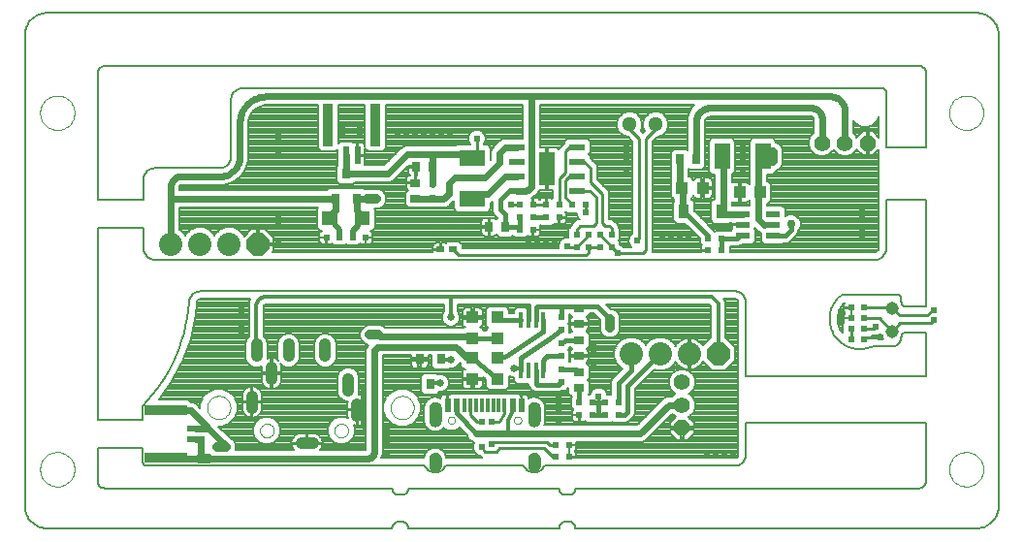
<source format=gtl>
G75*
G70*
%OFA0B0*%
%FSLAX24Y24*%
%IPPOS*%
%LPD*%
%AMOC8*
5,1,8,0,0,1.08239X$1,22.5*
%
%ADD10C,0.0050*%
%ADD11C,0.0000*%
%ADD12R,0.0197X0.0220*%
%ADD13R,0.0220X0.0197*%
%ADD14C,0.0450*%
%ADD15R,0.0236X0.0600*%
%ADD16R,0.0350X0.1450*%
%ADD17R,0.0394X0.0433*%
%ADD18C,0.0512*%
%ADD19R,0.0250X0.0197*%
%ADD20R,0.0472X0.0217*%
%ADD21R,0.0358X0.0480*%
%ADD22R,0.0551X0.0906*%
%ADD23R,0.0157X0.0551*%
%ADD24R,0.0354X0.0250*%
%ADD25R,0.0433X0.0394*%
%ADD26R,0.0315X0.0354*%
%ADD27R,0.0250X0.0354*%
%ADD28R,0.0551X0.0236*%
%ADD29R,0.0551X0.1181*%
%ADD30R,0.0906X0.0551*%
%ADD31C,0.0400*%
%ADD32R,0.0050X0.0050*%
%ADD33R,0.0600X0.0236*%
%ADD34R,0.1450X0.0350*%
%ADD35C,0.0800*%
%ADD36OC8,0.0800*%
%ADD37R,0.0118X0.0472*%
%ADD38R,0.0236X0.0472*%
%ADD39C,0.0277*%
%ADD40C,0.0004*%
%ADD41C,0.0550*%
%ADD42OC8,0.0550*%
%ADD43C,0.0080*%
%ADD44C,0.0240*%
%ADD45C,0.0100*%
%ADD46C,0.0160*%
%ADD47C,0.0280*%
%ADD48C,0.0200*%
%ADD49C,0.0240*%
%ADD50C,0.0140*%
%ADD51C,0.0230*%
%ADD52C,0.0220*%
%ADD53C,0.0280*%
%ADD54C,0.0320*%
%ADD55C,0.0260*%
%ADD56C,0.0120*%
%ADD57C,0.0180*%
%ADD58C,0.0215*%
%ADD59C,0.0300*%
D10*
X001677Y000927D02*
X013545Y000927D01*
X013545Y000955D01*
X013549Y000983D01*
X013556Y001010D01*
X013567Y001036D01*
X013581Y001060D01*
X013598Y001082D01*
X013618Y001102D01*
X013640Y001119D01*
X013664Y001133D01*
X013690Y001144D01*
X013717Y001151D01*
X013745Y001155D01*
X013895Y001155D01*
X013923Y001151D01*
X013950Y001144D01*
X013976Y001133D01*
X014000Y001119D01*
X014022Y001102D01*
X014042Y001082D01*
X014059Y001060D01*
X014073Y001036D01*
X014084Y001010D01*
X014091Y000983D01*
X014095Y000955D01*
X014095Y000927D01*
X019282Y000927D01*
X019282Y000955D01*
X019286Y000983D01*
X019293Y001010D01*
X019304Y001036D01*
X019318Y001060D01*
X019335Y001082D01*
X019355Y001102D01*
X019377Y001119D01*
X019401Y001133D01*
X019427Y001144D01*
X019454Y001151D01*
X019482Y001155D01*
X019632Y001155D01*
X019632Y001156D02*
X019661Y001152D01*
X019688Y001145D01*
X019714Y001135D01*
X019739Y001121D01*
X019762Y001104D01*
X019782Y001084D01*
X019800Y001062D01*
X019814Y001037D01*
X019826Y001011D01*
X019833Y000984D01*
X019837Y000956D01*
X019838Y000928D01*
X019837Y000927D02*
X033631Y000927D01*
X033630Y000927D02*
X033684Y000929D01*
X033738Y000934D01*
X033791Y000943D01*
X033844Y000956D01*
X033895Y000973D01*
X033945Y000993D01*
X033993Y001017D01*
X034040Y001044D01*
X034085Y001075D01*
X034127Y001108D01*
X034167Y001145D01*
X034204Y001184D01*
X034238Y001226D01*
X034269Y001270D01*
X034297Y001316D01*
X034321Y001364D01*
X034342Y001414D01*
X034360Y001465D01*
X034374Y001517D01*
X034384Y001570D01*
X034390Y001624D01*
X034392Y001677D01*
X034392Y017896D01*
X034392Y017895D02*
X034390Y017949D01*
X034383Y018003D01*
X034373Y018056D01*
X034360Y018108D01*
X034342Y018159D01*
X034321Y018209D01*
X034297Y018257D01*
X034269Y018303D01*
X034237Y018347D01*
X034203Y018388D01*
X034166Y018427D01*
X034126Y018464D01*
X034084Y018497D01*
X034040Y018528D01*
X033993Y018555D01*
X033945Y018578D01*
X033895Y018599D01*
X033843Y018615D01*
X033791Y018628D01*
X033738Y018637D01*
X033684Y018643D01*
X033631Y018644D01*
X001677Y018644D01*
X001624Y018642D01*
X001570Y018637D01*
X001518Y018627D01*
X001466Y018614D01*
X001415Y018597D01*
X001366Y018577D01*
X001318Y018553D01*
X001272Y018526D01*
X001228Y018495D01*
X001186Y018462D01*
X001147Y018425D01*
X001111Y018386D01*
X001077Y018345D01*
X001046Y018301D01*
X001019Y018255D01*
X000995Y018207D01*
X000975Y018158D01*
X000958Y018107D01*
X000944Y018055D01*
X000935Y018003D01*
X000929Y017949D01*
X000927Y017896D01*
X000927Y001677D01*
X000929Y001623D01*
X000935Y001570D01*
X000944Y001518D01*
X000957Y001466D01*
X000974Y001415D01*
X000995Y001365D01*
X001019Y001318D01*
X001046Y001272D01*
X001077Y001228D01*
X001110Y001186D01*
X001147Y001147D01*
X001186Y001110D01*
X001228Y001077D01*
X001272Y001046D01*
X001318Y001019D01*
X001365Y000995D01*
X001415Y000974D01*
X001466Y000957D01*
X001518Y000944D01*
X001570Y000935D01*
X001623Y000929D01*
X001677Y000927D01*
X003677Y002305D02*
X013545Y002305D01*
X013545Y002277D01*
X013549Y002249D01*
X013556Y002222D01*
X013567Y002196D01*
X013581Y002172D01*
X013598Y002150D01*
X013618Y002130D01*
X013640Y002113D01*
X013664Y002099D01*
X013690Y002088D01*
X013717Y002081D01*
X013745Y002077D01*
X013895Y002077D01*
X013923Y002081D01*
X013950Y002088D01*
X013976Y002099D01*
X014000Y002113D01*
X014022Y002130D01*
X014042Y002150D01*
X014059Y002172D01*
X014073Y002196D01*
X014084Y002222D01*
X014091Y002249D01*
X014095Y002277D01*
X014095Y002305D01*
X019282Y002305D01*
X019282Y002277D01*
X019286Y002249D01*
X019293Y002222D01*
X019304Y002196D01*
X019318Y002172D01*
X019335Y002150D01*
X019355Y002130D01*
X019377Y002113D01*
X019401Y002099D01*
X019427Y002088D01*
X019454Y002081D01*
X019482Y002077D01*
X019632Y002077D01*
X019661Y002081D01*
X019688Y002088D01*
X019714Y002098D01*
X019739Y002112D01*
X019762Y002129D01*
X019782Y002149D01*
X019800Y002171D01*
X019814Y002196D01*
X019826Y002222D01*
X019833Y002249D01*
X019837Y002277D01*
X019838Y002305D01*
X019837Y002305D02*
X031642Y002305D01*
X031672Y002307D01*
X031702Y002312D01*
X031731Y002321D01*
X031758Y002334D01*
X031784Y002349D01*
X031808Y002368D01*
X031829Y002389D01*
X031848Y002413D01*
X031863Y002439D01*
X031876Y002466D01*
X031885Y002495D01*
X031890Y002525D01*
X031892Y002555D01*
X031892Y004570D01*
X025710Y004570D01*
X025710Y003477D01*
X025708Y003438D01*
X025702Y003399D01*
X025693Y003361D01*
X025680Y003324D01*
X025663Y003288D01*
X025643Y003255D01*
X025619Y003223D01*
X025593Y003194D01*
X025564Y003168D01*
X025532Y003144D01*
X025499Y003124D01*
X025463Y003107D01*
X025426Y003094D01*
X025388Y003085D01*
X025349Y003079D01*
X025310Y003077D01*
X018790Y003077D01*
X018770Y003043D01*
X018747Y003011D01*
X018721Y002981D01*
X018692Y002954D01*
X018661Y002930D01*
X018628Y002908D01*
X018593Y002890D01*
X018556Y002876D01*
X018518Y002865D01*
X018479Y002857D01*
X018440Y002853D01*
X018400Y002853D01*
X018361Y002857D01*
X018322Y002865D01*
X018284Y002876D01*
X018247Y002890D01*
X018212Y002908D01*
X018179Y002930D01*
X018148Y002954D01*
X018119Y002981D01*
X018093Y003011D01*
X018070Y003043D01*
X018050Y003077D01*
X015390Y003077D01*
X015370Y003043D01*
X015347Y003011D01*
X015321Y002981D01*
X015292Y002954D01*
X015261Y002930D01*
X015228Y002908D01*
X015193Y002890D01*
X015156Y002876D01*
X015118Y002865D01*
X015079Y002857D01*
X015040Y002853D01*
X015000Y002853D01*
X014961Y002857D01*
X014922Y002865D01*
X014884Y002876D01*
X014847Y002890D01*
X014812Y002908D01*
X014779Y002930D01*
X014748Y002954D01*
X014719Y002981D01*
X014693Y003011D01*
X014670Y003043D01*
X014650Y003077D01*
X005110Y003077D01*
X005085Y003082D01*
X005062Y003091D01*
X005039Y003103D01*
X005019Y003118D01*
X005001Y003136D01*
X004986Y003156D01*
X004974Y003178D01*
X004965Y003202D01*
X004960Y003227D01*
X004958Y003252D01*
X004960Y003277D01*
X004960Y003683D01*
X003427Y003683D01*
X003427Y002527D01*
X003431Y002499D01*
X003438Y002471D01*
X003448Y002444D01*
X003461Y002419D01*
X003477Y002396D01*
X003496Y002374D01*
X003517Y002355D01*
X003541Y002339D01*
X003566Y002326D01*
X003593Y002316D01*
X003620Y002309D01*
X003648Y002305D01*
X003677Y002305D01*
X003427Y004671D02*
X004960Y004671D01*
X004960Y005127D01*
X003427Y004671D02*
X003427Y011245D01*
X004994Y011245D01*
X004994Y010564D01*
X004996Y010525D01*
X005002Y010486D01*
X005011Y010448D01*
X005024Y010411D01*
X005041Y010375D01*
X005061Y010342D01*
X005085Y010310D01*
X005111Y010281D01*
X005140Y010255D01*
X005172Y010231D01*
X005205Y010211D01*
X005241Y010194D01*
X005278Y010181D01*
X005316Y010172D01*
X005355Y010166D01*
X005394Y010164D01*
X030138Y010164D01*
X030177Y010166D01*
X030216Y010172D01*
X030254Y010181D01*
X030291Y010194D01*
X030327Y010211D01*
X030360Y010231D01*
X030392Y010255D01*
X030421Y010281D01*
X030447Y010310D01*
X030471Y010342D01*
X030491Y010375D01*
X030508Y010411D01*
X030521Y010448D01*
X030530Y010486D01*
X030536Y010525D01*
X030538Y010564D01*
X030538Y012220D01*
X031892Y012220D01*
X031892Y008560D01*
X031192Y008560D01*
X031169Y008564D01*
X031147Y008571D01*
X031126Y008581D01*
X031107Y008594D01*
X031090Y008610D01*
X031076Y008628D01*
X031064Y008648D01*
X031055Y008669D01*
X031049Y008691D01*
X031046Y008714D01*
X031047Y008737D01*
X031046Y008738D02*
X031046Y008800D01*
X031046Y008823D01*
X031042Y008846D01*
X031036Y008868D01*
X031026Y008889D01*
X031014Y008908D01*
X030999Y008925D01*
X030981Y008940D01*
X030962Y008953D01*
X030941Y008962D01*
X030919Y008968D01*
X030896Y008972D01*
X029019Y008972D01*
X028969Y008934D01*
X028921Y008893D01*
X028876Y008849D01*
X028834Y008803D01*
X028794Y008754D01*
X028758Y008702D01*
X028725Y008649D01*
X028695Y008594D01*
X028668Y008537D01*
X028645Y008478D01*
X028626Y008418D01*
X028610Y008357D01*
X028598Y008296D01*
X028589Y008233D01*
X028585Y008170D01*
X028584Y008108D01*
X028587Y008045D01*
X028594Y007982D01*
X028605Y007920D01*
X028619Y007859D01*
X028637Y007799D01*
X028659Y007740D01*
X028684Y007682D01*
X028713Y007626D01*
X028745Y007572D01*
X028780Y007520D01*
X028818Y007470D01*
X028859Y007422D01*
X028904Y007377D01*
X028950Y007335D01*
X028999Y007296D01*
X029051Y007260D01*
X029104Y007227D01*
X029160Y007197D01*
X029217Y007171D01*
X029275Y007148D01*
X029335Y007129D01*
X029396Y007113D01*
X029458Y007101D01*
X029520Y007093D01*
X029583Y007089D01*
X029646Y007088D01*
X029709Y007092D01*
X029771Y007099D01*
X029833Y007110D01*
X029895Y007124D01*
X029955Y007142D01*
X030014Y007164D01*
X030071Y007190D01*
X030731Y007190D01*
X030764Y007192D01*
X030797Y007198D01*
X030829Y007207D01*
X030860Y007219D01*
X030890Y007234D01*
X030918Y007253D01*
X030943Y007274D01*
X030966Y007298D01*
X030987Y007324D01*
X031005Y007352D01*
X031020Y007382D01*
X031031Y007413D01*
X031040Y007445D01*
X031045Y007478D01*
X031046Y007511D01*
X031047Y007511D02*
X031050Y007534D01*
X031057Y007556D01*
X031067Y007577D01*
X031080Y007597D01*
X031095Y007614D01*
X031113Y007629D01*
X031133Y007641D01*
X031154Y007651D01*
X031177Y007657D01*
X031200Y007660D01*
X031223Y007659D01*
X031223Y007660D02*
X031892Y007660D01*
X031892Y006158D01*
X025710Y006158D01*
X025710Y008677D01*
X025708Y008716D01*
X025702Y008755D01*
X025693Y008793D01*
X025680Y008830D01*
X025663Y008866D01*
X025643Y008899D01*
X025619Y008931D01*
X025593Y008960D01*
X025564Y008986D01*
X025532Y009010D01*
X025499Y009030D01*
X025463Y009047D01*
X025426Y009060D01*
X025388Y009069D01*
X025349Y009075D01*
X025310Y009077D01*
X006960Y009077D01*
X006921Y009075D01*
X006882Y009069D01*
X006844Y009060D01*
X006807Y009047D01*
X006771Y009030D01*
X006738Y009010D01*
X006706Y008986D01*
X006677Y008960D01*
X006651Y008931D01*
X006627Y008899D01*
X006607Y008866D01*
X006590Y008830D01*
X006577Y008793D01*
X006568Y008755D01*
X006562Y008716D01*
X006560Y008677D01*
X006534Y008413D01*
X006496Y008151D01*
X006446Y007891D01*
X006384Y007633D01*
X006310Y007379D01*
X006224Y007129D01*
X006126Y006882D01*
X006017Y006641D01*
X005897Y006404D01*
X005767Y006174D01*
X005625Y005950D01*
X005473Y005733D01*
X005312Y005523D01*
X005141Y005321D01*
X004960Y005127D01*
X004994Y012233D02*
X003427Y012233D01*
X003427Y016586D01*
X003429Y016616D01*
X003434Y016646D01*
X003443Y016675D01*
X003456Y016702D01*
X003471Y016728D01*
X003490Y016752D01*
X003511Y016773D01*
X003535Y016792D01*
X003561Y016807D01*
X003588Y016820D01*
X003617Y016829D01*
X003647Y016834D01*
X003677Y016836D01*
X031642Y016836D01*
X031672Y016834D01*
X031702Y016829D01*
X031731Y016820D01*
X031758Y016807D01*
X031784Y016792D01*
X031808Y016773D01*
X031829Y016752D01*
X031848Y016728D01*
X031863Y016702D01*
X031876Y016675D01*
X031885Y016646D01*
X031890Y016616D01*
X031892Y016586D01*
X031892Y014008D01*
X030538Y014008D01*
X030538Y015914D01*
X030536Y015937D01*
X030531Y015960D01*
X030522Y015982D01*
X030509Y016002D01*
X030494Y016020D01*
X030476Y016035D01*
X030456Y016048D01*
X030434Y016057D01*
X030411Y016062D01*
X030388Y016064D01*
X008410Y016064D01*
X008371Y016062D01*
X008332Y016056D01*
X008294Y016047D01*
X008257Y016034D01*
X008221Y016017D01*
X008188Y015997D01*
X008156Y015973D01*
X008127Y015947D01*
X008101Y015918D01*
X008077Y015886D01*
X008057Y015853D01*
X008040Y015817D01*
X008027Y015780D01*
X008018Y015742D01*
X008012Y015703D01*
X008010Y015664D01*
X008010Y013714D01*
X008008Y013675D01*
X008002Y013636D01*
X007993Y013598D01*
X007980Y013561D01*
X007963Y013525D01*
X007943Y013492D01*
X007919Y013460D01*
X007893Y013431D01*
X007864Y013405D01*
X007832Y013381D01*
X007799Y013361D01*
X007763Y013344D01*
X007726Y013331D01*
X007688Y013322D01*
X007649Y013316D01*
X007610Y013314D01*
X005394Y013314D01*
X005355Y013312D01*
X005316Y013306D01*
X005278Y013297D01*
X005241Y013284D01*
X005205Y013267D01*
X005172Y013247D01*
X005140Y013223D01*
X005111Y013197D01*
X005085Y013168D01*
X005061Y013136D01*
X005041Y013103D01*
X005024Y013067D01*
X005011Y013030D01*
X005002Y012992D01*
X004996Y012953D01*
X004994Y012914D01*
X004994Y012233D01*
D11*
X001440Y015215D02*
X001442Y015263D01*
X001448Y015311D01*
X001458Y015358D01*
X001471Y015404D01*
X001489Y015449D01*
X001509Y015493D01*
X001534Y015535D01*
X001562Y015574D01*
X001592Y015611D01*
X001626Y015645D01*
X001663Y015677D01*
X001701Y015706D01*
X001742Y015731D01*
X001785Y015753D01*
X001830Y015771D01*
X001876Y015785D01*
X001923Y015796D01*
X001971Y015803D01*
X002019Y015806D01*
X002067Y015805D01*
X002115Y015800D01*
X002163Y015791D01*
X002209Y015779D01*
X002254Y015762D01*
X002298Y015742D01*
X002340Y015719D01*
X002380Y015692D01*
X002418Y015662D01*
X002453Y015629D01*
X002485Y015593D01*
X002515Y015555D01*
X002541Y015514D01*
X002563Y015471D01*
X002583Y015427D01*
X002598Y015382D01*
X002610Y015335D01*
X002618Y015287D01*
X002622Y015239D01*
X002622Y015191D01*
X002618Y015143D01*
X002610Y015095D01*
X002598Y015048D01*
X002583Y015003D01*
X002563Y014959D01*
X002541Y014916D01*
X002515Y014875D01*
X002485Y014837D01*
X002453Y014801D01*
X002418Y014768D01*
X002380Y014738D01*
X002340Y014711D01*
X002298Y014688D01*
X002254Y014668D01*
X002209Y014651D01*
X002163Y014639D01*
X002115Y014630D01*
X002067Y014625D01*
X002019Y014624D01*
X001971Y014627D01*
X001923Y014634D01*
X001876Y014645D01*
X001830Y014659D01*
X001785Y014677D01*
X001742Y014699D01*
X001701Y014724D01*
X001663Y014753D01*
X001626Y014785D01*
X001592Y014819D01*
X001562Y014856D01*
X001534Y014895D01*
X001509Y014937D01*
X001489Y014981D01*
X001471Y015026D01*
X001458Y015072D01*
X001448Y015119D01*
X001442Y015167D01*
X001440Y015215D01*
X007182Y005080D02*
X007184Y005120D01*
X007190Y005159D01*
X007200Y005198D01*
X007213Y005235D01*
X007231Y005271D01*
X007252Y005305D01*
X007276Y005337D01*
X007303Y005366D01*
X007333Y005393D01*
X007365Y005416D01*
X007400Y005436D01*
X007436Y005452D01*
X007474Y005465D01*
X007513Y005474D01*
X007552Y005479D01*
X007592Y005480D01*
X007632Y005477D01*
X007671Y005470D01*
X007709Y005459D01*
X007747Y005445D01*
X007782Y005426D01*
X007815Y005405D01*
X007847Y005380D01*
X007875Y005352D01*
X007901Y005322D01*
X007923Y005289D01*
X007942Y005254D01*
X007958Y005217D01*
X007970Y005179D01*
X007978Y005140D01*
X007982Y005100D01*
X007982Y005060D01*
X007978Y005020D01*
X007970Y004981D01*
X007958Y004943D01*
X007942Y004906D01*
X007923Y004871D01*
X007901Y004838D01*
X007875Y004808D01*
X007847Y004780D01*
X007815Y004755D01*
X007782Y004734D01*
X007747Y004715D01*
X007709Y004701D01*
X007671Y004690D01*
X007632Y004683D01*
X007592Y004680D01*
X007552Y004681D01*
X007513Y004686D01*
X007474Y004695D01*
X007436Y004708D01*
X007400Y004724D01*
X007365Y004744D01*
X007333Y004767D01*
X007303Y004794D01*
X007276Y004823D01*
X007252Y004855D01*
X007231Y004889D01*
X007213Y004925D01*
X007200Y004962D01*
X007190Y005001D01*
X007184Y005040D01*
X007182Y005080D01*
X009001Y004288D02*
X009003Y004318D01*
X009009Y004348D01*
X009018Y004377D01*
X009031Y004404D01*
X009048Y004429D01*
X009067Y004452D01*
X009090Y004473D01*
X009115Y004490D01*
X009141Y004504D01*
X009170Y004514D01*
X009199Y004521D01*
X009229Y004524D01*
X009260Y004523D01*
X009290Y004518D01*
X009319Y004509D01*
X009346Y004497D01*
X009372Y004482D01*
X009396Y004463D01*
X009417Y004441D01*
X009435Y004417D01*
X009450Y004390D01*
X009461Y004362D01*
X009469Y004333D01*
X009473Y004303D01*
X009473Y004273D01*
X009469Y004243D01*
X009461Y004214D01*
X009450Y004186D01*
X009435Y004159D01*
X009417Y004135D01*
X009396Y004113D01*
X009372Y004094D01*
X009346Y004079D01*
X009319Y004067D01*
X009290Y004058D01*
X009260Y004053D01*
X009229Y004052D01*
X009199Y004055D01*
X009170Y004062D01*
X009141Y004072D01*
X009115Y004086D01*
X009090Y004103D01*
X009067Y004124D01*
X009048Y004147D01*
X009031Y004172D01*
X009018Y004199D01*
X009009Y004228D01*
X009003Y004258D01*
X009001Y004288D01*
X011560Y004288D02*
X011562Y004318D01*
X011568Y004348D01*
X011577Y004377D01*
X011590Y004404D01*
X011607Y004429D01*
X011626Y004452D01*
X011649Y004473D01*
X011674Y004490D01*
X011700Y004504D01*
X011729Y004514D01*
X011758Y004521D01*
X011788Y004524D01*
X011819Y004523D01*
X011849Y004518D01*
X011878Y004509D01*
X011905Y004497D01*
X011931Y004482D01*
X011955Y004463D01*
X011976Y004441D01*
X011994Y004417D01*
X012009Y004390D01*
X012020Y004362D01*
X012028Y004333D01*
X012032Y004303D01*
X012032Y004273D01*
X012028Y004243D01*
X012020Y004214D01*
X012009Y004186D01*
X011994Y004159D01*
X011976Y004135D01*
X011955Y004113D01*
X011931Y004094D01*
X011905Y004079D01*
X011878Y004067D01*
X011849Y004058D01*
X011819Y004053D01*
X011788Y004052D01*
X011758Y004055D01*
X011729Y004062D01*
X011700Y004072D01*
X011674Y004086D01*
X011649Y004103D01*
X011626Y004124D01*
X011607Y004147D01*
X011590Y004172D01*
X011577Y004199D01*
X011568Y004228D01*
X011562Y004258D01*
X011560Y004288D01*
X013487Y005080D02*
X013489Y005120D01*
X013495Y005159D01*
X013505Y005198D01*
X013518Y005235D01*
X013536Y005271D01*
X013557Y005305D01*
X013581Y005337D01*
X013608Y005366D01*
X013638Y005393D01*
X013670Y005416D01*
X013705Y005436D01*
X013741Y005452D01*
X013779Y005465D01*
X013818Y005474D01*
X013857Y005479D01*
X013897Y005480D01*
X013937Y005477D01*
X013976Y005470D01*
X014014Y005459D01*
X014052Y005445D01*
X014087Y005426D01*
X014120Y005405D01*
X014152Y005380D01*
X014180Y005352D01*
X014206Y005322D01*
X014228Y005289D01*
X014247Y005254D01*
X014263Y005217D01*
X014275Y005179D01*
X014283Y005140D01*
X014287Y005100D01*
X014287Y005060D01*
X014283Y005020D01*
X014275Y004981D01*
X014263Y004943D01*
X014247Y004906D01*
X014228Y004871D01*
X014206Y004838D01*
X014180Y004808D01*
X014152Y004780D01*
X014120Y004755D01*
X014087Y004734D01*
X014052Y004715D01*
X014014Y004701D01*
X013976Y004690D01*
X013937Y004683D01*
X013897Y004680D01*
X013857Y004681D01*
X013818Y004686D01*
X013779Y004695D01*
X013741Y004708D01*
X013705Y004724D01*
X013670Y004744D01*
X013638Y004767D01*
X013608Y004794D01*
X013581Y004823D01*
X013557Y004855D01*
X013536Y004889D01*
X013518Y004925D01*
X013505Y004962D01*
X013495Y005001D01*
X013489Y005040D01*
X013487Y005080D01*
X015454Y004643D02*
X015456Y004665D01*
X015462Y004687D01*
X015471Y004707D01*
X015484Y004725D01*
X015500Y004741D01*
X015518Y004754D01*
X015538Y004763D01*
X015560Y004769D01*
X015582Y004771D01*
X015604Y004769D01*
X015626Y004763D01*
X015646Y004754D01*
X015664Y004741D01*
X015680Y004725D01*
X015693Y004707D01*
X015702Y004687D01*
X015708Y004665D01*
X015710Y004643D01*
X015708Y004621D01*
X015702Y004599D01*
X015693Y004579D01*
X015680Y004561D01*
X015664Y004545D01*
X015646Y004532D01*
X015626Y004523D01*
X015604Y004517D01*
X015582Y004515D01*
X015560Y004517D01*
X015538Y004523D01*
X015518Y004532D01*
X015500Y004545D01*
X015484Y004561D01*
X015471Y004579D01*
X015462Y004599D01*
X015456Y004621D01*
X015454Y004643D01*
X017729Y004643D02*
X017731Y004665D01*
X017737Y004687D01*
X017746Y004707D01*
X017759Y004725D01*
X017775Y004741D01*
X017793Y004754D01*
X017813Y004763D01*
X017835Y004769D01*
X017857Y004771D01*
X017879Y004769D01*
X017901Y004763D01*
X017921Y004754D01*
X017939Y004741D01*
X017955Y004725D01*
X017968Y004707D01*
X017977Y004687D01*
X017983Y004665D01*
X017985Y004643D01*
X017983Y004621D01*
X017977Y004599D01*
X017968Y004579D01*
X017955Y004561D01*
X017939Y004545D01*
X017921Y004532D01*
X017901Y004523D01*
X017879Y004517D01*
X017857Y004515D01*
X017835Y004517D01*
X017813Y004523D01*
X017793Y004532D01*
X017775Y004545D01*
X017759Y004561D01*
X017746Y004579D01*
X017737Y004599D01*
X017731Y004621D01*
X017729Y004643D01*
X032687Y002959D02*
X032689Y003007D01*
X032695Y003055D01*
X032705Y003102D01*
X032718Y003148D01*
X032736Y003193D01*
X032756Y003237D01*
X032781Y003279D01*
X032809Y003318D01*
X032839Y003355D01*
X032873Y003389D01*
X032910Y003421D01*
X032948Y003450D01*
X032989Y003475D01*
X033032Y003497D01*
X033077Y003515D01*
X033123Y003529D01*
X033170Y003540D01*
X033218Y003547D01*
X033266Y003550D01*
X033314Y003549D01*
X033362Y003544D01*
X033410Y003535D01*
X033456Y003523D01*
X033501Y003506D01*
X033545Y003486D01*
X033587Y003463D01*
X033627Y003436D01*
X033665Y003406D01*
X033700Y003373D01*
X033732Y003337D01*
X033762Y003299D01*
X033788Y003258D01*
X033810Y003215D01*
X033830Y003171D01*
X033845Y003126D01*
X033857Y003079D01*
X033865Y003031D01*
X033869Y002983D01*
X033869Y002935D01*
X033865Y002887D01*
X033857Y002839D01*
X033845Y002792D01*
X033830Y002747D01*
X033810Y002703D01*
X033788Y002660D01*
X033762Y002619D01*
X033732Y002581D01*
X033700Y002545D01*
X033665Y002512D01*
X033627Y002482D01*
X033587Y002455D01*
X033545Y002432D01*
X033501Y002412D01*
X033456Y002395D01*
X033410Y002383D01*
X033362Y002374D01*
X033314Y002369D01*
X033266Y002368D01*
X033218Y002371D01*
X033170Y002378D01*
X033123Y002389D01*
X033077Y002403D01*
X033032Y002421D01*
X032989Y002443D01*
X032948Y002468D01*
X032910Y002497D01*
X032873Y002529D01*
X032839Y002563D01*
X032809Y002600D01*
X032781Y002639D01*
X032756Y002681D01*
X032736Y002725D01*
X032718Y002770D01*
X032705Y002816D01*
X032695Y002863D01*
X032689Y002911D01*
X032687Y002959D01*
X032687Y015215D02*
X032689Y015263D01*
X032695Y015311D01*
X032705Y015358D01*
X032718Y015404D01*
X032736Y015449D01*
X032756Y015493D01*
X032781Y015535D01*
X032809Y015574D01*
X032839Y015611D01*
X032873Y015645D01*
X032910Y015677D01*
X032948Y015706D01*
X032989Y015731D01*
X033032Y015753D01*
X033077Y015771D01*
X033123Y015785D01*
X033170Y015796D01*
X033218Y015803D01*
X033266Y015806D01*
X033314Y015805D01*
X033362Y015800D01*
X033410Y015791D01*
X033456Y015779D01*
X033501Y015762D01*
X033545Y015742D01*
X033587Y015719D01*
X033627Y015692D01*
X033665Y015662D01*
X033700Y015629D01*
X033732Y015593D01*
X033762Y015555D01*
X033788Y015514D01*
X033810Y015471D01*
X033830Y015427D01*
X033845Y015382D01*
X033857Y015335D01*
X033865Y015287D01*
X033869Y015239D01*
X033869Y015191D01*
X033865Y015143D01*
X033857Y015095D01*
X033845Y015048D01*
X033830Y015003D01*
X033810Y014959D01*
X033788Y014916D01*
X033762Y014875D01*
X033732Y014837D01*
X033700Y014801D01*
X033665Y014768D01*
X033627Y014738D01*
X033587Y014711D01*
X033545Y014688D01*
X033501Y014668D01*
X033456Y014651D01*
X033410Y014639D01*
X033362Y014630D01*
X033314Y014625D01*
X033266Y014624D01*
X033218Y014627D01*
X033170Y014634D01*
X033123Y014645D01*
X033077Y014659D01*
X033032Y014677D01*
X032989Y014699D01*
X032948Y014724D01*
X032910Y014753D01*
X032873Y014785D01*
X032839Y014819D01*
X032809Y014856D01*
X032781Y014895D01*
X032756Y014937D01*
X032736Y014981D01*
X032718Y015026D01*
X032705Y015072D01*
X032695Y015119D01*
X032689Y015167D01*
X032687Y015215D01*
X001440Y002959D02*
X001442Y003007D01*
X001448Y003055D01*
X001458Y003102D01*
X001471Y003148D01*
X001489Y003193D01*
X001509Y003237D01*
X001534Y003279D01*
X001562Y003318D01*
X001592Y003355D01*
X001626Y003389D01*
X001663Y003421D01*
X001701Y003450D01*
X001742Y003475D01*
X001785Y003497D01*
X001830Y003515D01*
X001876Y003529D01*
X001923Y003540D01*
X001971Y003547D01*
X002019Y003550D01*
X002067Y003549D01*
X002115Y003544D01*
X002163Y003535D01*
X002209Y003523D01*
X002254Y003506D01*
X002298Y003486D01*
X002340Y003463D01*
X002380Y003436D01*
X002418Y003406D01*
X002453Y003373D01*
X002485Y003337D01*
X002515Y003299D01*
X002541Y003258D01*
X002563Y003215D01*
X002583Y003171D01*
X002598Y003126D01*
X002610Y003079D01*
X002618Y003031D01*
X002622Y002983D01*
X002622Y002935D01*
X002618Y002887D01*
X002610Y002839D01*
X002598Y002792D01*
X002583Y002747D01*
X002563Y002703D01*
X002541Y002660D01*
X002515Y002619D01*
X002485Y002581D01*
X002453Y002545D01*
X002418Y002512D01*
X002380Y002482D01*
X002340Y002455D01*
X002298Y002432D01*
X002254Y002412D01*
X002209Y002395D01*
X002163Y002383D01*
X002115Y002374D01*
X002067Y002369D01*
X002019Y002368D01*
X001971Y002371D01*
X001923Y002378D01*
X001876Y002389D01*
X001830Y002403D01*
X001785Y002421D01*
X001742Y002443D01*
X001701Y002468D01*
X001663Y002497D01*
X001626Y002529D01*
X001592Y002563D01*
X001562Y002600D01*
X001534Y002639D01*
X001509Y002681D01*
X001489Y002725D01*
X001471Y002770D01*
X001458Y002816D01*
X001448Y002863D01*
X001442Y002911D01*
X001440Y002959D01*
D12*
X014944Y012305D03*
X014944Y012752D03*
X019884Y011038D03*
X020284Y011038D03*
X020684Y011038D03*
X021084Y011038D03*
X021084Y010592D03*
X020684Y010592D03*
X020284Y010592D03*
X019884Y010592D03*
X019358Y008195D03*
X019358Y007749D03*
X019358Y007295D03*
X019358Y006849D03*
X019358Y006405D03*
X019358Y005958D03*
D13*
X019974Y005249D03*
X020421Y005249D03*
X020421Y004823D03*
X019974Y004823D03*
X020868Y004823D03*
X021315Y004823D03*
X021315Y005249D03*
X020868Y005249D03*
X019624Y003789D03*
X019178Y003789D03*
X019178Y003379D03*
X019624Y003379D03*
X029323Y007432D03*
X029770Y007432D03*
X029770Y007792D03*
X029323Y007792D03*
X029323Y008152D03*
X029770Y008152D03*
X029770Y008512D03*
X029323Y008512D03*
X024859Y010477D03*
X024412Y010477D03*
X024412Y010888D03*
X024859Y010888D03*
X020189Y012047D03*
X019742Y012047D03*
X019289Y012047D03*
X018842Y012047D03*
X018389Y012047D03*
X018389Y011616D03*
X018842Y011616D03*
X019289Y011616D03*
X018389Y011190D03*
X017942Y011190D03*
X017942Y011616D03*
X017942Y012047D03*
X012628Y010927D03*
X012182Y010927D03*
X011728Y010927D03*
X011282Y010927D03*
D14*
X030746Y008502D03*
X030746Y007702D03*
D15*
X012353Y013747D03*
X011959Y013747D03*
D16*
X011347Y014792D03*
X012964Y014792D03*
D17*
X023509Y012627D03*
X024219Y012627D03*
X025493Y012477D03*
X026203Y012477D03*
D18*
X022609Y014813D03*
X021709Y014813D03*
D19*
X015645Y010512D03*
X015205Y010512D03*
D20*
X025610Y010988D03*
X025610Y011362D03*
X025610Y011736D03*
X026634Y011736D03*
X026634Y011362D03*
X026634Y010988D03*
D21*
X024859Y011827D03*
X023569Y011827D03*
X012600Y011577D03*
X011310Y011577D03*
D22*
X024887Y013712D03*
X026284Y013712D03*
D23*
X018742Y008080D03*
X018486Y008080D03*
X018230Y008080D03*
X017974Y008080D03*
X017974Y006347D03*
X018230Y006347D03*
X018486Y006347D03*
X018742Y006347D03*
D24*
X019970Y006301D03*
X019970Y005754D03*
X019972Y006854D03*
X019972Y007401D03*
X019972Y007954D03*
X019972Y008501D03*
X014341Y012255D03*
X014341Y012802D03*
D25*
X016308Y008177D03*
X017158Y008177D03*
X017158Y007467D03*
X016308Y007467D03*
X016308Y006777D03*
X017158Y006777D03*
X017158Y006067D03*
X016308Y006067D03*
D26*
X015232Y006746D03*
X014484Y006746D03*
X014858Y005889D03*
X012329Y012254D03*
X011581Y012254D03*
X011955Y013110D03*
D27*
X014369Y013355D03*
X014915Y013355D03*
X016872Y011289D03*
X017418Y011289D03*
X023441Y013612D03*
X023988Y013612D03*
D28*
X019909Y013538D03*
X019909Y014038D03*
X019909Y013038D03*
X019909Y012538D03*
X017822Y012538D03*
X017822Y013038D03*
X017822Y013538D03*
X017822Y014038D03*
D29*
X018866Y013288D03*
D30*
X016292Y013660D03*
X016292Y012262D03*
D31*
X011245Y007244D02*
X011245Y006844D01*
X009985Y006844D02*
X009985Y007244D01*
X008883Y007244D02*
X008883Y006844D01*
X009395Y006457D02*
X009395Y006057D01*
X008725Y005473D02*
X008725Y005073D01*
X010415Y003855D02*
X010815Y003855D01*
X012347Y004797D02*
X012347Y005197D01*
X012033Y005663D02*
X012033Y006063D01*
D32*
X010615Y004011D03*
X021759Y007027D03*
X023610Y005951D03*
X028319Y014268D03*
X005936Y010796D03*
D33*
X006804Y004374D03*
X006804Y003981D03*
D34*
X005760Y003369D03*
X005760Y004986D03*
D35*
X005936Y010696D03*
X006936Y010696D03*
X007936Y010696D03*
X021759Y006926D03*
X022759Y006926D03*
X023759Y006926D03*
D36*
X024759Y006926D03*
X008936Y010696D03*
D37*
X016031Y005143D03*
X016228Y005143D03*
X016424Y005143D03*
X016621Y005143D03*
X016818Y005143D03*
X017015Y005143D03*
X017212Y005143D03*
X017409Y005143D03*
D38*
X017684Y005143D03*
X017989Y005143D03*
X015755Y005143D03*
X015450Y005143D03*
D39*
X015020Y004852D03*
X015020Y003206D03*
X018420Y003206D03*
X018420Y004852D03*
D40*
X018223Y004851D02*
X018617Y004851D01*
X018617Y004849D02*
X018223Y004849D01*
X018223Y004847D02*
X018617Y004847D01*
X018617Y004844D02*
X018223Y004844D01*
X018223Y004842D02*
X018617Y004842D01*
X018617Y004839D02*
X018223Y004839D01*
X018223Y004837D02*
X018617Y004837D01*
X018617Y004834D02*
X018223Y004834D01*
X018223Y004832D02*
X018617Y004832D01*
X018617Y004829D02*
X018223Y004829D01*
X018223Y004827D02*
X018617Y004827D01*
X018617Y004825D02*
X018223Y004825D01*
X018223Y004822D02*
X018617Y004822D01*
X018617Y004820D02*
X018223Y004820D01*
X018223Y004817D02*
X018617Y004817D01*
X018617Y004815D02*
X018223Y004815D01*
X018223Y004812D02*
X018617Y004812D01*
X018617Y004810D02*
X018223Y004810D01*
X018223Y004808D02*
X018617Y004808D01*
X018617Y004805D02*
X018223Y004805D01*
X018223Y004803D02*
X018617Y004803D01*
X018617Y004800D02*
X018223Y004800D01*
X018223Y004798D02*
X018617Y004798D01*
X018617Y004795D02*
X018223Y004795D01*
X018223Y004793D02*
X018617Y004793D01*
X018617Y004790D02*
X018223Y004790D01*
X018223Y004788D02*
X018617Y004788D01*
X018617Y004786D02*
X018223Y004786D01*
X018223Y004783D02*
X018617Y004783D01*
X018617Y004781D02*
X018223Y004781D01*
X018223Y004778D02*
X018617Y004778D01*
X018617Y004776D02*
X018223Y004776D01*
X018223Y004773D02*
X018617Y004773D01*
X018617Y004771D02*
X018223Y004771D01*
X018223Y004769D02*
X018617Y004769D01*
X018617Y004766D02*
X018223Y004766D01*
X018223Y004764D02*
X018617Y004764D01*
X018617Y004761D02*
X018223Y004761D01*
X018223Y004759D02*
X018617Y004759D01*
X018617Y004756D02*
X018223Y004756D01*
X018223Y004754D02*
X018617Y004754D01*
X018617Y004751D02*
X018223Y004751D01*
X018223Y004749D02*
X018617Y004749D01*
X018617Y004747D02*
X018223Y004747D01*
X018223Y004744D02*
X018617Y004744D01*
X018617Y004742D02*
X018223Y004742D01*
X018223Y004739D02*
X018617Y004739D01*
X018617Y004737D02*
X018223Y004737D01*
X018223Y004734D02*
X018617Y004734D01*
X018617Y004732D02*
X018223Y004732D01*
X018223Y004730D02*
X018617Y004730D01*
X018617Y004727D02*
X018223Y004727D01*
X018223Y004725D02*
X018617Y004725D01*
X018617Y004722D02*
X018223Y004722D01*
X018223Y004720D02*
X018617Y004720D01*
X018617Y004717D02*
X018223Y004717D01*
X018223Y004715D02*
X018617Y004715D01*
X018617Y004712D02*
X018223Y004712D01*
X018223Y004710D02*
X018617Y004710D01*
X018617Y004708D02*
X018223Y004708D01*
X018223Y004705D02*
X018617Y004705D01*
X018617Y004703D02*
X018223Y004703D01*
X018223Y004700D02*
X018617Y004700D01*
X018617Y004698D02*
X018223Y004698D01*
X018223Y004695D02*
X018617Y004695D01*
X018617Y004693D02*
X018223Y004693D01*
X018223Y004691D02*
X018617Y004691D01*
X018617Y004688D02*
X018223Y004688D01*
X018223Y004686D02*
X018617Y004686D01*
X018617Y004683D02*
X018223Y004683D01*
X018223Y004681D02*
X018617Y004681D01*
X018617Y004678D02*
X018223Y004678D01*
X018223Y004676D02*
X018617Y004676D01*
X018617Y004673D02*
X018223Y004673D01*
X018223Y004671D02*
X018617Y004671D01*
X018617Y004669D02*
X018223Y004669D01*
X018223Y004666D02*
X018617Y004666D01*
X018617Y004664D02*
X018223Y004664D01*
X018223Y004661D02*
X018617Y004661D01*
X018617Y004659D02*
X018223Y004659D01*
X018223Y004656D02*
X018617Y004656D01*
X018617Y004654D02*
X018223Y004654D01*
X018223Y004652D02*
X018617Y004652D01*
X018617Y004649D02*
X018223Y004649D01*
X018223Y004647D02*
X018617Y004647D01*
X018617Y004644D02*
X018223Y004644D01*
X018223Y004642D02*
X018617Y004642D01*
X018617Y004639D02*
X018223Y004639D01*
X018223Y004637D02*
X018617Y004637D01*
X018617Y004635D02*
X018612Y004591D01*
X018597Y004550D01*
X018574Y004513D01*
X018266Y004513D01*
X018242Y004550D01*
X018228Y004591D01*
X018611Y004591D01*
X018612Y004593D02*
X018228Y004593D01*
X018228Y004591D02*
X018223Y004635D01*
X018223Y005068D01*
X018617Y005068D01*
X018612Y005112D01*
X018597Y005154D01*
X018574Y005191D01*
X018542Y005222D01*
X018505Y005246D01*
X018463Y005260D01*
X018420Y005265D01*
X018376Y005260D01*
X018334Y005246D01*
X018297Y005222D01*
X018266Y005191D01*
X018242Y005154D01*
X018228Y005112D01*
X018223Y005068D01*
X018223Y005066D02*
X018617Y005066D01*
X018617Y005068D02*
X018617Y004635D01*
X018616Y004634D02*
X018223Y004634D01*
X018223Y004632D02*
X018616Y004632D01*
X018616Y004630D02*
X018223Y004630D01*
X018224Y004627D02*
X018616Y004627D01*
X018615Y004625D02*
X018224Y004625D01*
X018224Y004622D02*
X018615Y004622D01*
X018615Y004620D02*
X018225Y004620D01*
X018225Y004617D02*
X018615Y004617D01*
X018614Y004615D02*
X018225Y004615D01*
X018225Y004613D02*
X018614Y004613D01*
X018614Y004610D02*
X018226Y004610D01*
X018226Y004608D02*
X018613Y004608D01*
X018613Y004605D02*
X018226Y004605D01*
X018226Y004603D02*
X018613Y004603D01*
X018613Y004600D02*
X018227Y004600D01*
X018227Y004598D02*
X018612Y004598D01*
X018612Y004595D02*
X018227Y004595D01*
X018229Y004588D02*
X018610Y004588D01*
X018610Y004586D02*
X018230Y004586D01*
X018231Y004583D02*
X018609Y004583D01*
X018608Y004581D02*
X018231Y004581D01*
X018232Y004578D02*
X018607Y004578D01*
X018606Y004576D02*
X018233Y004576D01*
X018234Y004574D02*
X018605Y004574D01*
X018604Y004571D02*
X018235Y004571D01*
X018236Y004569D02*
X018604Y004569D01*
X018603Y004566D02*
X018237Y004566D01*
X018237Y004564D02*
X018602Y004564D01*
X018601Y004561D02*
X018238Y004561D01*
X018239Y004559D02*
X018600Y004559D01*
X018599Y004556D02*
X018240Y004556D01*
X018241Y004554D02*
X018599Y004554D01*
X018598Y004552D02*
X018242Y004552D01*
X018243Y004549D02*
X018597Y004549D01*
X018595Y004547D02*
X018244Y004547D01*
X018246Y004544D02*
X018594Y004544D01*
X018592Y004542D02*
X018247Y004542D01*
X018249Y004539D02*
X018590Y004539D01*
X018589Y004537D02*
X018250Y004537D01*
X018252Y004535D02*
X018587Y004535D01*
X018586Y004532D02*
X018253Y004532D01*
X018255Y004530D02*
X018584Y004530D01*
X018583Y004527D02*
X018257Y004527D01*
X018258Y004525D02*
X018581Y004525D01*
X018580Y004522D02*
X018260Y004522D01*
X018261Y004520D02*
X018578Y004520D01*
X018577Y004517D02*
X018263Y004517D01*
X018264Y004515D02*
X018575Y004515D01*
X018574Y004513D02*
X018542Y004481D01*
X018298Y004481D01*
X018297Y004481D02*
X018266Y004513D01*
X018268Y004510D02*
X018571Y004510D01*
X018569Y004508D02*
X018271Y004508D01*
X018273Y004505D02*
X018566Y004505D01*
X018564Y004503D02*
X018275Y004503D01*
X018278Y004500D02*
X018561Y004500D01*
X018559Y004498D02*
X018280Y004498D01*
X018283Y004496D02*
X018557Y004496D01*
X018554Y004493D02*
X018285Y004493D01*
X018288Y004491D02*
X018552Y004491D01*
X018549Y004488D02*
X018290Y004488D01*
X018293Y004486D02*
X018547Y004486D01*
X018544Y004483D02*
X018295Y004483D01*
X018297Y004481D02*
X018334Y004458D01*
X018376Y004443D01*
X018420Y004438D01*
X018463Y004443D01*
X018505Y004458D01*
X018542Y004481D01*
X018538Y004478D02*
X018302Y004478D01*
X018305Y004476D02*
X018534Y004476D01*
X018530Y004474D02*
X018309Y004474D01*
X018313Y004471D02*
X018526Y004471D01*
X018522Y004469D02*
X018317Y004469D01*
X018321Y004466D02*
X018518Y004466D01*
X018515Y004464D02*
X018325Y004464D01*
X018329Y004461D02*
X018511Y004461D01*
X018507Y004459D02*
X018333Y004459D01*
X018338Y004457D02*
X018501Y004457D01*
X018494Y004454D02*
X018345Y004454D01*
X018352Y004452D02*
X018487Y004452D01*
X018480Y004449D02*
X018359Y004449D01*
X018366Y004447D02*
X018473Y004447D01*
X018466Y004444D02*
X018373Y004444D01*
X018389Y004442D02*
X018451Y004442D01*
X018429Y004439D02*
X018410Y004439D01*
X018223Y004854D02*
X018617Y004854D01*
X018617Y004856D02*
X018223Y004856D01*
X018223Y004859D02*
X018617Y004859D01*
X018617Y004861D02*
X018223Y004861D01*
X018223Y004864D02*
X018617Y004864D01*
X018617Y004866D02*
X018223Y004866D01*
X018223Y004868D02*
X018617Y004868D01*
X018617Y004871D02*
X018223Y004871D01*
X018223Y004873D02*
X018617Y004873D01*
X018617Y004876D02*
X018223Y004876D01*
X018223Y004878D02*
X018617Y004878D01*
X018617Y004881D02*
X018223Y004881D01*
X018223Y004883D02*
X018617Y004883D01*
X018617Y004886D02*
X018223Y004886D01*
X018223Y004888D02*
X018617Y004888D01*
X018617Y004890D02*
X018223Y004890D01*
X018223Y004893D02*
X018617Y004893D01*
X018617Y004895D02*
X018223Y004895D01*
X018223Y004898D02*
X018617Y004898D01*
X018617Y004900D02*
X018223Y004900D01*
X018223Y004903D02*
X018617Y004903D01*
X018617Y004905D02*
X018223Y004905D01*
X018223Y004907D02*
X018617Y004907D01*
X018617Y004910D02*
X018223Y004910D01*
X018223Y004912D02*
X018617Y004912D01*
X018617Y004915D02*
X018223Y004915D01*
X018223Y004917D02*
X018617Y004917D01*
X018617Y004920D02*
X018223Y004920D01*
X018223Y004922D02*
X018617Y004922D01*
X018617Y004924D02*
X018223Y004924D01*
X018223Y004927D02*
X018617Y004927D01*
X018617Y004929D02*
X018223Y004929D01*
X018223Y004932D02*
X018617Y004932D01*
X018617Y004934D02*
X018223Y004934D01*
X018223Y004937D02*
X018617Y004937D01*
X018617Y004939D02*
X018223Y004939D01*
X018223Y004942D02*
X018617Y004942D01*
X018617Y004944D02*
X018223Y004944D01*
X018223Y004946D02*
X018617Y004946D01*
X018617Y004949D02*
X018223Y004949D01*
X018223Y004951D02*
X018617Y004951D01*
X018617Y004954D02*
X018223Y004954D01*
X018223Y004956D02*
X018617Y004956D01*
X018617Y004959D02*
X018223Y004959D01*
X018223Y004961D02*
X018617Y004961D01*
X018617Y004963D02*
X018223Y004963D01*
X018223Y004966D02*
X018617Y004966D01*
X018617Y004968D02*
X018223Y004968D01*
X018223Y004971D02*
X018617Y004971D01*
X018617Y004973D02*
X018223Y004973D01*
X018223Y004976D02*
X018617Y004976D01*
X018617Y004978D02*
X018223Y004978D01*
X018223Y004981D02*
X018617Y004981D01*
X018617Y004983D02*
X018223Y004983D01*
X018223Y004985D02*
X018617Y004985D01*
X018617Y004988D02*
X018223Y004988D01*
X018223Y004990D02*
X018617Y004990D01*
X018617Y004993D02*
X018223Y004993D01*
X018223Y004995D02*
X018617Y004995D01*
X018617Y004998D02*
X018223Y004998D01*
X018223Y005000D02*
X018617Y005000D01*
X018617Y005002D02*
X018223Y005002D01*
X018223Y005005D02*
X018617Y005005D01*
X018617Y005007D02*
X018223Y005007D01*
X018223Y005010D02*
X018617Y005010D01*
X018617Y005012D02*
X018223Y005012D01*
X018223Y005015D02*
X018617Y005015D01*
X018617Y005017D02*
X018223Y005017D01*
X018223Y005020D02*
X018617Y005020D01*
X018617Y005022D02*
X018223Y005022D01*
X018223Y005024D02*
X018617Y005024D01*
X018617Y005027D02*
X018223Y005027D01*
X018223Y005029D02*
X018617Y005029D01*
X018617Y005032D02*
X018223Y005032D01*
X018223Y005034D02*
X018617Y005034D01*
X018617Y005037D02*
X018223Y005037D01*
X018223Y005039D02*
X018617Y005039D01*
X018617Y005041D02*
X018223Y005041D01*
X018223Y005044D02*
X018617Y005044D01*
X018617Y005046D02*
X018223Y005046D01*
X018223Y005049D02*
X018617Y005049D01*
X018617Y005051D02*
X018223Y005051D01*
X018223Y005054D02*
X018617Y005054D01*
X018617Y005056D02*
X018223Y005056D01*
X018223Y005059D02*
X018617Y005059D01*
X018617Y005061D02*
X018223Y005061D01*
X018223Y005063D02*
X018617Y005063D01*
X018616Y005071D02*
X018223Y005071D01*
X018223Y005073D02*
X018616Y005073D01*
X018616Y005076D02*
X018224Y005076D01*
X018224Y005078D02*
X018615Y005078D01*
X018615Y005080D02*
X018224Y005080D01*
X018224Y005083D02*
X018615Y005083D01*
X018615Y005085D02*
X018225Y005085D01*
X018225Y005088D02*
X018614Y005088D01*
X018614Y005090D02*
X018225Y005090D01*
X018226Y005093D02*
X018614Y005093D01*
X018614Y005095D02*
X018226Y005095D01*
X018226Y005098D02*
X018613Y005098D01*
X018613Y005100D02*
X018226Y005100D01*
X018227Y005102D02*
X018613Y005102D01*
X018612Y005105D02*
X018227Y005105D01*
X018227Y005107D02*
X018612Y005107D01*
X018612Y005110D02*
X018227Y005110D01*
X018228Y005112D02*
X018612Y005112D01*
X018611Y005115D02*
X018229Y005115D01*
X018229Y005117D02*
X018610Y005117D01*
X018609Y005119D02*
X018230Y005119D01*
X018231Y005122D02*
X018608Y005122D01*
X018607Y005124D02*
X018232Y005124D01*
X018233Y005127D02*
X018606Y005127D01*
X018606Y005129D02*
X018234Y005129D01*
X018235Y005132D02*
X018605Y005132D01*
X018604Y005134D02*
X018235Y005134D01*
X018236Y005137D02*
X018603Y005137D01*
X018602Y005139D02*
X018237Y005139D01*
X018238Y005141D02*
X018601Y005141D01*
X018601Y005144D02*
X018239Y005144D01*
X018240Y005146D02*
X018600Y005146D01*
X018599Y005149D02*
X018241Y005149D01*
X018241Y005151D02*
X018598Y005151D01*
X018597Y005154D02*
X018242Y005154D01*
X018244Y005156D02*
X018596Y005156D01*
X018594Y005158D02*
X018245Y005158D01*
X018247Y005161D02*
X018593Y005161D01*
X018591Y005163D02*
X018248Y005163D01*
X018250Y005166D02*
X018589Y005166D01*
X018588Y005168D02*
X018251Y005168D01*
X018253Y005171D02*
X018586Y005171D01*
X018585Y005173D02*
X018254Y005173D01*
X018256Y005176D02*
X018583Y005176D01*
X018582Y005178D02*
X018258Y005178D01*
X018259Y005180D02*
X018580Y005180D01*
X018579Y005183D02*
X018261Y005183D01*
X018262Y005185D02*
X018577Y005185D01*
X018576Y005188D02*
X018264Y005188D01*
X018265Y005190D02*
X018574Y005190D01*
X018572Y005193D02*
X018267Y005193D01*
X018270Y005195D02*
X018570Y005195D01*
X018567Y005197D02*
X018272Y005197D01*
X018275Y005200D02*
X018565Y005200D01*
X018562Y005202D02*
X018277Y005202D01*
X018279Y005205D02*
X018560Y005205D01*
X018557Y005207D02*
X018282Y005207D01*
X018284Y005210D02*
X018555Y005210D01*
X018553Y005212D02*
X018287Y005212D01*
X018289Y005215D02*
X018550Y005215D01*
X018548Y005217D02*
X018292Y005217D01*
X018294Y005219D02*
X018545Y005219D01*
X018543Y005222D02*
X018297Y005222D01*
X018300Y005224D02*
X018539Y005224D01*
X018535Y005227D02*
X018304Y005227D01*
X018308Y005229D02*
X018531Y005229D01*
X018528Y005232D02*
X018312Y005232D01*
X018316Y005234D02*
X018524Y005234D01*
X018520Y005236D02*
X018320Y005236D01*
X018323Y005239D02*
X018516Y005239D01*
X018512Y005241D02*
X018327Y005241D01*
X018331Y005244D02*
X018508Y005244D01*
X018504Y005246D02*
X018336Y005246D01*
X018343Y005249D02*
X018497Y005249D01*
X018490Y005251D02*
X018350Y005251D01*
X018357Y005254D02*
X018483Y005254D01*
X018476Y005256D02*
X018364Y005256D01*
X018371Y005258D02*
X018469Y005258D01*
X018458Y005261D02*
X018381Y005261D01*
X018403Y005263D02*
X018437Y005263D01*
X018420Y003521D02*
X018463Y003516D01*
X018505Y003502D01*
X018542Y003478D01*
X018574Y003447D01*
X018597Y003410D01*
X018612Y003368D01*
X018617Y003324D01*
X018617Y003088D01*
X018612Y003044D01*
X018597Y003003D01*
X018574Y002965D01*
X018542Y002934D01*
X018505Y002911D01*
X018463Y002896D01*
X018420Y002891D01*
X018376Y002896D01*
X018334Y002911D01*
X018297Y002934D01*
X018266Y002965D01*
X018573Y002965D01*
X018575Y002967D02*
X018264Y002967D01*
X018266Y002965D02*
X018242Y003003D01*
X018228Y003044D01*
X018223Y003088D01*
X018223Y003324D01*
X018228Y003368D01*
X018242Y003410D01*
X018266Y003447D01*
X018297Y003478D01*
X018334Y003502D01*
X018376Y003516D01*
X018420Y003521D01*
X018416Y003521D02*
X018424Y003521D01*
X018445Y003518D02*
X018394Y003518D01*
X018375Y003516D02*
X018465Y003516D01*
X018472Y003513D02*
X018368Y003513D01*
X018361Y003511D02*
X018479Y003511D01*
X018486Y003508D02*
X018354Y003508D01*
X018347Y003506D02*
X018492Y003506D01*
X018499Y003504D02*
X018340Y003504D01*
X018334Y003501D02*
X018506Y003501D01*
X018510Y003499D02*
X018330Y003499D01*
X018326Y003496D02*
X018514Y003496D01*
X018517Y003494D02*
X018322Y003494D01*
X018318Y003491D02*
X018521Y003491D01*
X018525Y003489D02*
X018314Y003489D01*
X018310Y003487D02*
X018529Y003487D01*
X018533Y003484D02*
X018306Y003484D01*
X018303Y003482D02*
X018537Y003482D01*
X018541Y003479D02*
X018299Y003479D01*
X018296Y003477D02*
X018544Y003477D01*
X018546Y003474D02*
X018293Y003474D01*
X018291Y003472D02*
X018549Y003472D01*
X018551Y003469D02*
X018288Y003469D01*
X018286Y003467D02*
X018554Y003467D01*
X018556Y003465D02*
X018283Y003465D01*
X018281Y003462D02*
X018558Y003462D01*
X018561Y003460D02*
X018279Y003460D01*
X018276Y003457D02*
X018563Y003457D01*
X018566Y003455D02*
X018274Y003455D01*
X018271Y003452D02*
X018568Y003452D01*
X018571Y003450D02*
X018269Y003450D01*
X018266Y003448D02*
X018573Y003448D01*
X018575Y003445D02*
X018265Y003445D01*
X018263Y003443D02*
X018576Y003443D01*
X018578Y003440D02*
X018262Y003440D01*
X018260Y003438D02*
X018579Y003438D01*
X018581Y003435D02*
X018258Y003435D01*
X018257Y003433D02*
X018582Y003433D01*
X018584Y003430D02*
X018255Y003430D01*
X018254Y003428D02*
X018586Y003428D01*
X018587Y003426D02*
X018252Y003426D01*
X018251Y003423D02*
X018589Y003423D01*
X018590Y003421D02*
X018249Y003421D01*
X018248Y003418D02*
X018592Y003418D01*
X018593Y003416D02*
X018246Y003416D01*
X018245Y003413D02*
X018595Y003413D01*
X018596Y003411D02*
X018243Y003411D01*
X018242Y003409D02*
X018597Y003409D01*
X018598Y003406D02*
X018241Y003406D01*
X018240Y003404D02*
X018599Y003404D01*
X018600Y003401D02*
X018239Y003401D01*
X018239Y003399D02*
X018601Y003399D01*
X018602Y003396D02*
X018238Y003396D01*
X018237Y003394D02*
X018603Y003394D01*
X018603Y003391D02*
X018236Y003391D01*
X018235Y003389D02*
X018604Y003389D01*
X018605Y003387D02*
X018234Y003387D01*
X018233Y003384D02*
X018606Y003384D01*
X018607Y003382D02*
X018233Y003382D01*
X018232Y003379D02*
X018608Y003379D01*
X018609Y003377D02*
X018231Y003377D01*
X018230Y003374D02*
X018609Y003374D01*
X018610Y003372D02*
X018229Y003372D01*
X018228Y003370D02*
X018611Y003370D01*
X018612Y003367D02*
X018228Y003367D01*
X018227Y003365D02*
X018612Y003365D01*
X018612Y003362D02*
X018227Y003362D01*
X018227Y003360D02*
X018613Y003360D01*
X018613Y003357D02*
X018227Y003357D01*
X018226Y003355D02*
X018613Y003355D01*
X018613Y003352D02*
X018226Y003352D01*
X018226Y003350D02*
X018614Y003350D01*
X018614Y003348D02*
X018225Y003348D01*
X018225Y003345D02*
X018614Y003345D01*
X018614Y003343D02*
X018225Y003343D01*
X018225Y003340D02*
X018615Y003340D01*
X018615Y003338D02*
X018224Y003338D01*
X018224Y003335D02*
X018615Y003335D01*
X018616Y003333D02*
X018224Y003333D01*
X018224Y003331D02*
X018616Y003331D01*
X018616Y003328D02*
X018223Y003328D01*
X018223Y003326D02*
X018616Y003326D01*
X018617Y003323D02*
X018223Y003323D01*
X018223Y003321D02*
X018617Y003321D01*
X018617Y003318D02*
X018223Y003318D01*
X018223Y003316D02*
X018617Y003316D01*
X018617Y003313D02*
X018223Y003313D01*
X018223Y003311D02*
X018617Y003311D01*
X018617Y003309D02*
X018223Y003309D01*
X018223Y003306D02*
X018617Y003306D01*
X018617Y003304D02*
X018223Y003304D01*
X018223Y003301D02*
X018617Y003301D01*
X018617Y003299D02*
X018223Y003299D01*
X018223Y003296D02*
X018617Y003296D01*
X018617Y003294D02*
X018223Y003294D01*
X018223Y003292D02*
X018617Y003292D01*
X018617Y003289D02*
X018223Y003289D01*
X018223Y003287D02*
X018617Y003287D01*
X018617Y003284D02*
X018223Y003284D01*
X018223Y003282D02*
X018617Y003282D01*
X018617Y003279D02*
X018223Y003279D01*
X018223Y003277D02*
X018617Y003277D01*
X018617Y003274D02*
X018223Y003274D01*
X018223Y003272D02*
X018617Y003272D01*
X018617Y003270D02*
X018223Y003270D01*
X018223Y003267D02*
X018617Y003267D01*
X018617Y003265D02*
X018223Y003265D01*
X018223Y003262D02*
X018617Y003262D01*
X018617Y003260D02*
X018223Y003260D01*
X018223Y003257D02*
X018617Y003257D01*
X018617Y003255D02*
X018223Y003255D01*
X018223Y003253D02*
X018617Y003253D01*
X018617Y003250D02*
X018223Y003250D01*
X018223Y003248D02*
X018617Y003248D01*
X018617Y003245D02*
X018223Y003245D01*
X018223Y003243D02*
X018617Y003243D01*
X018617Y003240D02*
X018223Y003240D01*
X018223Y003238D02*
X018617Y003238D01*
X018617Y003235D02*
X018223Y003235D01*
X018223Y003233D02*
X018617Y003233D01*
X018617Y003231D02*
X018223Y003231D01*
X018223Y003228D02*
X018617Y003228D01*
X018617Y003226D02*
X018223Y003226D01*
X018223Y003223D02*
X018617Y003223D01*
X018617Y003221D02*
X018223Y003221D01*
X018223Y003218D02*
X018617Y003218D01*
X018617Y003216D02*
X018223Y003216D01*
X018223Y003214D02*
X018617Y003214D01*
X018617Y003211D02*
X018223Y003211D01*
X018223Y003209D02*
X018617Y003209D01*
X018617Y003206D02*
X018223Y003206D01*
X018223Y003204D02*
X018617Y003204D01*
X018617Y003201D02*
X018223Y003201D01*
X018223Y003199D02*
X018617Y003199D01*
X018617Y003196D02*
X018223Y003196D01*
X018223Y003194D02*
X018617Y003194D01*
X018617Y003192D02*
X018223Y003192D01*
X018223Y003189D02*
X018617Y003189D01*
X018617Y003187D02*
X018223Y003187D01*
X018223Y003184D02*
X018617Y003184D01*
X018617Y003182D02*
X018223Y003182D01*
X018223Y003179D02*
X018617Y003179D01*
X018617Y003177D02*
X018223Y003177D01*
X018223Y003175D02*
X018617Y003175D01*
X018617Y003172D02*
X018223Y003172D01*
X018223Y003170D02*
X018617Y003170D01*
X018617Y003167D02*
X018223Y003167D01*
X018223Y003165D02*
X018617Y003165D01*
X018617Y003162D02*
X018223Y003162D01*
X018223Y003160D02*
X018617Y003160D01*
X018617Y003157D02*
X018223Y003157D01*
X018223Y003155D02*
X018617Y003155D01*
X018617Y003153D02*
X018223Y003153D01*
X018223Y003150D02*
X018617Y003150D01*
X018617Y003148D02*
X018223Y003148D01*
X018223Y003145D02*
X018617Y003145D01*
X018617Y003143D02*
X018223Y003143D01*
X018223Y003140D02*
X018617Y003140D01*
X018617Y003138D02*
X018223Y003138D01*
X018223Y003136D02*
X018617Y003136D01*
X018617Y003133D02*
X018223Y003133D01*
X018223Y003131D02*
X018617Y003131D01*
X018617Y003128D02*
X018223Y003128D01*
X018223Y003126D02*
X018617Y003126D01*
X018617Y003123D02*
X018223Y003123D01*
X018223Y003121D02*
X018617Y003121D01*
X018617Y003118D02*
X018223Y003118D01*
X018223Y003116D02*
X018617Y003116D01*
X018617Y003114D02*
X018223Y003114D01*
X018223Y003111D02*
X018617Y003111D01*
X018617Y003109D02*
X018223Y003109D01*
X018223Y003106D02*
X018617Y003106D01*
X018617Y003104D02*
X018223Y003104D01*
X018223Y003101D02*
X018617Y003101D01*
X018617Y003099D02*
X018223Y003099D01*
X018223Y003097D02*
X018617Y003097D01*
X018617Y003094D02*
X018223Y003094D01*
X018223Y003092D02*
X018617Y003092D01*
X018617Y003089D02*
X018223Y003089D01*
X018223Y003087D02*
X018616Y003087D01*
X018616Y003084D02*
X018223Y003084D01*
X018224Y003082D02*
X018616Y003082D01*
X018616Y003079D02*
X018224Y003079D01*
X018224Y003077D02*
X018615Y003077D01*
X018615Y003075D02*
X018224Y003075D01*
X018225Y003072D02*
X018615Y003072D01*
X018614Y003070D02*
X018225Y003070D01*
X018225Y003067D02*
X018614Y003067D01*
X018614Y003065D02*
X018225Y003065D01*
X018226Y003062D02*
X018614Y003062D01*
X018613Y003060D02*
X018226Y003060D01*
X018226Y003058D02*
X018613Y003058D01*
X018613Y003055D02*
X018227Y003055D01*
X018227Y003053D02*
X018613Y003053D01*
X018612Y003050D02*
X018227Y003050D01*
X018227Y003048D02*
X018612Y003048D01*
X018612Y003045D02*
X018228Y003045D01*
X018228Y003043D02*
X018611Y003043D01*
X018610Y003041D02*
X018229Y003041D01*
X018230Y003038D02*
X018609Y003038D01*
X018609Y003036D02*
X018231Y003036D01*
X018232Y003033D02*
X018608Y003033D01*
X018607Y003031D02*
X018232Y003031D01*
X018233Y003028D02*
X018606Y003028D01*
X018605Y003026D02*
X018234Y003026D01*
X018235Y003023D02*
X018604Y003023D01*
X018603Y003021D02*
X018236Y003021D01*
X018237Y003019D02*
X018603Y003019D01*
X018602Y003016D02*
X018238Y003016D01*
X018238Y003014D02*
X018601Y003014D01*
X018600Y003011D02*
X018239Y003011D01*
X018240Y003009D02*
X018599Y003009D01*
X018598Y003006D02*
X018241Y003006D01*
X018242Y003004D02*
X018598Y003004D01*
X018596Y003002D02*
X018243Y003002D01*
X018245Y002999D02*
X018595Y002999D01*
X018593Y002997D02*
X018246Y002997D01*
X018248Y002994D02*
X018592Y002994D01*
X018590Y002992D02*
X018249Y002992D01*
X018251Y002989D02*
X018589Y002989D01*
X018587Y002987D02*
X018252Y002987D01*
X018254Y002984D02*
X018586Y002984D01*
X018584Y002982D02*
X018255Y002982D01*
X018257Y002980D02*
X018583Y002980D01*
X018581Y002977D02*
X018258Y002977D01*
X018260Y002975D02*
X018579Y002975D01*
X018578Y002972D02*
X018261Y002972D01*
X018263Y002970D02*
X018576Y002970D01*
X018571Y002963D02*
X018269Y002963D01*
X018271Y002960D02*
X018568Y002960D01*
X018566Y002958D02*
X018273Y002958D01*
X018276Y002955D02*
X018563Y002955D01*
X018561Y002953D02*
X018278Y002953D01*
X018281Y002950D02*
X018559Y002950D01*
X018556Y002948D02*
X018283Y002948D01*
X018286Y002945D02*
X018554Y002945D01*
X018551Y002943D02*
X018288Y002943D01*
X018291Y002941D02*
X018549Y002941D01*
X018546Y002938D02*
X018293Y002938D01*
X018295Y002936D02*
X018544Y002936D01*
X018541Y002933D02*
X018298Y002933D01*
X018302Y002931D02*
X018537Y002931D01*
X018533Y002928D02*
X018306Y002928D01*
X018310Y002926D02*
X018529Y002926D01*
X018526Y002924D02*
X018314Y002924D01*
X018318Y002921D02*
X018522Y002921D01*
X018518Y002919D02*
X018322Y002919D01*
X018325Y002916D02*
X018514Y002916D01*
X018510Y002914D02*
X018329Y002914D01*
X018333Y002911D02*
X018506Y002911D01*
X018500Y002909D02*
X018339Y002909D01*
X018346Y002906D02*
X018493Y002906D01*
X018486Y002904D02*
X018353Y002904D01*
X018360Y002902D02*
X018479Y002902D01*
X018472Y002899D02*
X018367Y002899D01*
X018374Y002897D02*
X018465Y002897D01*
X018447Y002894D02*
X018392Y002894D01*
X018414Y002892D02*
X018425Y002892D01*
X015217Y003088D02*
X015212Y003044D01*
X015197Y003003D01*
X015174Y002965D01*
X015142Y002934D01*
X015105Y002911D01*
X015063Y002896D01*
X015020Y002891D01*
X014976Y002896D01*
X014934Y002911D01*
X014897Y002934D01*
X014866Y002965D01*
X015173Y002965D01*
X015175Y002967D02*
X014864Y002967D01*
X014866Y002965D02*
X014842Y003003D01*
X014828Y003044D01*
X014823Y003088D01*
X014823Y003324D01*
X014828Y003368D01*
X014842Y003410D01*
X014866Y003447D01*
X014897Y003478D01*
X014934Y003502D01*
X014976Y003516D01*
X015020Y003521D01*
X015063Y003516D01*
X015105Y003502D01*
X015142Y003478D01*
X015174Y003447D01*
X015197Y003410D01*
X015212Y003368D01*
X015217Y003324D01*
X015217Y003088D01*
X015217Y003089D02*
X014823Y003089D01*
X014823Y003087D02*
X015216Y003087D01*
X015216Y003084D02*
X014823Y003084D01*
X014824Y003082D02*
X015216Y003082D01*
X015216Y003079D02*
X014824Y003079D01*
X014824Y003077D02*
X015215Y003077D01*
X015215Y003075D02*
X014824Y003075D01*
X014825Y003072D02*
X015215Y003072D01*
X015214Y003070D02*
X014825Y003070D01*
X014825Y003067D02*
X015214Y003067D01*
X015214Y003065D02*
X014825Y003065D01*
X014826Y003062D02*
X015214Y003062D01*
X015213Y003060D02*
X014826Y003060D01*
X014826Y003058D02*
X015213Y003058D01*
X015213Y003055D02*
X014827Y003055D01*
X014827Y003053D02*
X015213Y003053D01*
X015212Y003050D02*
X014827Y003050D01*
X014827Y003048D02*
X015212Y003048D01*
X015212Y003045D02*
X014828Y003045D01*
X014828Y003043D02*
X015211Y003043D01*
X015210Y003041D02*
X014829Y003041D01*
X014830Y003038D02*
X015209Y003038D01*
X015209Y003036D02*
X014831Y003036D01*
X014832Y003033D02*
X015208Y003033D01*
X015207Y003031D02*
X014832Y003031D01*
X014833Y003028D02*
X015206Y003028D01*
X015205Y003026D02*
X014834Y003026D01*
X014835Y003023D02*
X015204Y003023D01*
X015203Y003021D02*
X014836Y003021D01*
X014837Y003019D02*
X015203Y003019D01*
X015202Y003016D02*
X014838Y003016D01*
X014838Y003014D02*
X015201Y003014D01*
X015200Y003011D02*
X014839Y003011D01*
X014840Y003009D02*
X015199Y003009D01*
X015198Y003006D02*
X014841Y003006D01*
X014842Y003004D02*
X015198Y003004D01*
X015196Y003002D02*
X014843Y003002D01*
X014845Y002999D02*
X015195Y002999D01*
X015193Y002997D02*
X014846Y002997D01*
X014848Y002994D02*
X015192Y002994D01*
X015190Y002992D02*
X014849Y002992D01*
X014851Y002989D02*
X015189Y002989D01*
X015187Y002987D02*
X014852Y002987D01*
X014854Y002984D02*
X015186Y002984D01*
X015184Y002982D02*
X014855Y002982D01*
X014857Y002980D02*
X015183Y002980D01*
X015181Y002977D02*
X014858Y002977D01*
X014860Y002975D02*
X015179Y002975D01*
X015178Y002972D02*
X014861Y002972D01*
X014863Y002970D02*
X015176Y002970D01*
X015171Y002963D02*
X014869Y002963D01*
X014871Y002960D02*
X015168Y002960D01*
X015166Y002958D02*
X014873Y002958D01*
X014876Y002955D02*
X015163Y002955D01*
X015161Y002953D02*
X014878Y002953D01*
X014881Y002950D02*
X015159Y002950D01*
X015156Y002948D02*
X014883Y002948D01*
X014886Y002945D02*
X015154Y002945D01*
X015151Y002943D02*
X014888Y002943D01*
X014891Y002941D02*
X015149Y002941D01*
X015146Y002938D02*
X014893Y002938D01*
X014895Y002936D02*
X015144Y002936D01*
X015141Y002933D02*
X014898Y002933D01*
X014902Y002931D02*
X015137Y002931D01*
X015133Y002928D02*
X014906Y002928D01*
X014910Y002926D02*
X015129Y002926D01*
X015126Y002924D02*
X014914Y002924D01*
X014918Y002921D02*
X015122Y002921D01*
X015118Y002919D02*
X014922Y002919D01*
X014925Y002916D02*
X015114Y002916D01*
X015110Y002914D02*
X014929Y002914D01*
X014933Y002911D02*
X015106Y002911D01*
X015100Y002909D02*
X014939Y002909D01*
X014946Y002906D02*
X015093Y002906D01*
X015086Y002904D02*
X014953Y002904D01*
X014960Y002902D02*
X015079Y002902D01*
X015072Y002899D02*
X014967Y002899D01*
X014974Y002897D02*
X015065Y002897D01*
X015047Y002894D02*
X014992Y002894D01*
X015014Y002892D02*
X015025Y002892D01*
X015217Y003092D02*
X014823Y003092D01*
X014823Y003094D02*
X015217Y003094D01*
X015217Y003097D02*
X014823Y003097D01*
X014823Y003099D02*
X015217Y003099D01*
X015217Y003101D02*
X014823Y003101D01*
X014823Y003104D02*
X015217Y003104D01*
X015217Y003106D02*
X014823Y003106D01*
X014823Y003109D02*
X015217Y003109D01*
X015217Y003111D02*
X014823Y003111D01*
X014823Y003114D02*
X015217Y003114D01*
X015217Y003116D02*
X014823Y003116D01*
X014823Y003118D02*
X015217Y003118D01*
X015217Y003121D02*
X014823Y003121D01*
X014823Y003123D02*
X015217Y003123D01*
X015217Y003126D02*
X014823Y003126D01*
X014823Y003128D02*
X015217Y003128D01*
X015217Y003131D02*
X014823Y003131D01*
X014823Y003133D02*
X015217Y003133D01*
X015217Y003136D02*
X014823Y003136D01*
X014823Y003138D02*
X015217Y003138D01*
X015217Y003140D02*
X014823Y003140D01*
X014823Y003143D02*
X015217Y003143D01*
X015217Y003145D02*
X014823Y003145D01*
X014823Y003148D02*
X015217Y003148D01*
X015217Y003150D02*
X014823Y003150D01*
X014823Y003153D02*
X015217Y003153D01*
X015217Y003155D02*
X014823Y003155D01*
X014823Y003157D02*
X015217Y003157D01*
X015217Y003160D02*
X014823Y003160D01*
X014823Y003162D02*
X015217Y003162D01*
X015217Y003165D02*
X014823Y003165D01*
X014823Y003167D02*
X015217Y003167D01*
X015217Y003170D02*
X014823Y003170D01*
X014823Y003172D02*
X015217Y003172D01*
X015217Y003175D02*
X014823Y003175D01*
X014823Y003177D02*
X015217Y003177D01*
X015217Y003179D02*
X014823Y003179D01*
X014823Y003182D02*
X015217Y003182D01*
X015217Y003184D02*
X014823Y003184D01*
X014823Y003187D02*
X015217Y003187D01*
X015217Y003189D02*
X014823Y003189D01*
X014823Y003192D02*
X015217Y003192D01*
X015217Y003194D02*
X014823Y003194D01*
X014823Y003196D02*
X015217Y003196D01*
X015217Y003199D02*
X014823Y003199D01*
X014823Y003201D02*
X015217Y003201D01*
X015217Y003204D02*
X014823Y003204D01*
X014823Y003206D02*
X015217Y003206D01*
X015217Y003209D02*
X014823Y003209D01*
X014823Y003211D02*
X015217Y003211D01*
X015217Y003214D02*
X014823Y003214D01*
X014823Y003216D02*
X015217Y003216D01*
X015217Y003218D02*
X014823Y003218D01*
X014823Y003221D02*
X015217Y003221D01*
X015217Y003223D02*
X014823Y003223D01*
X014823Y003226D02*
X015217Y003226D01*
X015217Y003228D02*
X014823Y003228D01*
X014823Y003231D02*
X015217Y003231D01*
X015217Y003233D02*
X014823Y003233D01*
X014823Y003235D02*
X015217Y003235D01*
X015217Y003238D02*
X014823Y003238D01*
X014823Y003240D02*
X015217Y003240D01*
X015217Y003243D02*
X014823Y003243D01*
X014823Y003245D02*
X015217Y003245D01*
X015217Y003248D02*
X014823Y003248D01*
X014823Y003250D02*
X015217Y003250D01*
X015217Y003253D02*
X014823Y003253D01*
X014823Y003255D02*
X015217Y003255D01*
X015217Y003257D02*
X014823Y003257D01*
X014823Y003260D02*
X015217Y003260D01*
X015217Y003262D02*
X014823Y003262D01*
X014823Y003265D02*
X015217Y003265D01*
X015217Y003267D02*
X014823Y003267D01*
X014823Y003270D02*
X015217Y003270D01*
X015217Y003272D02*
X014823Y003272D01*
X014823Y003274D02*
X015217Y003274D01*
X015217Y003277D02*
X014823Y003277D01*
X014823Y003279D02*
X015217Y003279D01*
X015217Y003282D02*
X014823Y003282D01*
X014823Y003284D02*
X015217Y003284D01*
X015217Y003287D02*
X014823Y003287D01*
X014823Y003289D02*
X015217Y003289D01*
X015217Y003292D02*
X014823Y003292D01*
X014823Y003294D02*
X015217Y003294D01*
X015217Y003296D02*
X014823Y003296D01*
X014823Y003299D02*
X015217Y003299D01*
X015217Y003301D02*
X014823Y003301D01*
X014823Y003304D02*
X015217Y003304D01*
X015217Y003306D02*
X014823Y003306D01*
X014823Y003309D02*
X015217Y003309D01*
X015217Y003311D02*
X014823Y003311D01*
X014823Y003313D02*
X015217Y003313D01*
X015217Y003316D02*
X014823Y003316D01*
X014823Y003318D02*
X015217Y003318D01*
X015217Y003321D02*
X014823Y003321D01*
X014823Y003323D02*
X015217Y003323D01*
X015216Y003326D02*
X014823Y003326D01*
X014823Y003328D02*
X015216Y003328D01*
X015216Y003331D02*
X014824Y003331D01*
X014824Y003333D02*
X015216Y003333D01*
X015215Y003335D02*
X014824Y003335D01*
X014824Y003338D02*
X015215Y003338D01*
X015215Y003340D02*
X014825Y003340D01*
X014825Y003343D02*
X015214Y003343D01*
X015214Y003345D02*
X014825Y003345D01*
X014825Y003348D02*
X015214Y003348D01*
X015214Y003350D02*
X014826Y003350D01*
X014826Y003352D02*
X015213Y003352D01*
X015213Y003355D02*
X014826Y003355D01*
X014827Y003357D02*
X015213Y003357D01*
X015213Y003360D02*
X014827Y003360D01*
X014827Y003362D02*
X015212Y003362D01*
X015212Y003365D02*
X014827Y003365D01*
X014828Y003367D02*
X015212Y003367D01*
X015211Y003370D02*
X014828Y003370D01*
X014829Y003372D02*
X015210Y003372D01*
X015209Y003374D02*
X014830Y003374D01*
X014831Y003377D02*
X015209Y003377D01*
X015208Y003379D02*
X014832Y003379D01*
X014833Y003382D02*
X015207Y003382D01*
X015206Y003384D02*
X014833Y003384D01*
X014834Y003387D02*
X015205Y003387D01*
X015204Y003389D02*
X014835Y003389D01*
X014836Y003391D02*
X015203Y003391D01*
X015203Y003394D02*
X014837Y003394D01*
X014838Y003396D02*
X015202Y003396D01*
X015201Y003399D02*
X014839Y003399D01*
X014839Y003401D02*
X015200Y003401D01*
X015199Y003404D02*
X014840Y003404D01*
X014841Y003406D02*
X015198Y003406D01*
X015197Y003409D02*
X014842Y003409D01*
X014843Y003411D02*
X015196Y003411D01*
X015195Y003413D02*
X014845Y003413D01*
X014846Y003416D02*
X015193Y003416D01*
X015192Y003418D02*
X014848Y003418D01*
X014849Y003421D02*
X015190Y003421D01*
X015189Y003423D02*
X014851Y003423D01*
X014852Y003426D02*
X015187Y003426D01*
X015186Y003428D02*
X014854Y003428D01*
X014855Y003430D02*
X015184Y003430D01*
X015182Y003433D02*
X014857Y003433D01*
X014858Y003435D02*
X015181Y003435D01*
X015179Y003438D02*
X014860Y003438D01*
X014862Y003440D02*
X015178Y003440D01*
X015176Y003443D02*
X014863Y003443D01*
X014865Y003445D02*
X015175Y003445D01*
X015173Y003448D02*
X014866Y003448D01*
X014869Y003450D02*
X015171Y003450D01*
X015168Y003452D02*
X014871Y003452D01*
X014874Y003455D02*
X015166Y003455D01*
X015163Y003457D02*
X014876Y003457D01*
X014879Y003460D02*
X015161Y003460D01*
X015158Y003462D02*
X014881Y003462D01*
X014883Y003465D02*
X015156Y003465D01*
X015154Y003467D02*
X014886Y003467D01*
X014888Y003469D02*
X015151Y003469D01*
X015149Y003472D02*
X014891Y003472D01*
X014893Y003474D02*
X015146Y003474D01*
X015144Y003477D02*
X014896Y003477D01*
X014899Y003479D02*
X015141Y003479D01*
X015137Y003482D02*
X014903Y003482D01*
X014906Y003484D02*
X015133Y003484D01*
X015129Y003487D02*
X014910Y003487D01*
X014914Y003489D02*
X015125Y003489D01*
X015121Y003491D02*
X014918Y003491D01*
X014922Y003494D02*
X015117Y003494D01*
X015114Y003496D02*
X014926Y003496D01*
X014930Y003499D02*
X015110Y003499D01*
X015106Y003501D02*
X014934Y003501D01*
X014940Y003504D02*
X015099Y003504D01*
X015092Y003506D02*
X014947Y003506D01*
X014954Y003508D02*
X015086Y003508D01*
X015079Y003511D02*
X014961Y003511D01*
X014968Y003513D02*
X015072Y003513D01*
X015065Y003516D02*
X014975Y003516D01*
X014994Y003518D02*
X015045Y003518D01*
X015024Y003521D02*
X015016Y003521D01*
X015020Y004438D02*
X014976Y004443D01*
X014934Y004458D01*
X014897Y004481D01*
X014866Y004513D01*
X015174Y004513D01*
X015142Y004481D01*
X014898Y004481D01*
X014895Y004483D02*
X015144Y004483D01*
X015142Y004481D02*
X015105Y004458D01*
X015063Y004443D01*
X015020Y004438D01*
X015029Y004439D02*
X015010Y004439D01*
X014989Y004442D02*
X015051Y004442D01*
X015066Y004444D02*
X014973Y004444D01*
X014966Y004447D02*
X015073Y004447D01*
X015080Y004449D02*
X014959Y004449D01*
X014952Y004452D02*
X015087Y004452D01*
X015094Y004454D02*
X014945Y004454D01*
X014938Y004457D02*
X015101Y004457D01*
X015107Y004459D02*
X014933Y004459D01*
X014929Y004461D02*
X015111Y004461D01*
X015115Y004464D02*
X014925Y004464D01*
X014921Y004466D02*
X015118Y004466D01*
X015122Y004469D02*
X014917Y004469D01*
X014913Y004471D02*
X015126Y004471D01*
X015130Y004474D02*
X014909Y004474D01*
X014905Y004476D02*
X015134Y004476D01*
X015138Y004478D02*
X014902Y004478D01*
X014893Y004486D02*
X015147Y004486D01*
X015149Y004488D02*
X014890Y004488D01*
X014888Y004491D02*
X015152Y004491D01*
X015154Y004493D02*
X014885Y004493D01*
X014883Y004496D02*
X015157Y004496D01*
X015159Y004498D02*
X014880Y004498D01*
X014878Y004500D02*
X015161Y004500D01*
X015164Y004503D02*
X014875Y004503D01*
X014873Y004505D02*
X015166Y004505D01*
X015169Y004508D02*
X014871Y004508D01*
X014868Y004510D02*
X015171Y004510D01*
X015174Y004513D02*
X015197Y004550D01*
X015212Y004591D01*
X015217Y004635D01*
X015217Y005068D01*
X014823Y005068D01*
X014828Y005112D01*
X014842Y005154D01*
X014866Y005191D01*
X014897Y005222D01*
X014934Y005246D01*
X014976Y005260D01*
X015020Y005265D01*
X015063Y005260D01*
X015105Y005246D01*
X015142Y005222D01*
X015174Y005191D01*
X015197Y005154D01*
X015212Y005112D01*
X015217Y005068D01*
X015217Y005066D02*
X014823Y005066D01*
X014823Y005068D02*
X014823Y004635D01*
X014828Y004591D01*
X015211Y004591D01*
X015212Y004593D02*
X014828Y004593D01*
X014828Y004591D02*
X014842Y004550D01*
X014866Y004513D01*
X014864Y004515D02*
X015175Y004515D01*
X015177Y004517D02*
X014863Y004517D01*
X014861Y004520D02*
X015178Y004520D01*
X015180Y004522D02*
X014860Y004522D01*
X014858Y004525D02*
X015181Y004525D01*
X015183Y004527D02*
X014857Y004527D01*
X014855Y004530D02*
X015184Y004530D01*
X015186Y004532D02*
X014853Y004532D01*
X014852Y004535D02*
X015187Y004535D01*
X015189Y004537D02*
X014850Y004537D01*
X014849Y004539D02*
X015190Y004539D01*
X015192Y004542D02*
X014847Y004542D01*
X014846Y004544D02*
X015194Y004544D01*
X015195Y004547D02*
X014844Y004547D01*
X014843Y004549D02*
X015197Y004549D01*
X015198Y004552D02*
X014842Y004552D01*
X014841Y004554D02*
X015199Y004554D01*
X015199Y004556D02*
X014840Y004556D01*
X014839Y004559D02*
X015200Y004559D01*
X015201Y004561D02*
X014838Y004561D01*
X014837Y004564D02*
X015202Y004564D01*
X015203Y004566D02*
X014837Y004566D01*
X014836Y004569D02*
X015204Y004569D01*
X015204Y004571D02*
X014835Y004571D01*
X014834Y004574D02*
X015205Y004574D01*
X015206Y004576D02*
X014833Y004576D01*
X014832Y004578D02*
X015207Y004578D01*
X015208Y004581D02*
X014831Y004581D01*
X014831Y004583D02*
X015209Y004583D01*
X015210Y004586D02*
X014830Y004586D01*
X014829Y004588D02*
X015210Y004588D01*
X015212Y004595D02*
X014827Y004595D01*
X014827Y004598D02*
X015212Y004598D01*
X015213Y004600D02*
X014827Y004600D01*
X014826Y004603D02*
X015213Y004603D01*
X015213Y004605D02*
X014826Y004605D01*
X014826Y004608D02*
X015213Y004608D01*
X015214Y004610D02*
X014826Y004610D01*
X014825Y004613D02*
X015214Y004613D01*
X015214Y004615D02*
X014825Y004615D01*
X014825Y004617D02*
X015215Y004617D01*
X015215Y004620D02*
X014825Y004620D01*
X014824Y004622D02*
X015215Y004622D01*
X015215Y004625D02*
X014824Y004625D01*
X014824Y004627D02*
X015216Y004627D01*
X015216Y004630D02*
X014823Y004630D01*
X014823Y004632D02*
X015216Y004632D01*
X015216Y004634D02*
X014823Y004634D01*
X014823Y004637D02*
X015217Y004637D01*
X015217Y004639D02*
X014823Y004639D01*
X014823Y004642D02*
X015217Y004642D01*
X015217Y004644D02*
X014823Y004644D01*
X014823Y004647D02*
X015217Y004647D01*
X015217Y004649D02*
X014823Y004649D01*
X014823Y004652D02*
X015217Y004652D01*
X015217Y004654D02*
X014823Y004654D01*
X014823Y004656D02*
X015217Y004656D01*
X015217Y004659D02*
X014823Y004659D01*
X014823Y004661D02*
X015217Y004661D01*
X015217Y004664D02*
X014823Y004664D01*
X014823Y004666D02*
X015217Y004666D01*
X015217Y004669D02*
X014823Y004669D01*
X014823Y004671D02*
X015217Y004671D01*
X015217Y004673D02*
X014823Y004673D01*
X014823Y004676D02*
X015217Y004676D01*
X015217Y004678D02*
X014823Y004678D01*
X014823Y004681D02*
X015217Y004681D01*
X015217Y004683D02*
X014823Y004683D01*
X014823Y004686D02*
X015217Y004686D01*
X015217Y004688D02*
X014823Y004688D01*
X014823Y004691D02*
X015217Y004691D01*
X015217Y004693D02*
X014823Y004693D01*
X014823Y004695D02*
X015217Y004695D01*
X015217Y004698D02*
X014823Y004698D01*
X014823Y004700D02*
X015217Y004700D01*
X015217Y004703D02*
X014823Y004703D01*
X014823Y004705D02*
X015217Y004705D01*
X015217Y004708D02*
X014823Y004708D01*
X014823Y004710D02*
X015217Y004710D01*
X015217Y004712D02*
X014823Y004712D01*
X014823Y004715D02*
X015217Y004715D01*
X015217Y004717D02*
X014823Y004717D01*
X014823Y004720D02*
X015217Y004720D01*
X015217Y004722D02*
X014823Y004722D01*
X014823Y004725D02*
X015217Y004725D01*
X015217Y004727D02*
X014823Y004727D01*
X014823Y004730D02*
X015217Y004730D01*
X015217Y004732D02*
X014823Y004732D01*
X014823Y004734D02*
X015217Y004734D01*
X015217Y004737D02*
X014823Y004737D01*
X014823Y004739D02*
X015217Y004739D01*
X015217Y004742D02*
X014823Y004742D01*
X014823Y004744D02*
X015217Y004744D01*
X015217Y004747D02*
X014823Y004747D01*
X014823Y004749D02*
X015217Y004749D01*
X015217Y004751D02*
X014823Y004751D01*
X014823Y004754D02*
X015217Y004754D01*
X015217Y004756D02*
X014823Y004756D01*
X014823Y004759D02*
X015217Y004759D01*
X015217Y004761D02*
X014823Y004761D01*
X014823Y004764D02*
X015217Y004764D01*
X015217Y004766D02*
X014823Y004766D01*
X014823Y004769D02*
X015217Y004769D01*
X015217Y004771D02*
X014823Y004771D01*
X014823Y004773D02*
X015217Y004773D01*
X015217Y004776D02*
X014823Y004776D01*
X014823Y004778D02*
X015217Y004778D01*
X015217Y004781D02*
X014823Y004781D01*
X014823Y004783D02*
X015217Y004783D01*
X015217Y004786D02*
X014823Y004786D01*
X014823Y004788D02*
X015217Y004788D01*
X015217Y004790D02*
X014823Y004790D01*
X014823Y004793D02*
X015217Y004793D01*
X015217Y004795D02*
X014823Y004795D01*
X014823Y004798D02*
X015217Y004798D01*
X015217Y004800D02*
X014823Y004800D01*
X014823Y004803D02*
X015217Y004803D01*
X015217Y004805D02*
X014823Y004805D01*
X014823Y004808D02*
X015217Y004808D01*
X015217Y004810D02*
X014823Y004810D01*
X014823Y004812D02*
X015217Y004812D01*
X015217Y004815D02*
X014823Y004815D01*
X014823Y004817D02*
X015217Y004817D01*
X015217Y004820D02*
X014823Y004820D01*
X014823Y004822D02*
X015217Y004822D01*
X015217Y004825D02*
X014823Y004825D01*
X014823Y004827D02*
X015217Y004827D01*
X015217Y004829D02*
X014823Y004829D01*
X014823Y004832D02*
X015217Y004832D01*
X015217Y004834D02*
X014823Y004834D01*
X014823Y004837D02*
X015217Y004837D01*
X015217Y004839D02*
X014823Y004839D01*
X014823Y004842D02*
X015217Y004842D01*
X015217Y004844D02*
X014823Y004844D01*
X014823Y004847D02*
X015217Y004847D01*
X015217Y004849D02*
X014823Y004849D01*
X014823Y004851D02*
X015217Y004851D01*
X015217Y004854D02*
X014823Y004854D01*
X014823Y004856D02*
X015217Y004856D01*
X015217Y004859D02*
X014823Y004859D01*
X014823Y004861D02*
X015217Y004861D01*
X015217Y004864D02*
X014823Y004864D01*
X014823Y004866D02*
X015217Y004866D01*
X015217Y004868D02*
X014823Y004868D01*
X014823Y004871D02*
X015217Y004871D01*
X015217Y004873D02*
X014823Y004873D01*
X014823Y004876D02*
X015217Y004876D01*
X015217Y004878D02*
X014823Y004878D01*
X014823Y004881D02*
X015217Y004881D01*
X015217Y004883D02*
X014823Y004883D01*
X014823Y004886D02*
X015217Y004886D01*
X015217Y004888D02*
X014823Y004888D01*
X014823Y004890D02*
X015217Y004890D01*
X015217Y004893D02*
X014823Y004893D01*
X014823Y004895D02*
X015217Y004895D01*
X015217Y004898D02*
X014823Y004898D01*
X014823Y004900D02*
X015217Y004900D01*
X015217Y004903D02*
X014823Y004903D01*
X014823Y004905D02*
X015217Y004905D01*
X015217Y004907D02*
X014823Y004907D01*
X014823Y004910D02*
X015217Y004910D01*
X015217Y004912D02*
X014823Y004912D01*
X014823Y004915D02*
X015217Y004915D01*
X015217Y004917D02*
X014823Y004917D01*
X014823Y004920D02*
X015217Y004920D01*
X015217Y004922D02*
X014823Y004922D01*
X014823Y004924D02*
X015217Y004924D01*
X015217Y004927D02*
X014823Y004927D01*
X014823Y004929D02*
X015217Y004929D01*
X015217Y004932D02*
X014823Y004932D01*
X014823Y004934D02*
X015217Y004934D01*
X015217Y004937D02*
X014823Y004937D01*
X014823Y004939D02*
X015217Y004939D01*
X015217Y004942D02*
X014823Y004942D01*
X014823Y004944D02*
X015217Y004944D01*
X015217Y004946D02*
X014823Y004946D01*
X014823Y004949D02*
X015217Y004949D01*
X015217Y004951D02*
X014823Y004951D01*
X014823Y004954D02*
X015217Y004954D01*
X015217Y004956D02*
X014823Y004956D01*
X014823Y004959D02*
X015217Y004959D01*
X015217Y004961D02*
X014823Y004961D01*
X014823Y004963D02*
X015217Y004963D01*
X015217Y004966D02*
X014823Y004966D01*
X014823Y004968D02*
X015217Y004968D01*
X015217Y004971D02*
X014823Y004971D01*
X014823Y004973D02*
X015217Y004973D01*
X015217Y004976D02*
X014823Y004976D01*
X014823Y004978D02*
X015217Y004978D01*
X015217Y004981D02*
X014823Y004981D01*
X014823Y004983D02*
X015217Y004983D01*
X015217Y004985D02*
X014823Y004985D01*
X014823Y004988D02*
X015217Y004988D01*
X015217Y004990D02*
X014823Y004990D01*
X014823Y004993D02*
X015217Y004993D01*
X015217Y004995D02*
X014823Y004995D01*
X014823Y004998D02*
X015217Y004998D01*
X015217Y005000D02*
X014823Y005000D01*
X014823Y005002D02*
X015217Y005002D01*
X015217Y005005D02*
X014823Y005005D01*
X014823Y005007D02*
X015217Y005007D01*
X015217Y005010D02*
X014823Y005010D01*
X014823Y005012D02*
X015217Y005012D01*
X015217Y005015D02*
X014823Y005015D01*
X014823Y005017D02*
X015217Y005017D01*
X015217Y005020D02*
X014823Y005020D01*
X014823Y005022D02*
X015217Y005022D01*
X015217Y005024D02*
X014823Y005024D01*
X014823Y005027D02*
X015217Y005027D01*
X015217Y005029D02*
X014823Y005029D01*
X014823Y005032D02*
X015217Y005032D01*
X015217Y005034D02*
X014823Y005034D01*
X014823Y005037D02*
X015217Y005037D01*
X015217Y005039D02*
X014823Y005039D01*
X014823Y005041D02*
X015217Y005041D01*
X015217Y005044D02*
X014823Y005044D01*
X014823Y005046D02*
X015217Y005046D01*
X015217Y005049D02*
X014823Y005049D01*
X014823Y005051D02*
X015217Y005051D01*
X015217Y005054D02*
X014823Y005054D01*
X014823Y005056D02*
X015217Y005056D01*
X015217Y005059D02*
X014823Y005059D01*
X014823Y005061D02*
X015217Y005061D01*
X015217Y005063D02*
X014823Y005063D01*
X014823Y005071D02*
X015216Y005071D01*
X015216Y005073D02*
X014823Y005073D01*
X014824Y005076D02*
X015216Y005076D01*
X015215Y005078D02*
X014824Y005078D01*
X014824Y005080D02*
X015215Y005080D01*
X015215Y005083D02*
X014824Y005083D01*
X014825Y005085D02*
X015215Y005085D01*
X015214Y005088D02*
X014825Y005088D01*
X014825Y005090D02*
X015214Y005090D01*
X015214Y005093D02*
X014826Y005093D01*
X014826Y005095D02*
X015214Y005095D01*
X015213Y005098D02*
X014826Y005098D01*
X014826Y005100D02*
X015213Y005100D01*
X015213Y005102D02*
X014827Y005102D01*
X014827Y005105D02*
X015212Y005105D01*
X015212Y005107D02*
X014827Y005107D01*
X014827Y005110D02*
X015212Y005110D01*
X015212Y005112D02*
X014828Y005112D01*
X014829Y005115D02*
X015211Y005115D01*
X015210Y005117D02*
X014829Y005117D01*
X014830Y005119D02*
X015209Y005119D01*
X015208Y005122D02*
X014831Y005122D01*
X014832Y005124D02*
X015207Y005124D01*
X015206Y005127D02*
X014833Y005127D01*
X014834Y005129D02*
X015206Y005129D01*
X015205Y005132D02*
X014835Y005132D01*
X014835Y005134D02*
X015204Y005134D01*
X015203Y005137D02*
X014836Y005137D01*
X014837Y005139D02*
X015202Y005139D01*
X015201Y005141D02*
X014838Y005141D01*
X014839Y005144D02*
X015201Y005144D01*
X015200Y005146D02*
X014840Y005146D01*
X014841Y005149D02*
X015199Y005149D01*
X015198Y005151D02*
X014841Y005151D01*
X014842Y005154D02*
X015197Y005154D01*
X015196Y005156D02*
X014844Y005156D01*
X014845Y005158D02*
X015194Y005158D01*
X015193Y005161D02*
X014847Y005161D01*
X014848Y005163D02*
X015191Y005163D01*
X015189Y005166D02*
X014850Y005166D01*
X014851Y005168D02*
X015188Y005168D01*
X015186Y005171D02*
X014853Y005171D01*
X014854Y005173D02*
X015185Y005173D01*
X015183Y005176D02*
X014856Y005176D01*
X014858Y005178D02*
X015182Y005178D01*
X015180Y005180D02*
X014859Y005180D01*
X014861Y005183D02*
X015179Y005183D01*
X015177Y005185D02*
X014862Y005185D01*
X014864Y005188D02*
X015176Y005188D01*
X015174Y005190D02*
X014865Y005190D01*
X014867Y005193D02*
X015172Y005193D01*
X015170Y005195D02*
X014870Y005195D01*
X014872Y005197D02*
X015167Y005197D01*
X015165Y005200D02*
X014875Y005200D01*
X014877Y005202D02*
X015162Y005202D01*
X015160Y005205D02*
X014879Y005205D01*
X014882Y005207D02*
X015157Y005207D01*
X015155Y005210D02*
X014884Y005210D01*
X014887Y005212D02*
X015153Y005212D01*
X015150Y005215D02*
X014889Y005215D01*
X014892Y005217D02*
X015148Y005217D01*
X015145Y005219D02*
X014894Y005219D01*
X014897Y005222D02*
X015143Y005222D01*
X015139Y005224D02*
X014900Y005224D01*
X014904Y005227D02*
X015135Y005227D01*
X015131Y005229D02*
X014908Y005229D01*
X014912Y005232D02*
X015128Y005232D01*
X015124Y005234D02*
X014916Y005234D01*
X014920Y005236D02*
X015120Y005236D01*
X015116Y005239D02*
X014923Y005239D01*
X014927Y005241D02*
X015112Y005241D01*
X015108Y005244D02*
X014931Y005244D01*
X014936Y005246D02*
X015104Y005246D01*
X015097Y005249D02*
X014943Y005249D01*
X014950Y005251D02*
X015090Y005251D01*
X015083Y005254D02*
X014957Y005254D01*
X014964Y005256D02*
X015076Y005256D01*
X015069Y005258D02*
X014971Y005258D01*
X014981Y005261D02*
X015058Y005261D01*
X015037Y005263D02*
X015003Y005263D01*
D41*
X023509Y005164D03*
X023509Y005951D03*
X028319Y014167D03*
X029106Y014167D03*
D42*
X029894Y014167D03*
X023509Y004377D03*
D43*
X023548Y004381D02*
X025445Y004381D01*
X025445Y004303D02*
X023924Y004303D01*
X023924Y004338D02*
X023924Y004205D01*
X023681Y003962D01*
X023548Y003962D01*
X023548Y004338D01*
X023548Y004415D01*
X023924Y004415D01*
X023924Y004549D01*
X023715Y004757D01*
X023767Y004778D01*
X023895Y004906D01*
X023964Y005074D01*
X023964Y005255D01*
X023895Y005422D01*
X023767Y005550D01*
X023747Y005558D01*
X023767Y005566D01*
X023895Y005694D01*
X023964Y005861D01*
X023964Y006042D01*
X023895Y006209D01*
X023767Y006337D01*
X023599Y006406D01*
X023418Y006406D01*
X023251Y006337D01*
X023123Y006209D01*
X023054Y006042D01*
X023054Y005861D01*
X023123Y005694D01*
X023251Y005566D01*
X023270Y005558D01*
X023251Y005550D01*
X023165Y005464D01*
X023004Y005464D01*
X022894Y005418D01*
X022810Y005334D01*
X021953Y004477D01*
X018766Y004477D01*
X018772Y004487D01*
X018784Y004496D01*
X018785Y004507D01*
X018791Y004517D01*
X018788Y004531D01*
X018790Y004551D01*
X018791Y004552D01*
X018799Y004560D01*
X018799Y004575D01*
X018808Y004603D01*
X018799Y004623D01*
X018799Y004625D01*
X018806Y004690D01*
X018799Y004699D01*
X018799Y005005D01*
X018806Y005014D01*
X018799Y005079D01*
X018799Y005081D01*
X018808Y005101D01*
X018799Y005129D01*
X018799Y005144D01*
X018791Y005152D01*
X018790Y005153D01*
X018788Y005172D01*
X018791Y005187D01*
X018785Y005196D01*
X018784Y005207D01*
X018772Y005217D01*
X018762Y005233D01*
X018756Y005252D01*
X018756Y005266D01*
X018748Y005274D01*
X018744Y005285D01*
X018731Y005291D01*
X018717Y005305D01*
X018706Y005322D01*
X018703Y005336D01*
X018694Y005342D01*
X018688Y005352D01*
X018673Y005355D01*
X018657Y005365D01*
X018643Y005379D01*
X018636Y005393D01*
X018626Y005396D01*
X018618Y005404D01*
X018603Y005404D01*
X018585Y005411D01*
X018568Y005421D01*
X018559Y005433D01*
X018548Y005434D01*
X018538Y005440D01*
X018524Y005437D01*
X018504Y005439D01*
X018486Y005445D01*
X018474Y005454D01*
X018463Y005453D01*
X018452Y005457D01*
X018439Y005451D01*
X018420Y005448D01*
X018400Y005451D01*
X018387Y005457D01*
X018376Y005453D01*
X018365Y005454D01*
X018354Y005445D01*
X018335Y005439D01*
X018316Y005437D01*
X018301Y005440D01*
X018292Y005434D01*
X018281Y005433D01*
X018271Y005421D01*
X018255Y005411D01*
X018245Y005407D01*
X018238Y005433D01*
X018220Y005465D01*
X018193Y005491D01*
X018162Y005510D01*
X018126Y005519D01*
X018008Y005519D01*
X018008Y005162D01*
X017982Y005162D01*
X017982Y005454D01*
X017970Y005466D01*
X017970Y005519D01*
X017917Y005519D01*
X017877Y005559D01*
X015562Y005559D01*
X015117Y005559D01*
X015090Y005532D02*
X015170Y005612D01*
X015256Y005612D01*
X015370Y005659D01*
X015457Y005746D01*
X015505Y005860D01*
X015505Y005984D01*
X015457Y006097D01*
X015370Y006185D01*
X015256Y006232D01*
X015133Y006232D01*
X015112Y006223D01*
X015090Y006246D01*
X014626Y006246D01*
X014520Y006141D01*
X014520Y005637D01*
X014626Y005532D01*
X015090Y005532D01*
X015074Y005454D02*
X015063Y005453D01*
X015052Y005457D01*
X015039Y005451D01*
X015020Y005448D01*
X015000Y005451D01*
X014987Y005457D01*
X014976Y005453D01*
X014965Y005454D01*
X014954Y005445D01*
X014935Y005439D01*
X014916Y005437D01*
X014901Y005440D01*
X014892Y005434D01*
X014881Y005433D01*
X014871Y005421D01*
X014855Y005411D01*
X014836Y005404D01*
X014822Y005404D01*
X014814Y005396D01*
X014803Y005393D01*
X014797Y005379D01*
X014783Y005365D01*
X014766Y005355D01*
X014752Y005352D01*
X014746Y005342D01*
X014736Y005336D01*
X014733Y005322D01*
X014723Y005305D01*
X014709Y005291D01*
X014695Y005285D01*
X014692Y005274D01*
X014684Y005266D01*
X014684Y005252D01*
X014677Y005233D01*
X014667Y005217D01*
X014655Y005207D01*
X014654Y005196D01*
X014648Y005187D01*
X014651Y005172D01*
X014649Y005153D01*
X014649Y005152D01*
X014641Y005144D01*
X014641Y005129D01*
X014631Y005101D01*
X014641Y005081D01*
X014641Y005079D01*
X014634Y005014D01*
X014641Y005005D01*
X014641Y004699D01*
X014634Y004690D01*
X014641Y004625D01*
X014641Y004623D01*
X014631Y004603D01*
X014641Y004575D01*
X014641Y004560D01*
X014649Y004552D01*
X014649Y004551D01*
X014651Y004531D01*
X014648Y004517D01*
X014654Y004507D01*
X014655Y004496D01*
X014667Y004487D01*
X014677Y004470D01*
X014684Y004452D01*
X014684Y004437D01*
X014692Y004429D01*
X014695Y004419D01*
X014709Y004412D01*
X014723Y004398D01*
X014733Y004382D01*
X014736Y004367D01*
X014746Y004361D01*
X014752Y004352D01*
X014766Y004349D01*
X014783Y004338D01*
X014797Y004324D01*
X014803Y004311D01*
X014814Y004307D01*
X014822Y004299D01*
X014836Y004299D01*
X014855Y004293D01*
X014871Y004283D01*
X014881Y004271D01*
X014892Y004270D01*
X014901Y004264D01*
X014916Y004267D01*
X014935Y004265D01*
X014954Y004258D01*
X014965Y004249D01*
X014976Y004250D01*
X014987Y004247D01*
X015000Y004253D01*
X015020Y004255D01*
X015039Y004253D01*
X015052Y004247D01*
X015063Y004250D01*
X015074Y004249D01*
X015086Y004258D01*
X015104Y004265D01*
X015124Y004267D01*
X015138Y004264D01*
X015148Y004270D01*
X015159Y004271D01*
X015168Y004283D01*
X015185Y004293D01*
X015203Y004299D01*
X015218Y004299D01*
X015226Y004307D01*
X015236Y004311D01*
X015243Y004324D01*
X015257Y004338D01*
X015273Y004349D01*
X015288Y004352D01*
X015294Y004361D01*
X015303Y004367D01*
X015306Y004382D01*
X015313Y004392D01*
X015373Y004331D01*
X015509Y004275D01*
X015655Y004275D01*
X015790Y004331D01*
X015862Y004403D01*
X016127Y004118D01*
X016127Y004118D01*
X016173Y004007D01*
X016257Y003923D01*
X016365Y003878D01*
X016327Y003787D01*
X016327Y003668D01*
X016373Y003557D01*
X016457Y003473D01*
X016541Y003438D01*
X016571Y003409D01*
X016614Y003347D01*
X016636Y003343D01*
X016637Y003342D01*
X015401Y003342D01*
X015408Y003357D01*
X015399Y003385D01*
X015399Y003400D01*
X015391Y003408D01*
X015390Y003409D01*
X015388Y003428D01*
X015391Y003443D01*
X015385Y003452D01*
X015384Y003463D01*
X015372Y003473D01*
X015362Y003489D01*
X015356Y003508D01*
X015356Y003522D01*
X015348Y003530D01*
X015344Y003541D01*
X015331Y003547D01*
X015317Y003561D01*
X015306Y003578D01*
X015303Y003592D01*
X015294Y003598D01*
X015288Y003608D01*
X015273Y003611D01*
X015257Y003621D01*
X015243Y003635D01*
X015236Y003648D01*
X015226Y003652D01*
X015218Y003660D01*
X015203Y003660D01*
X015185Y003667D01*
X015168Y003677D01*
X015159Y003689D01*
X015148Y003690D01*
X015138Y003696D01*
X015124Y003693D01*
X015104Y003695D01*
X015086Y003701D01*
X015074Y003710D01*
X015063Y003709D01*
X015052Y003713D01*
X015039Y003706D01*
X015020Y003704D01*
X015000Y003706D01*
X014987Y003713D01*
X014976Y003709D01*
X014965Y003710D01*
X014954Y003701D01*
X014935Y003695D01*
X014916Y003693D01*
X014901Y003696D01*
X014892Y003690D01*
X014881Y003689D01*
X014871Y003677D01*
X014855Y003667D01*
X014836Y003660D01*
X014822Y003660D01*
X014814Y003652D01*
X014803Y003648D01*
X014797Y003635D01*
X014783Y003621D01*
X014766Y003611D01*
X014752Y003608D01*
X014746Y003598D01*
X014736Y003592D01*
X014733Y003578D01*
X014723Y003561D01*
X014709Y003547D01*
X014695Y003541D01*
X014692Y003530D01*
X014684Y003522D01*
X014684Y003508D01*
X014677Y003489D01*
X014667Y003473D01*
X014655Y003463D01*
X014654Y003452D01*
X014648Y003443D01*
X014651Y003428D01*
X014649Y003409D01*
X014649Y003408D01*
X014641Y003400D01*
X014641Y003385D01*
X014631Y003357D01*
X014638Y003342D01*
X013165Y003342D01*
X013217Y003470D01*
X013217Y006882D01*
X014186Y006882D01*
X014186Y006784D01*
X014445Y006784D01*
X014445Y006707D01*
X014186Y006707D01*
X014186Y006550D01*
X014196Y006514D01*
X014214Y006482D01*
X014240Y006456D01*
X014272Y006438D01*
X014308Y006428D01*
X014445Y006428D01*
X014445Y006707D01*
X014522Y006707D01*
X014522Y006428D01*
X014660Y006428D01*
X014695Y006438D01*
X014727Y006456D01*
X014753Y006482D01*
X014772Y006514D01*
X014781Y006550D01*
X014781Y006707D01*
X014522Y006707D01*
X014522Y006784D01*
X014781Y006784D01*
X014781Y006882D01*
X014894Y006882D01*
X014894Y006494D01*
X015000Y006388D01*
X015464Y006388D01*
X015490Y006414D01*
X015496Y006412D01*
X015619Y006412D01*
X015733Y006459D01*
X015821Y006546D01*
X015858Y006637D01*
X015882Y006613D01*
X015911Y006583D01*
X015911Y006505D01*
X016017Y006400D01*
X016056Y006400D01*
X016037Y006395D01*
X016005Y006376D01*
X015979Y006350D01*
X015961Y006318D01*
X015951Y006283D01*
X015951Y006107D01*
X016268Y006107D01*
X016268Y006027D01*
X016348Y006027D01*
X016348Y006107D01*
X016664Y006107D01*
X016664Y006140D01*
X016761Y006060D01*
X016761Y005796D01*
X016867Y005690D01*
X017449Y005690D01*
X017554Y005796D01*
X017554Y006157D01*
X017662Y006112D01*
X017715Y006112D01*
X017715Y005997D01*
X017821Y005892D01*
X018226Y005892D01*
X018226Y005855D01*
X018315Y005701D01*
X018469Y005612D01*
X019309Y005612D01*
X019405Y005651D01*
X019422Y005668D01*
X019531Y005668D01*
X019613Y005751D01*
X019613Y005554D01*
X019714Y005453D01*
X019714Y005452D01*
X019684Y005422D01*
X019684Y005076D01*
X019753Y005008D01*
X019752Y005007D01*
X019734Y004975D01*
X019724Y004940D01*
X019724Y004832D01*
X019965Y004832D01*
X019965Y004813D01*
X019984Y004813D01*
X019984Y004584D01*
X020103Y004584D01*
X020138Y004594D01*
X020169Y004611D01*
X020237Y004544D01*
X020606Y004544D01*
X020624Y004563D01*
X020665Y004563D01*
X020683Y004544D01*
X021053Y004544D01*
X021091Y004583D01*
X021130Y004544D01*
X021499Y004544D01*
X021518Y004563D01*
X021574Y004563D01*
X021670Y004602D01*
X021775Y004707D01*
X021848Y004780D01*
X021887Y004876D01*
X021887Y005720D01*
X022552Y006384D01*
X022644Y006346D01*
X022874Y006346D01*
X023087Y006434D01*
X023251Y006598D01*
X023282Y006673D01*
X023297Y006643D01*
X023347Y006574D01*
X023407Y006514D01*
X023476Y006464D01*
X023552Y006426D01*
X023632Y006399D01*
X023716Y006386D01*
X023719Y006386D01*
X023719Y006886D01*
X023799Y006886D01*
X023799Y006386D01*
X023801Y006386D01*
X023885Y006399D01*
X023966Y006426D01*
X024042Y006464D01*
X024111Y006514D01*
X024171Y006574D01*
X024221Y006643D01*
X024221Y006644D01*
X024519Y006346D01*
X024999Y006346D01*
X025339Y006686D01*
X025339Y007166D01*
X025009Y007496D01*
X025009Y008696D01*
X024971Y008788D01*
X024946Y008812D01*
X025310Y008812D01*
X025336Y008810D01*
X025385Y008790D01*
X025422Y008752D01*
X025442Y008704D01*
X025445Y008677D01*
X025445Y003477D01*
X025442Y003451D01*
X025422Y003402D01*
X025385Y003365D01*
X025336Y003345D01*
X025310Y003342D01*
X019874Y003342D01*
X019874Y003370D01*
X019634Y003370D01*
X019634Y003388D01*
X019874Y003388D01*
X019874Y003496D01*
X019865Y003531D01*
X019846Y003563D01*
X019826Y003584D01*
X019846Y003604D01*
X019865Y003636D01*
X019874Y003672D01*
X019874Y003780D01*
X019634Y003780D01*
X019634Y003798D01*
X019874Y003798D01*
X019874Y003877D01*
X022137Y003877D01*
X022247Y003923D01*
X023177Y004853D01*
X023251Y004778D01*
X023302Y004757D01*
X023094Y004549D01*
X023094Y004415D01*
X023470Y004415D01*
X023470Y004338D01*
X023094Y004338D01*
X023094Y004205D01*
X023337Y003962D01*
X023470Y003962D01*
X023470Y004338D01*
X023548Y004338D01*
X023924Y004338D01*
X023924Y004224D02*
X025445Y004224D01*
X025445Y004146D02*
X023865Y004146D01*
X023787Y004067D02*
X025445Y004067D01*
X025445Y003989D02*
X023708Y003989D01*
X023548Y003989D02*
X023470Y003989D01*
X023470Y004067D02*
X023548Y004067D01*
X023548Y004146D02*
X023470Y004146D01*
X023470Y004224D02*
X023548Y004224D01*
X023548Y004303D02*
X023470Y004303D01*
X023470Y004381D02*
X022706Y004381D01*
X022627Y004303D02*
X023094Y004303D01*
X023094Y004224D02*
X022549Y004224D01*
X022470Y004146D02*
X023153Y004146D01*
X023231Y004067D02*
X022392Y004067D01*
X022313Y003989D02*
X023310Y003989D01*
X023094Y004460D02*
X022784Y004460D01*
X022863Y004538D02*
X023094Y004538D01*
X023162Y004617D02*
X022941Y004617D01*
X023020Y004695D02*
X023241Y004695D01*
X023262Y004774D02*
X023098Y004774D01*
X023177Y004852D02*
X023177Y004852D01*
X023756Y004774D02*
X025445Y004774D01*
X025445Y004852D02*
X023841Y004852D01*
X023905Y004931D02*
X025445Y004931D01*
X025445Y005009D02*
X023937Y005009D01*
X023964Y005088D02*
X025445Y005088D01*
X025445Y005166D02*
X023964Y005166D01*
X023964Y005245D02*
X025445Y005245D01*
X025445Y005323D02*
X023935Y005323D01*
X023903Y005402D02*
X025445Y005402D01*
X025445Y005480D02*
X023836Y005480D01*
X023750Y005559D02*
X025445Y005559D01*
X025445Y005637D02*
X023838Y005637D01*
X023904Y005716D02*
X025445Y005716D01*
X025445Y005794D02*
X023936Y005794D01*
X023964Y005873D02*
X025445Y005873D01*
X025445Y005951D02*
X023964Y005951D01*
X023964Y006030D02*
X025445Y006030D01*
X025445Y006108D02*
X023936Y006108D01*
X023904Y006187D02*
X025445Y006187D01*
X025445Y006265D02*
X023838Y006265D01*
X023750Y006344D02*
X025445Y006344D01*
X025445Y006422D02*
X025075Y006422D01*
X025154Y006501D02*
X025445Y006501D01*
X025445Y006579D02*
X025232Y006579D01*
X025311Y006658D02*
X025445Y006658D01*
X025445Y006736D02*
X025339Y006736D01*
X025339Y006815D02*
X025445Y006815D01*
X025445Y006893D02*
X025339Y006893D01*
X025339Y006972D02*
X025445Y006972D01*
X025445Y007050D02*
X025339Y007050D01*
X025339Y007129D02*
X025445Y007129D01*
X025445Y007207D02*
X025298Y007207D01*
X025219Y007286D02*
X025445Y007286D01*
X025445Y007364D02*
X025141Y007364D01*
X025062Y007443D02*
X025445Y007443D01*
X025445Y007521D02*
X025009Y007521D01*
X025009Y007600D02*
X025445Y007600D01*
X025445Y007678D02*
X025009Y007678D01*
X025009Y007757D02*
X025445Y007757D01*
X025445Y007835D02*
X025009Y007835D01*
X025009Y007914D02*
X025445Y007914D01*
X025445Y007992D02*
X025009Y007992D01*
X025009Y008071D02*
X025445Y008071D01*
X025445Y008149D02*
X025009Y008149D01*
X025009Y008228D02*
X025445Y008228D01*
X025445Y008306D02*
X025009Y008306D01*
X025009Y008385D02*
X025445Y008385D01*
X025445Y008463D02*
X025009Y008463D01*
X025009Y008542D02*
X025445Y008542D01*
X025445Y008620D02*
X025009Y008620D01*
X025008Y008699D02*
X025443Y008699D01*
X025397Y008777D02*
X024975Y008777D01*
X024509Y008542D02*
X024509Y007496D01*
X024221Y007209D01*
X024171Y007278D01*
X024111Y007338D01*
X024042Y007388D01*
X023966Y007427D01*
X023885Y007453D01*
X023801Y007466D01*
X023799Y007466D01*
X023799Y006966D01*
X023719Y006966D01*
X023719Y007466D01*
X023716Y007466D01*
X023632Y007453D01*
X023552Y007427D01*
X023476Y007388D01*
X023407Y007338D01*
X023347Y007278D01*
X023297Y007209D01*
X023282Y007179D01*
X023251Y007255D01*
X023087Y007418D01*
X022874Y007506D01*
X022644Y007506D01*
X022430Y007418D01*
X022267Y007255D01*
X022259Y007235D01*
X022251Y007255D01*
X022087Y007418D01*
X021874Y007506D01*
X021644Y007506D01*
X021430Y007418D01*
X021267Y007255D01*
X021179Y007041D01*
X021179Y006811D01*
X021267Y006598D01*
X021430Y006434D01*
X021456Y006424D01*
X021094Y006062D01*
X021055Y005966D01*
X021055Y005526D01*
X021053Y005528D01*
X020945Y005528D01*
X020945Y005532D01*
X020899Y005643D01*
X020814Y005727D01*
X020704Y005773D01*
X020585Y005773D01*
X020475Y005727D01*
X020390Y005643D01*
X020345Y005532D01*
X020345Y005528D01*
X020301Y005528D01*
X020327Y005554D01*
X020327Y005954D01*
X020254Y006027D01*
X020327Y006101D01*
X020327Y006500D01*
X020222Y006606D01*
X020215Y006606D01*
X020235Y006617D01*
X020261Y006643D01*
X020280Y006675D01*
X020289Y006711D01*
X020289Y006832D01*
X019994Y006832D01*
X019994Y006877D01*
X020289Y006877D01*
X020289Y006997D01*
X020280Y007033D01*
X020261Y007065D01*
X020235Y007091D01*
X020225Y007097D01*
X020329Y007201D01*
X020329Y007600D01*
X020774Y007600D01*
X020739Y007635D02*
X020835Y007539D01*
X020960Y007487D01*
X021095Y007487D01*
X021220Y007539D01*
X021316Y007635D01*
X021367Y007760D01*
X021367Y008195D01*
X021316Y008320D01*
X021220Y008416D01*
X021095Y008467D01*
X021055Y008467D01*
X020895Y008627D01*
X024424Y008627D01*
X024509Y008542D01*
X020981Y008542D01*
X020902Y008620D02*
X024431Y008620D01*
X024509Y008463D02*
X021105Y008463D01*
X021251Y008385D02*
X024509Y008385D01*
X024509Y008306D02*
X021321Y008306D01*
X021354Y008228D02*
X024509Y008228D01*
X024509Y008149D02*
X021367Y008149D01*
X021367Y008071D02*
X024509Y008071D01*
X024509Y007992D02*
X021367Y007992D01*
X021367Y007914D02*
X024509Y007914D01*
X024509Y007835D02*
X021367Y007835D01*
X021366Y007757D02*
X024509Y007757D01*
X024509Y007678D02*
X021334Y007678D01*
X021281Y007600D02*
X024509Y007600D01*
X024509Y007521D02*
X021177Y007521D01*
X021377Y007364D02*
X020329Y007364D01*
X020329Y007286D02*
X021298Y007286D01*
X021248Y007207D02*
X020329Y007207D01*
X020257Y007129D02*
X021215Y007129D01*
X021183Y007050D02*
X020270Y007050D01*
X020289Y006972D02*
X021179Y006972D01*
X021179Y006893D02*
X020289Y006893D01*
X020289Y006815D02*
X021179Y006815D01*
X021210Y006736D02*
X020289Y006736D01*
X020270Y006658D02*
X021242Y006658D01*
X021285Y006579D02*
X020248Y006579D01*
X020327Y006501D02*
X021364Y006501D01*
X021455Y006422D02*
X020327Y006422D01*
X020327Y006344D02*
X021376Y006344D01*
X021298Y006265D02*
X020327Y006265D01*
X020327Y006187D02*
X021219Y006187D01*
X021141Y006108D02*
X020327Y006108D01*
X020256Y006030D02*
X021081Y006030D01*
X021055Y005951D02*
X020327Y005951D01*
X020327Y005873D02*
X021055Y005873D01*
X021055Y005794D02*
X020327Y005794D01*
X020327Y005716D02*
X020463Y005716D01*
X020388Y005637D02*
X020327Y005637D01*
X020327Y005559D02*
X020355Y005559D01*
X020826Y005716D02*
X021055Y005716D01*
X021055Y005637D02*
X020901Y005637D01*
X020934Y005559D02*
X021055Y005559D01*
X021887Y005559D02*
X023268Y005559D01*
X023182Y005480D02*
X021887Y005480D01*
X021887Y005402D02*
X022878Y005402D01*
X022799Y005323D02*
X021887Y005323D01*
X021887Y005245D02*
X022721Y005245D01*
X022642Y005166D02*
X021887Y005166D01*
X021887Y005088D02*
X022564Y005088D01*
X022485Y005009D02*
X021887Y005009D01*
X021887Y004931D02*
X022407Y004931D01*
X022328Y004852D02*
X021878Y004852D01*
X021842Y004774D02*
X022250Y004774D01*
X022171Y004695D02*
X021763Y004695D01*
X021685Y004617D02*
X022093Y004617D01*
X022014Y004538D02*
X018789Y004538D01*
X018801Y004617D02*
X019774Y004617D01*
X019778Y004612D02*
X019810Y004594D01*
X019846Y004584D01*
X019965Y004584D01*
X019965Y004813D01*
X019724Y004813D01*
X019724Y004706D01*
X019734Y004670D01*
X019752Y004638D01*
X019778Y004612D01*
X019727Y004695D02*
X018801Y004695D01*
X018799Y004774D02*
X019724Y004774D01*
X019724Y004852D02*
X018799Y004852D01*
X018799Y004931D02*
X019724Y004931D01*
X019751Y005009D02*
X018802Y005009D01*
X018802Y005088D02*
X019684Y005088D01*
X019684Y005166D02*
X018789Y005166D01*
X018758Y005245D02*
X019684Y005245D01*
X019684Y005323D02*
X018706Y005323D01*
X018620Y005402D02*
X019684Y005402D01*
X019687Y005480D02*
X018204Y005480D01*
X018008Y005480D02*
X017970Y005480D01*
X017982Y005402D02*
X018008Y005402D01*
X018008Y005323D02*
X017982Y005323D01*
X017982Y005245D02*
X018008Y005245D01*
X018008Y005166D02*
X017982Y005166D01*
X017877Y005559D02*
X019613Y005559D01*
X019613Y005637D02*
X019371Y005637D01*
X019578Y005716D02*
X019613Y005716D01*
X018425Y005637D02*
X015318Y005637D01*
X015313Y005519D02*
X015278Y005510D01*
X015246Y005491D01*
X015220Y005465D01*
X015201Y005433D01*
X015194Y005407D01*
X015185Y005411D01*
X015168Y005421D01*
X015159Y005433D01*
X015148Y005434D01*
X015138Y005440D01*
X015124Y005437D01*
X015104Y005439D01*
X015086Y005445D01*
X015074Y005454D01*
X015235Y005480D02*
X014392Y005480D01*
X014430Y005443D02*
X014250Y005623D01*
X014015Y005720D01*
X013760Y005720D01*
X013525Y005623D01*
X013345Y005443D01*
X013247Y005208D01*
X013247Y004953D01*
X013345Y004718D01*
X013525Y004538D01*
X013760Y004440D01*
X014015Y004440D01*
X014250Y004538D01*
X014430Y004718D01*
X014527Y004953D01*
X014527Y005208D01*
X014430Y005443D01*
X014447Y005402D02*
X014819Y005402D01*
X014733Y005323D02*
X014479Y005323D01*
X014512Y005245D02*
X014681Y005245D01*
X014651Y005166D02*
X014527Y005166D01*
X014527Y005088D02*
X014637Y005088D01*
X014637Y005009D02*
X014527Y005009D01*
X014518Y004931D02*
X014641Y004931D01*
X014641Y004852D02*
X014485Y004852D01*
X014453Y004774D02*
X014641Y004774D01*
X014638Y004695D02*
X014407Y004695D01*
X014329Y004617D02*
X014638Y004617D01*
X014651Y004538D02*
X014250Y004538D01*
X014061Y004460D02*
X014681Y004460D01*
X014733Y004381D02*
X013217Y004381D01*
X013217Y004303D02*
X014818Y004303D01*
X015221Y004303D02*
X015442Y004303D01*
X015323Y004381D02*
X015306Y004381D01*
X015722Y004303D02*
X015955Y004303D01*
X015882Y004381D02*
X015841Y004381D01*
X016028Y004224D02*
X013217Y004224D01*
X013217Y004146D02*
X016102Y004146D01*
X016148Y004067D02*
X013217Y004067D01*
X013217Y003989D02*
X016192Y003989D01*
X016288Y003910D02*
X013217Y003910D01*
X013217Y003832D02*
X016346Y003832D01*
X016327Y003753D02*
X013217Y003753D01*
X013217Y003675D02*
X014868Y003675D01*
X014743Y003596D02*
X013217Y003596D01*
X013217Y003518D02*
X014684Y003518D01*
X014649Y003439D02*
X013205Y003439D01*
X013172Y003361D02*
X014632Y003361D01*
X014638Y003342D02*
X014638Y003342D01*
X015171Y003675D02*
X016327Y003675D01*
X016357Y003596D02*
X015296Y003596D01*
X015356Y003518D02*
X016413Y003518D01*
X016539Y003439D02*
X015390Y003439D01*
X015407Y003361D02*
X016605Y003361D01*
X015401Y003342D02*
X015401Y003342D01*
X013713Y004460D02*
X013217Y004460D01*
X013217Y004538D02*
X013524Y004538D01*
X013446Y004617D02*
X013217Y004617D01*
X013217Y004695D02*
X013367Y004695D01*
X013321Y004774D02*
X013217Y004774D01*
X013217Y004852D02*
X013289Y004852D01*
X013256Y004931D02*
X013217Y004931D01*
X013217Y005009D02*
X013247Y005009D01*
X013247Y005088D02*
X013217Y005088D01*
X013217Y005166D02*
X013247Y005166D01*
X013263Y005245D02*
X013217Y005245D01*
X013217Y005323D02*
X013295Y005323D01*
X013328Y005402D02*
X013217Y005402D01*
X013217Y005480D02*
X013382Y005480D01*
X013461Y005559D02*
X013217Y005559D01*
X013217Y005637D02*
X013559Y005637D01*
X013749Y005716D02*
X013217Y005716D01*
X013217Y005794D02*
X014520Y005794D01*
X014520Y005716D02*
X014026Y005716D01*
X014215Y005637D02*
X014520Y005637D01*
X014598Y005559D02*
X014314Y005559D01*
X014520Y005873D02*
X013217Y005873D01*
X013217Y005951D02*
X014520Y005951D01*
X014520Y006030D02*
X013217Y006030D01*
X013217Y006108D02*
X014520Y006108D01*
X014567Y006187D02*
X013217Y006187D01*
X013217Y006265D02*
X015951Y006265D01*
X015951Y006187D02*
X015365Y006187D01*
X015447Y006108D02*
X015951Y006108D01*
X015951Y006027D02*
X015951Y005852D01*
X015961Y005816D01*
X015979Y005784D01*
X016005Y005758D01*
X016037Y005740D01*
X016073Y005730D01*
X016268Y005730D01*
X016268Y006027D01*
X015951Y006027D01*
X015951Y005951D02*
X015505Y005951D01*
X015505Y005873D02*
X015951Y005873D01*
X015973Y005794D02*
X015477Y005794D01*
X015427Y005716D02*
X016841Y005716D01*
X016763Y005794D02*
X016642Y005794D01*
X016636Y005784D02*
X016655Y005816D01*
X016664Y005852D01*
X016664Y006027D01*
X016348Y006027D01*
X016348Y005730D01*
X016543Y005730D01*
X016578Y005740D01*
X016610Y005758D01*
X016636Y005784D01*
X016664Y005873D02*
X016761Y005873D01*
X016761Y005951D02*
X016664Y005951D01*
X016761Y006030D02*
X016348Y006030D01*
X016348Y005951D02*
X016268Y005951D01*
X016268Y005873D02*
X016348Y005873D01*
X016348Y005794D02*
X016268Y005794D01*
X016268Y006030D02*
X015485Y006030D01*
X015645Y006422D02*
X015994Y006422D01*
X015976Y006344D02*
X013217Y006344D01*
X013217Y006422D02*
X014966Y006422D01*
X014894Y006501D02*
X014764Y006501D01*
X014781Y006579D02*
X014894Y006579D01*
X014894Y006658D02*
X014781Y006658D01*
X014894Y006736D02*
X014522Y006736D01*
X014445Y006736D02*
X013217Y006736D01*
X013217Y006658D02*
X014186Y006658D01*
X014186Y006579D02*
X013217Y006579D01*
X013217Y006501D02*
X014204Y006501D01*
X014445Y006501D02*
X014522Y006501D01*
X014522Y006579D02*
X014445Y006579D01*
X014445Y006658D02*
X014522Y006658D01*
X014781Y006815D02*
X014894Y006815D01*
X014186Y006815D02*
X013217Y006815D01*
X012637Y006815D02*
X011625Y006815D01*
X011625Y006769D02*
X011625Y007320D01*
X011567Y007460D01*
X011460Y007566D01*
X011321Y007624D01*
X011170Y007624D01*
X011030Y007566D01*
X010923Y007460D01*
X010865Y007320D01*
X010865Y006769D01*
X010923Y006629D01*
X011030Y006522D01*
X011170Y006464D01*
X011321Y006464D01*
X011460Y006522D01*
X011567Y006629D01*
X011625Y006769D01*
X011612Y006736D02*
X012637Y006736D01*
X012637Y006658D02*
X011579Y006658D01*
X011518Y006579D02*
X012637Y006579D01*
X012637Y006501D02*
X011409Y006501D01*
X011081Y006501D02*
X010149Y006501D01*
X010201Y006522D02*
X010307Y006629D01*
X010365Y006769D01*
X010365Y007320D01*
X010307Y007460D01*
X010201Y007566D01*
X010061Y007624D01*
X009910Y007624D01*
X009770Y007566D01*
X009663Y007460D01*
X009605Y007320D01*
X009605Y006769D01*
X009635Y006698D01*
X009611Y006721D01*
X009556Y006758D01*
X009494Y006784D01*
X009428Y006797D01*
X009414Y006797D01*
X009414Y006276D01*
X009735Y006276D01*
X009735Y006490D01*
X009722Y006556D01*
X009711Y006581D01*
X009770Y006522D01*
X009910Y006464D01*
X010061Y006464D01*
X010201Y006522D01*
X010258Y006579D02*
X010973Y006579D01*
X010911Y006658D02*
X010319Y006658D01*
X010352Y006736D02*
X010879Y006736D01*
X010865Y006815D02*
X010365Y006815D01*
X010365Y006893D02*
X010865Y006893D01*
X010865Y006972D02*
X010365Y006972D01*
X010365Y007050D02*
X010865Y007050D01*
X010865Y007129D02*
X010365Y007129D01*
X010365Y007207D02*
X010865Y007207D01*
X010865Y007286D02*
X010365Y007286D01*
X010347Y007364D02*
X010884Y007364D01*
X010916Y007443D02*
X010314Y007443D01*
X010246Y007521D02*
X010985Y007521D01*
X011111Y007600D02*
X010120Y007600D01*
X009851Y007600D02*
X009127Y007600D01*
X009127Y007537D02*
X009127Y008577D01*
X009128Y008587D01*
X009136Y008605D01*
X009150Y008619D01*
X009168Y008626D01*
X009177Y008627D01*
X015318Y008627D01*
X015318Y008376D01*
X015295Y008353D01*
X015248Y008239D01*
X015248Y008116D01*
X015295Y008002D01*
X015382Y007915D01*
X015496Y007867D01*
X015619Y007867D01*
X015733Y007915D01*
X015821Y008002D01*
X015868Y008116D01*
X015868Y008239D01*
X015821Y008353D01*
X015798Y008376D01*
X015798Y008627D01*
X018269Y008627D01*
X018226Y008552D01*
X018226Y008495D01*
X018167Y008495D01*
X018127Y008535D01*
X017821Y008535D01*
X017715Y008430D01*
X017715Y008340D01*
X017554Y008340D01*
X017554Y008448D01*
X017449Y008553D01*
X016867Y008553D01*
X016761Y008448D01*
X016761Y007905D01*
X016844Y007822D01*
X016761Y007739D01*
X016761Y007727D01*
X016704Y007727D01*
X016704Y007739D01*
X016599Y007844D01*
X016559Y007844D01*
X016578Y007849D01*
X016610Y007868D01*
X016636Y007894D01*
X016655Y007926D01*
X016664Y007961D01*
X016664Y008137D01*
X016348Y008137D01*
X016348Y008217D01*
X016268Y008217D01*
X016268Y008513D01*
X016073Y008513D01*
X016037Y008504D01*
X016005Y008485D01*
X015979Y008459D01*
X015961Y008427D01*
X015951Y008392D01*
X015951Y008217D01*
X016268Y008217D01*
X016268Y008137D01*
X015951Y008137D01*
X015951Y007961D01*
X015961Y007926D01*
X015979Y007894D01*
X016005Y007868D01*
X016037Y007849D01*
X016056Y007844D01*
X016017Y007844D01*
X015984Y007812D01*
X013324Y007812D01*
X013270Y007866D01*
X013145Y007917D01*
X012710Y007917D01*
X012585Y007866D01*
X012489Y007770D01*
X012437Y007645D01*
X012437Y007510D01*
X012489Y007385D01*
X012585Y007289D01*
X012710Y007237D01*
X012715Y007237D01*
X012651Y007125D01*
X012644Y007066D01*
X012637Y007049D01*
X012637Y007009D01*
X012633Y006969D01*
X012637Y006952D01*
X012637Y005375D01*
X012612Y005414D01*
X012564Y005461D01*
X012509Y005498D01*
X012447Y005524D01*
X012391Y005535D01*
X012413Y005588D01*
X012413Y006139D01*
X012355Y006278D01*
X012248Y006385D01*
X012108Y006443D01*
X011957Y006443D01*
X011817Y006385D01*
X011710Y006278D01*
X011653Y006139D01*
X011653Y005588D01*
X011710Y005448D01*
X011817Y005341D01*
X011957Y005283D01*
X012018Y005283D01*
X012007Y005231D01*
X012007Y005016D01*
X012328Y005016D01*
X012328Y004978D01*
X012007Y004978D01*
X012007Y004764D01*
X012018Y004712D01*
X011891Y004765D01*
X011702Y004765D01*
X011527Y004692D01*
X011393Y004558D01*
X011320Y004383D01*
X011320Y004194D01*
X011393Y004019D01*
X011527Y003885D01*
X011702Y003812D01*
X011891Y003812D01*
X012066Y003885D01*
X012200Y004019D01*
X012273Y004194D01*
X012273Y004383D01*
X012234Y004476D01*
X012248Y004470D01*
X012314Y004457D01*
X012328Y004457D01*
X012328Y004978D01*
X012367Y004978D01*
X012367Y004457D01*
X012381Y004457D01*
X012447Y004470D01*
X012509Y004496D01*
X012564Y004533D01*
X012612Y004580D01*
X012637Y004619D01*
X012637Y003617D01*
X011058Y003617D01*
X011079Y003639D01*
X011116Y003694D01*
X011142Y003756D01*
X011155Y003822D01*
X011155Y003836D01*
X010634Y003836D01*
X010634Y003874D01*
X011155Y003874D01*
X011155Y003889D01*
X011142Y003955D01*
X011116Y004016D01*
X011079Y004072D01*
X011032Y004119D01*
X010976Y004157D01*
X010914Y004182D01*
X010849Y004195D01*
X010634Y004195D01*
X010634Y003874D01*
X010596Y003874D01*
X010596Y003836D01*
X010075Y003836D01*
X010075Y003822D01*
X010088Y003756D01*
X010114Y003694D01*
X010151Y003639D01*
X010172Y003617D01*
X008150Y003617D01*
X008167Y003660D01*
X008167Y003795D01*
X008116Y003920D01*
X008020Y004016D01*
X007985Y004030D01*
X007948Y004067D01*
X007574Y004440D01*
X007710Y004440D01*
X007945Y004538D01*
X008125Y004718D01*
X008222Y004953D01*
X008222Y005208D01*
X008125Y005443D01*
X007945Y005623D01*
X007710Y005720D01*
X007455Y005720D01*
X007220Y005623D01*
X007040Y005443D01*
X006942Y005208D01*
X006942Y005073D01*
X006873Y005142D01*
X006792Y005223D01*
X006685Y005267D01*
X006633Y005267D01*
X006559Y005341D01*
X005514Y005341D01*
X005933Y005913D01*
X006328Y006646D01*
X006328Y006646D01*
X006616Y007428D01*
X006616Y007428D01*
X006793Y008242D01*
X006793Y008242D01*
X006821Y008615D01*
X006825Y008625D01*
X006825Y008668D01*
X006827Y008704D01*
X006847Y008752D01*
X006885Y008790D01*
X006933Y008810D01*
X006960Y008812D01*
X008679Y008812D01*
X008627Y008687D01*
X008627Y007526D01*
X008561Y007460D01*
X008503Y007320D01*
X008503Y006769D01*
X008561Y006629D01*
X008668Y006522D01*
X008807Y006464D01*
X008959Y006464D01*
X009058Y006505D01*
X009055Y006490D01*
X009055Y006276D01*
X009376Y006276D01*
X009376Y006797D01*
X009361Y006797D01*
X009296Y006784D01*
X009263Y006770D01*
X009263Y007320D01*
X009205Y007460D01*
X009127Y007537D01*
X009143Y007521D02*
X009725Y007521D01*
X009656Y007443D02*
X009212Y007443D01*
X009244Y007364D02*
X009624Y007364D01*
X009605Y007286D02*
X009263Y007286D01*
X009263Y007207D02*
X009605Y007207D01*
X009605Y007129D02*
X009263Y007129D01*
X009263Y007050D02*
X009605Y007050D01*
X009605Y006972D02*
X009263Y006972D01*
X009263Y006893D02*
X009605Y006893D01*
X009605Y006815D02*
X009263Y006815D01*
X009376Y006736D02*
X009414Y006736D01*
X009414Y006658D02*
X009376Y006658D01*
X009376Y006579D02*
X009414Y006579D01*
X009414Y006501D02*
X009376Y006501D01*
X009376Y006422D02*
X009414Y006422D01*
X009414Y006344D02*
X009376Y006344D01*
X009376Y006276D02*
X009414Y006276D01*
X009414Y006238D01*
X009735Y006238D01*
X009735Y006023D01*
X009722Y005958D01*
X009696Y005896D01*
X009659Y005840D01*
X009611Y005793D01*
X009556Y005756D01*
X009494Y005730D01*
X009428Y005717D01*
X009414Y005717D01*
X009414Y006238D01*
X009376Y006238D01*
X009376Y005717D01*
X009361Y005717D01*
X009296Y005730D01*
X009234Y005756D01*
X009178Y005793D01*
X009131Y005840D01*
X009093Y005896D01*
X009068Y005958D01*
X009055Y006023D01*
X009055Y006238D01*
X009376Y006238D01*
X009376Y006276D01*
X009376Y006265D02*
X006123Y006265D01*
X006080Y006187D02*
X009055Y006187D01*
X009055Y006108D02*
X006038Y006108D01*
X005996Y006030D02*
X009055Y006030D01*
X009070Y005951D02*
X005954Y005951D01*
X005933Y005913D02*
X005933Y005913D01*
X005904Y005873D02*
X009109Y005873D01*
X009176Y005794D02*
X008837Y005794D01*
X008825Y005800D02*
X008886Y005774D01*
X008942Y005737D01*
X008990Y005689D01*
X009027Y005634D01*
X009052Y005572D01*
X009065Y005506D01*
X009065Y005292D01*
X008744Y005292D01*
X008706Y005292D01*
X008706Y005254D01*
X008385Y005254D01*
X008385Y005039D01*
X008398Y004974D01*
X008424Y004912D01*
X008461Y004856D01*
X008509Y004809D01*
X008564Y004771D01*
X008626Y004746D01*
X008692Y004733D01*
X008706Y004733D01*
X008706Y005254D01*
X008744Y005254D01*
X008744Y004733D01*
X008759Y004733D01*
X008825Y004746D01*
X008886Y004771D01*
X008942Y004809D01*
X008990Y004856D01*
X009027Y004912D01*
X009052Y004974D01*
X009065Y005039D01*
X009065Y005254D01*
X008744Y005254D01*
X008744Y005292D01*
X008744Y005813D01*
X008759Y005813D01*
X008825Y005800D01*
X008744Y005794D02*
X008706Y005794D01*
X008706Y005813D02*
X008692Y005813D01*
X008626Y005800D01*
X008564Y005774D01*
X008509Y005737D01*
X008461Y005689D01*
X008424Y005634D01*
X008398Y005572D01*
X008385Y005506D01*
X008385Y005292D01*
X008706Y005292D01*
X008706Y005813D01*
X008614Y005794D02*
X005846Y005794D01*
X005789Y005716D02*
X007444Y005716D01*
X007254Y005637D02*
X005731Y005637D01*
X005674Y005559D02*
X007156Y005559D01*
X007077Y005480D02*
X005616Y005480D01*
X005558Y005402D02*
X007023Y005402D01*
X006990Y005323D02*
X006577Y005323D01*
X006739Y005245D02*
X006958Y005245D01*
X006942Y005166D02*
X006849Y005166D01*
X006927Y005088D02*
X006942Y005088D01*
X007634Y004381D02*
X008761Y004381D01*
X008761Y004383D02*
X008761Y004194D01*
X008834Y004019D01*
X008967Y003885D01*
X009143Y003812D01*
X009332Y003812D01*
X009507Y003885D01*
X009641Y004019D01*
X009713Y004194D01*
X009713Y004383D01*
X009641Y004558D01*
X009507Y004692D01*
X009332Y004765D01*
X009143Y004765D01*
X008967Y004692D01*
X008834Y004558D01*
X008761Y004383D01*
X008761Y004303D02*
X007712Y004303D01*
X007791Y004224D02*
X008761Y004224D01*
X008781Y004146D02*
X007869Y004146D01*
X007948Y004067D02*
X008813Y004067D01*
X008863Y003989D02*
X008047Y003989D01*
X008120Y003910D02*
X008942Y003910D01*
X009095Y003832D02*
X008152Y003832D01*
X008167Y003753D02*
X010089Y003753D01*
X010075Y003832D02*
X009380Y003832D01*
X009533Y003910D02*
X010079Y003910D01*
X010075Y003889D02*
X010075Y003874D01*
X010596Y003874D01*
X010596Y004195D01*
X010382Y004195D01*
X010316Y004182D01*
X010254Y004157D01*
X010198Y004119D01*
X010151Y004072D01*
X010114Y004016D01*
X010088Y003955D01*
X010075Y003889D01*
X010103Y003989D02*
X009611Y003989D01*
X009661Y004067D02*
X010148Y004067D01*
X010238Y004146D02*
X009694Y004146D01*
X009713Y004224D02*
X011320Y004224D01*
X011320Y004303D02*
X009713Y004303D01*
X009713Y004381D02*
X011320Y004381D01*
X011352Y004460D02*
X009682Y004460D01*
X009649Y004538D02*
X011384Y004538D01*
X011451Y004617D02*
X009582Y004617D01*
X009499Y004695D02*
X011534Y004695D01*
X012007Y004774D02*
X008890Y004774D01*
X008975Y004695D02*
X008102Y004695D01*
X008148Y004774D02*
X008561Y004774D01*
X008465Y004852D02*
X008180Y004852D01*
X008213Y004931D02*
X008416Y004931D01*
X008391Y005009D02*
X008222Y005009D01*
X008222Y005088D02*
X008385Y005088D01*
X008385Y005166D02*
X008222Y005166D01*
X008207Y005245D02*
X008385Y005245D01*
X008385Y005323D02*
X008174Y005323D01*
X008142Y005402D02*
X008385Y005402D01*
X008385Y005480D02*
X008087Y005480D01*
X008009Y005559D02*
X008396Y005559D01*
X008427Y005637D02*
X007910Y005637D01*
X007721Y005716D02*
X008488Y005716D01*
X008706Y005716D02*
X008744Y005716D01*
X008744Y005637D02*
X008706Y005637D01*
X008706Y005559D02*
X008744Y005559D01*
X008744Y005480D02*
X008706Y005480D01*
X008706Y005402D02*
X008744Y005402D01*
X008744Y005323D02*
X008706Y005323D01*
X008706Y005245D02*
X008744Y005245D01*
X008744Y005166D02*
X008706Y005166D01*
X008706Y005088D02*
X008744Y005088D01*
X008744Y005009D02*
X008706Y005009D01*
X008706Y004931D02*
X008744Y004931D01*
X008744Y004852D02*
X008706Y004852D01*
X008706Y004774D02*
X008744Y004774D01*
X008892Y004617D02*
X008024Y004617D01*
X007945Y004538D02*
X008825Y004538D01*
X008793Y004460D02*
X007756Y004460D01*
X007948Y004067D02*
X007948Y004067D01*
X008167Y003675D02*
X010127Y003675D01*
X010596Y003910D02*
X010634Y003910D01*
X010634Y003989D02*
X010596Y003989D01*
X010596Y004067D02*
X010634Y004067D01*
X010634Y004146D02*
X010596Y004146D01*
X010992Y004146D02*
X011340Y004146D01*
X011372Y004067D02*
X011082Y004067D01*
X011128Y003989D02*
X011422Y003989D01*
X011501Y003910D02*
X011151Y003910D01*
X011155Y003832D02*
X011654Y003832D01*
X011939Y003832D02*
X012637Y003832D01*
X012637Y003910D02*
X012092Y003910D01*
X012170Y003989D02*
X012637Y003989D01*
X012637Y004067D02*
X012220Y004067D01*
X012253Y004146D02*
X012637Y004146D01*
X012637Y004224D02*
X012273Y004224D01*
X012273Y004303D02*
X012637Y004303D01*
X012637Y004381D02*
X012273Y004381D01*
X012300Y004460D02*
X012241Y004460D01*
X012328Y004460D02*
X012367Y004460D01*
X012395Y004460D02*
X012637Y004460D01*
X012637Y004538D02*
X012570Y004538D01*
X012636Y004617D02*
X012637Y004617D01*
X012367Y004617D02*
X012328Y004617D01*
X012328Y004695D02*
X012367Y004695D01*
X012367Y004774D02*
X012328Y004774D01*
X012328Y004852D02*
X012367Y004852D01*
X012367Y004931D02*
X012328Y004931D01*
X012328Y005009D02*
X009060Y005009D01*
X009065Y005088D02*
X012007Y005088D01*
X012007Y005166D02*
X009065Y005166D01*
X009065Y005245D02*
X012010Y005245D01*
X011860Y005323D02*
X009065Y005323D01*
X009065Y005402D02*
X011756Y005402D01*
X011697Y005480D02*
X009065Y005480D01*
X009055Y005559D02*
X011664Y005559D01*
X011653Y005637D02*
X009024Y005637D01*
X008963Y005716D02*
X011653Y005716D01*
X011653Y005794D02*
X009613Y005794D01*
X009681Y005873D02*
X011653Y005873D01*
X011653Y005951D02*
X009719Y005951D01*
X009735Y006030D02*
X011653Y006030D01*
X011653Y006108D02*
X009735Y006108D01*
X009735Y006187D02*
X011672Y006187D01*
X011705Y006265D02*
X009414Y006265D01*
X009414Y006187D02*
X009376Y006187D01*
X009376Y006108D02*
X009414Y006108D01*
X009414Y006030D02*
X009376Y006030D01*
X009376Y005951D02*
X009414Y005951D01*
X009414Y005873D02*
X009376Y005873D01*
X009376Y005794D02*
X009414Y005794D01*
X009735Y006344D02*
X011776Y006344D01*
X011907Y006422D02*
X009735Y006422D01*
X009733Y006501D02*
X009821Y006501D01*
X009713Y006579D02*
X009712Y006579D01*
X009619Y006736D02*
X009588Y006736D01*
X009057Y006501D02*
X009047Y006501D01*
X009055Y006422D02*
X006207Y006422D01*
X006165Y006344D02*
X009055Y006344D01*
X008719Y006501D02*
X006249Y006501D01*
X006291Y006579D02*
X008610Y006579D01*
X008549Y006658D02*
X006332Y006658D01*
X006361Y006736D02*
X008516Y006736D01*
X008503Y006815D02*
X006390Y006815D01*
X006419Y006893D02*
X008503Y006893D01*
X008503Y006972D02*
X006448Y006972D01*
X006477Y007050D02*
X008503Y007050D01*
X008503Y007129D02*
X006506Y007129D01*
X006535Y007207D02*
X008503Y007207D01*
X008503Y007286D02*
X006564Y007286D01*
X006593Y007364D02*
X008521Y007364D01*
X008554Y007443D02*
X006619Y007443D01*
X006636Y007521D02*
X008623Y007521D01*
X008627Y007600D02*
X006653Y007600D01*
X006670Y007678D02*
X008627Y007678D01*
X008627Y007757D02*
X006688Y007757D01*
X006705Y007835D02*
X008627Y007835D01*
X008627Y007914D02*
X006722Y007914D01*
X006739Y007992D02*
X008627Y007992D01*
X008627Y008071D02*
X006756Y008071D01*
X006773Y008149D02*
X008627Y008149D01*
X008627Y008228D02*
X006790Y008228D01*
X006798Y008306D02*
X008627Y008306D01*
X008627Y008385D02*
X006804Y008385D01*
X006809Y008463D02*
X008627Y008463D01*
X008627Y008542D02*
X006815Y008542D01*
X006823Y008620D02*
X008627Y008620D01*
X008632Y008699D02*
X006827Y008699D01*
X006872Y008777D02*
X008665Y008777D01*
X009153Y008620D02*
X015318Y008620D01*
X015318Y008542D02*
X009127Y008542D01*
X009127Y008463D02*
X015318Y008463D01*
X015318Y008385D02*
X009127Y008385D01*
X009127Y008306D02*
X015276Y008306D01*
X015248Y008228D02*
X009127Y008228D01*
X009127Y008149D02*
X015248Y008149D01*
X015266Y008071D02*
X009127Y008071D01*
X009127Y007992D02*
X015304Y007992D01*
X015384Y007914D02*
X013153Y007914D01*
X013300Y007835D02*
X016008Y007835D01*
X015967Y007914D02*
X015732Y007914D01*
X015811Y007992D02*
X015951Y007992D01*
X015951Y008071D02*
X015849Y008071D01*
X015868Y008149D02*
X016268Y008149D01*
X016268Y008228D02*
X016348Y008228D01*
X016348Y008217D02*
X016348Y008513D01*
X016543Y008513D01*
X016578Y008504D01*
X016610Y008485D01*
X016636Y008459D01*
X016655Y008427D01*
X016664Y008392D01*
X016664Y008217D01*
X016348Y008217D01*
X016348Y008149D02*
X016761Y008149D01*
X016761Y008071D02*
X016664Y008071D01*
X016664Y007992D02*
X016761Y007992D01*
X016761Y007914D02*
X016648Y007914D01*
X016607Y007835D02*
X016831Y007835D01*
X016779Y007757D02*
X016686Y007757D01*
X016664Y008228D02*
X016761Y008228D01*
X016761Y008306D02*
X016664Y008306D01*
X016664Y008385D02*
X016761Y008385D01*
X016777Y008463D02*
X016632Y008463D01*
X016855Y008542D02*
X015798Y008542D01*
X015798Y008620D02*
X018265Y008620D01*
X018226Y008542D02*
X017460Y008542D01*
X017539Y008463D02*
X017749Y008463D01*
X017715Y008385D02*
X017554Y008385D01*
X016348Y008385D02*
X016268Y008385D01*
X016268Y008463D02*
X016348Y008463D01*
X016348Y008306D02*
X016268Y008306D01*
X015951Y008306D02*
X015840Y008306D01*
X015868Y008228D02*
X015951Y008228D01*
X015951Y008385D02*
X015798Y008385D01*
X015798Y008463D02*
X015983Y008463D01*
X015911Y006579D02*
X015834Y006579D01*
X015775Y006501D02*
X015915Y006501D01*
X016664Y006108D02*
X016703Y006108D01*
X017554Y006108D02*
X017715Y006108D01*
X017715Y006030D02*
X017554Y006030D01*
X017554Y005951D02*
X017761Y005951D01*
X017554Y005873D02*
X018226Y005873D01*
X018261Y005794D02*
X017553Y005794D01*
X017474Y005716D02*
X018306Y005716D01*
X018315Y005701D02*
X018315Y005701D01*
X018315Y005701D01*
X019636Y006665D02*
X019636Y007033D01*
X019597Y007072D01*
X019636Y007111D01*
X019636Y007141D01*
X019675Y007141D01*
X019719Y007097D01*
X019709Y007091D01*
X019683Y007065D01*
X019664Y007033D01*
X019655Y006997D01*
X019655Y006877D01*
X019949Y006877D01*
X019949Y006832D01*
X019655Y006832D01*
X019655Y006711D01*
X019664Y006675D01*
X019670Y006665D01*
X019636Y006665D01*
X019636Y006736D02*
X019655Y006736D01*
X019655Y006815D02*
X019636Y006815D01*
X019636Y006893D02*
X019655Y006893D01*
X019655Y006972D02*
X019636Y006972D01*
X019619Y007050D02*
X019674Y007050D01*
X019687Y007129D02*
X019636Y007129D01*
X020329Y007443D02*
X021491Y007443D01*
X020878Y007521D02*
X020329Y007521D01*
X020329Y007600D02*
X020224Y007706D01*
X020215Y007706D01*
X020235Y007717D01*
X020261Y007743D01*
X020280Y007775D01*
X020289Y007811D01*
X020289Y007932D01*
X019994Y007932D01*
X019994Y007977D01*
X020289Y007977D01*
X020289Y008097D01*
X020280Y008133D01*
X020261Y008165D01*
X020235Y008191D01*
X020225Y008197D01*
X020329Y008301D01*
X020329Y008312D01*
X020475Y008312D01*
X020687Y008100D01*
X020687Y007760D01*
X020739Y007635D01*
X020721Y007678D02*
X020251Y007678D01*
X020269Y007757D02*
X020689Y007757D01*
X020687Y007835D02*
X020289Y007835D01*
X020289Y007914D02*
X020687Y007914D01*
X020687Y007992D02*
X020289Y007992D01*
X020289Y008071D02*
X020687Y008071D01*
X020638Y008149D02*
X020270Y008149D01*
X020256Y008228D02*
X020559Y008228D01*
X020481Y008306D02*
X020329Y008306D01*
X019949Y007977D02*
X019655Y007977D01*
X019655Y008097D01*
X019664Y008133D01*
X019683Y008165D01*
X019709Y008191D01*
X019719Y008197D01*
X019636Y008280D01*
X019636Y008011D01*
X019597Y007972D01*
X019636Y007933D01*
X019636Y007661D01*
X019675Y007661D01*
X019720Y007706D01*
X019728Y007706D01*
X019709Y007717D01*
X019683Y007743D01*
X019664Y007775D01*
X019655Y007811D01*
X019655Y007932D01*
X019949Y007932D01*
X019949Y007977D01*
X019655Y007992D02*
X019618Y007992D01*
X019636Y007914D02*
X019655Y007914D01*
X019655Y007835D02*
X019636Y007835D01*
X019636Y007757D02*
X019675Y007757D01*
X019693Y007678D02*
X019636Y007678D01*
X019636Y008071D02*
X019655Y008071D01*
X019636Y008149D02*
X019674Y008149D01*
X019688Y008228D02*
X019636Y008228D01*
X022027Y007443D02*
X022491Y007443D01*
X022377Y007364D02*
X022141Y007364D01*
X022219Y007286D02*
X022298Y007286D01*
X023027Y007443D02*
X023602Y007443D01*
X023719Y007443D02*
X023799Y007443D01*
X023799Y007364D02*
X023719Y007364D01*
X023719Y007286D02*
X023799Y007286D01*
X023799Y007207D02*
X023719Y007207D01*
X023719Y007129D02*
X023799Y007129D01*
X023799Y007050D02*
X023719Y007050D01*
X023719Y006972D02*
X023799Y006972D01*
X023799Y006815D02*
X023719Y006815D01*
X023719Y006736D02*
X023799Y006736D01*
X023799Y006658D02*
X023719Y006658D01*
X023719Y006579D02*
X023799Y006579D01*
X023799Y006501D02*
X023719Y006501D01*
X023719Y006422D02*
X023799Y006422D01*
X023956Y006422D02*
X024442Y006422D01*
X024364Y006501D02*
X024092Y006501D01*
X024174Y006579D02*
X024285Y006579D01*
X023562Y006422D02*
X023059Y006422D01*
X023154Y006501D02*
X023425Y006501D01*
X023343Y006579D02*
X023232Y006579D01*
X023276Y006658D02*
X023289Y006658D01*
X023268Y006344D02*
X022512Y006344D01*
X022433Y006265D02*
X023179Y006265D01*
X023114Y006187D02*
X022355Y006187D01*
X022276Y006108D02*
X023081Y006108D01*
X023054Y006030D02*
X022198Y006030D01*
X022119Y005951D02*
X023054Y005951D01*
X023054Y005873D02*
X022041Y005873D01*
X021962Y005794D02*
X023081Y005794D01*
X023114Y005716D02*
X021887Y005716D01*
X021887Y005637D02*
X023179Y005637D01*
X023777Y004695D02*
X025445Y004695D01*
X025445Y004617D02*
X023855Y004617D01*
X023924Y004538D02*
X025445Y004538D01*
X025445Y004460D02*
X023924Y004460D01*
X025445Y003910D02*
X022217Y003910D01*
X019984Y004617D02*
X019965Y004617D01*
X019965Y004695D02*
X019984Y004695D01*
X019984Y004774D02*
X019965Y004774D01*
X019874Y003832D02*
X025445Y003832D01*
X025445Y003753D02*
X019874Y003753D01*
X019874Y003675D02*
X025445Y003675D01*
X025445Y003596D02*
X019838Y003596D01*
X019868Y003518D02*
X025445Y003518D01*
X025437Y003439D02*
X019874Y003439D01*
X019874Y003361D02*
X025374Y003361D01*
X019634Y003388D02*
X019615Y003388D01*
X019615Y003617D01*
X019615Y003780D01*
X019634Y003780D01*
X019634Y003388D01*
X019634Y003439D02*
X019615Y003439D01*
X019615Y003518D02*
X019634Y003518D01*
X019634Y003596D02*
X019615Y003596D01*
X019615Y003675D02*
X019634Y003675D01*
X019634Y003753D02*
X019615Y003753D01*
X015562Y005559D02*
X015522Y005519D01*
X015469Y005519D01*
X015469Y005466D01*
X015457Y005454D01*
X015457Y005162D01*
X015431Y005162D01*
X015431Y005519D01*
X015313Y005519D01*
X015431Y005480D02*
X015469Y005480D01*
X015457Y005402D02*
X015431Y005402D01*
X015431Y005323D02*
X015457Y005323D01*
X015457Y005245D02*
X015431Y005245D01*
X015431Y005166D02*
X015457Y005166D01*
X012637Y005402D02*
X012620Y005402D01*
X012637Y005480D02*
X012535Y005480D01*
X012637Y005559D02*
X012401Y005559D01*
X012413Y005637D02*
X012637Y005637D01*
X012637Y005716D02*
X012413Y005716D01*
X012413Y005794D02*
X012637Y005794D01*
X012637Y005873D02*
X012413Y005873D01*
X012413Y005951D02*
X012637Y005951D01*
X012637Y006030D02*
X012413Y006030D01*
X012413Y006108D02*
X012637Y006108D01*
X012637Y006187D02*
X012393Y006187D01*
X012360Y006265D02*
X012637Y006265D01*
X012637Y006344D02*
X012289Y006344D01*
X012158Y006422D02*
X012637Y006422D01*
X012637Y006893D02*
X011625Y006893D01*
X011625Y006972D02*
X012633Y006972D01*
X012638Y007050D02*
X011625Y007050D01*
X011625Y007129D02*
X012654Y007129D01*
X012651Y007125D02*
X012651Y007125D01*
X012698Y007207D02*
X011625Y007207D01*
X011625Y007286D02*
X012593Y007286D01*
X012510Y007364D02*
X011607Y007364D01*
X011574Y007443D02*
X012465Y007443D01*
X012437Y007521D02*
X011505Y007521D01*
X011380Y007600D02*
X012437Y007600D01*
X012451Y007678D02*
X009127Y007678D01*
X009127Y007757D02*
X012484Y007757D01*
X012555Y007835D02*
X009127Y007835D01*
X009127Y007914D02*
X012701Y007914D01*
X014940Y010429D02*
X009433Y010429D01*
X009476Y010472D01*
X009476Y010656D01*
X008976Y010656D01*
X008976Y010736D01*
X008896Y010736D01*
X008896Y011236D01*
X008712Y011236D01*
X008449Y010972D01*
X008427Y011024D01*
X008264Y011187D01*
X008051Y011276D01*
X007820Y011276D01*
X007607Y011187D01*
X007444Y011024D01*
X007436Y011004D01*
X007427Y011024D01*
X007264Y011187D01*
X007051Y011276D01*
X006820Y011276D01*
X006607Y011187D01*
X006444Y011024D01*
X006436Y011004D01*
X006427Y011024D01*
X006264Y011187D01*
X006236Y011199D01*
X006236Y011954D01*
X011013Y011954D01*
X010951Y011892D01*
X010951Y011263D01*
X011057Y011157D01*
X011121Y011157D01*
X011118Y011156D01*
X011086Y011138D01*
X011060Y011112D01*
X011041Y011080D01*
X011032Y011044D01*
X011032Y010937D01*
X011272Y010937D01*
X011272Y010918D01*
X011032Y010918D01*
X011032Y010810D01*
X011041Y010775D01*
X011060Y010743D01*
X011086Y010717D01*
X011118Y010698D01*
X011153Y010689D01*
X011272Y010689D01*
X011272Y010918D01*
X011291Y010918D01*
X011291Y010689D01*
X011410Y010689D01*
X011446Y010698D01*
X011476Y010716D01*
X011544Y010649D01*
X011669Y010649D01*
X011673Y010647D01*
X011784Y010647D01*
X011788Y010649D01*
X011913Y010649D01*
X011955Y010691D01*
X011997Y010649D01*
X012122Y010649D01*
X012126Y010647D01*
X012237Y010647D01*
X012241Y010649D01*
X012366Y010649D01*
X012433Y010716D01*
X012464Y010698D01*
X012500Y010689D01*
X012619Y010689D01*
X012619Y010918D01*
X012638Y010918D01*
X012638Y010937D01*
X012878Y010937D01*
X012878Y011044D01*
X012869Y011080D01*
X012850Y011112D01*
X012824Y011138D01*
X012792Y011156D01*
X012789Y011157D01*
X012853Y011157D01*
X012959Y011263D01*
X012959Y011892D01*
X012937Y011914D01*
X013073Y011914D01*
X013198Y011965D01*
X013293Y012061D01*
X013345Y012186D01*
X013345Y012321D01*
X013293Y012446D01*
X013198Y012542D01*
X013073Y012594D01*
X012637Y012594D01*
X012596Y012576D01*
X012561Y012611D01*
X012241Y012611D01*
X012240Y012612D01*
X011670Y012612D01*
X011669Y012611D01*
X011349Y012611D01*
X011292Y012554D01*
X006236Y012554D01*
X006236Y012686D01*
X006236Y012694D01*
X006243Y012709D01*
X006254Y012720D01*
X006269Y012727D01*
X006277Y012727D01*
X007772Y012727D01*
X008069Y012824D01*
X008069Y012824D01*
X008322Y013008D01*
X008506Y013261D01*
X008602Y013558D01*
X008602Y014772D01*
X008604Y014776D01*
X008602Y014831D01*
X008602Y014838D01*
X008607Y014934D01*
X008663Y015121D01*
X008773Y015282D01*
X008929Y015402D01*
X009113Y015467D01*
X009209Y015477D01*
X010992Y015477D01*
X010992Y013992D01*
X011098Y013887D01*
X011597Y013887D01*
X011661Y013951D01*
X011661Y013812D01*
X011659Y013807D01*
X011659Y013404D01*
X011617Y013362D01*
X011617Y012859D01*
X011723Y012753D01*
X012187Y012753D01*
X012248Y012814D01*
X013452Y012814D01*
X013562Y012860D01*
X014104Y013402D01*
X014104Y013377D01*
X014346Y013377D01*
X014346Y013332D01*
X014104Y013332D01*
X014104Y013159D01*
X014113Y013123D01*
X014132Y013092D01*
X014157Y013067D01*
X014145Y013067D01*
X014109Y013057D01*
X014078Y013039D01*
X014051Y013012D01*
X014033Y012981D01*
X014023Y012945D01*
X014023Y012824D01*
X014318Y012824D01*
X014318Y012779D01*
X014023Y012779D01*
X014023Y012658D01*
X014033Y012622D01*
X014051Y012591D01*
X014078Y012565D01*
X014088Y012559D01*
X013983Y012454D01*
X013983Y012055D01*
X014089Y011950D01*
X014592Y011950D01*
X014597Y011955D01*
X015372Y011955D01*
X015482Y012001D01*
X015567Y012085D01*
X015659Y012177D01*
X015659Y011912D01*
X015765Y011806D01*
X016819Y011806D01*
X016925Y011912D01*
X016925Y012140D01*
X016995Y012169D01*
X016995Y011826D01*
X017035Y011730D01*
X017158Y011606D01*
X017158Y011585D01*
X017115Y011542D01*
X017109Y011552D01*
X017083Y011578D01*
X017051Y011596D01*
X017015Y011606D01*
X016894Y011606D01*
X016894Y011311D01*
X016849Y011311D01*
X016849Y011266D01*
X016607Y011266D01*
X016607Y011093D01*
X016616Y011057D01*
X016635Y011026D01*
X016661Y010999D01*
X016693Y010981D01*
X016728Y010971D01*
X016849Y010971D01*
X016849Y011266D01*
X016894Y011266D01*
X016894Y010971D01*
X017015Y010971D01*
X017051Y010981D01*
X017083Y010999D01*
X017109Y011026D01*
X017115Y011036D01*
X017219Y010931D01*
X017618Y010931D01*
X017678Y010991D01*
X017758Y010912D01*
X017883Y010912D01*
X017887Y010910D01*
X017998Y010910D01*
X018002Y010912D01*
X018127Y010912D01*
X018194Y010979D01*
X018225Y010961D01*
X018261Y010952D01*
X018380Y010952D01*
X018380Y011181D01*
X018398Y011181D01*
X018398Y010952D01*
X018517Y010952D01*
X018553Y010961D01*
X018585Y010980D01*
X018611Y011006D01*
X018629Y011038D01*
X018639Y011073D01*
X018639Y011181D01*
X018398Y011181D01*
X018398Y011199D01*
X018639Y011199D01*
X018639Y011307D01*
X018629Y011343D01*
X018622Y011356D01*
X018639Y011356D01*
X018658Y011337D01*
X019027Y011337D01*
X019094Y011404D01*
X019125Y011387D01*
X019161Y011377D01*
X019280Y011377D01*
X019280Y011606D01*
X019298Y011606D01*
X019298Y011377D01*
X019417Y011377D01*
X019453Y011387D01*
X019485Y011405D01*
X019511Y011431D01*
X019529Y011463D01*
X019539Y011499D01*
X019539Y011606D01*
X019298Y011606D01*
X019298Y011625D01*
X019539Y011625D01*
X019539Y011733D01*
X019529Y011768D01*
X019511Y011800D01*
X019508Y011803D01*
X019516Y011811D01*
X019558Y011769D01*
X019889Y011769D01*
X019889Y011718D01*
X019935Y011607D01*
X019985Y011557D01*
X019910Y011557D01*
X019775Y011423D01*
X019654Y011301D01*
X019654Y011271D01*
X019605Y011223D01*
X019605Y010927D01*
X019505Y010927D01*
X019395Y010882D01*
X019311Y010797D01*
X019265Y010687D01*
X019265Y010568D01*
X019269Y010557D01*
X015950Y010557D01*
X015950Y010685D01*
X015844Y010790D01*
X015445Y010790D01*
X015391Y010736D01*
X015384Y010741D01*
X015348Y010750D01*
X015214Y010750D01*
X015214Y010521D01*
X015195Y010521D01*
X015195Y010502D01*
X014940Y010502D01*
X014940Y010429D01*
X014940Y010521D02*
X015195Y010521D01*
X015195Y010750D01*
X015061Y010750D01*
X015026Y010741D01*
X014994Y010722D01*
X014968Y010696D01*
X014949Y010664D01*
X014940Y010629D01*
X014940Y010521D01*
X014940Y010583D02*
X009476Y010583D01*
X009476Y010504D02*
X015195Y010504D01*
X015195Y010583D02*
X015214Y010583D01*
X015214Y010661D02*
X015195Y010661D01*
X015195Y010740D02*
X015214Y010740D01*
X015385Y010740D02*
X015395Y010740D01*
X015025Y010740D02*
X012847Y010740D01*
X012850Y010743D02*
X012869Y010775D01*
X012878Y010810D01*
X012878Y010918D01*
X012638Y010918D01*
X012638Y010689D01*
X012757Y010689D01*
X012792Y010698D01*
X012824Y010717D01*
X012850Y010743D01*
X012878Y010818D02*
X019332Y010818D01*
X019287Y010740D02*
X015894Y010740D01*
X015950Y010661D02*
X019265Y010661D01*
X019265Y010583D02*
X015950Y010583D01*
X016618Y011054D02*
X012876Y011054D01*
X012878Y010975D02*
X016714Y010975D01*
X016849Y010975D02*
X016894Y010975D01*
X016894Y011054D02*
X016849Y011054D01*
X016849Y011132D02*
X016894Y011132D01*
X016894Y011211D02*
X016849Y011211D01*
X016849Y011289D02*
X012959Y011289D01*
X012959Y011368D02*
X016607Y011368D01*
X016607Y011311D02*
X016607Y011484D01*
X016616Y011520D01*
X016635Y011552D01*
X016661Y011578D01*
X016693Y011596D01*
X016728Y011606D01*
X016849Y011606D01*
X016849Y011311D01*
X016607Y011311D01*
X016607Y011211D02*
X012907Y011211D01*
X012830Y011132D02*
X016607Y011132D01*
X017030Y010975D02*
X017175Y010975D01*
X016894Y011368D02*
X016849Y011368D01*
X016849Y011446D02*
X016894Y011446D01*
X016894Y011525D02*
X016849Y011525D01*
X016849Y011603D02*
X016894Y011603D01*
X017024Y011603D02*
X017158Y011603D01*
X017083Y011682D02*
X012959Y011682D01*
X012959Y011760D02*
X017022Y011760D01*
X016995Y011839D02*
X016852Y011839D01*
X016925Y011917D02*
X016995Y011917D01*
X016995Y011996D02*
X016925Y011996D01*
X016925Y012074D02*
X016995Y012074D01*
X016995Y012153D02*
X016956Y012153D01*
X016719Y011603D02*
X012959Y011603D01*
X012959Y011525D02*
X016619Y011525D01*
X016607Y011446D02*
X012959Y011446D01*
X012959Y011839D02*
X015732Y011839D01*
X015659Y011917D02*
X013082Y011917D01*
X013228Y011996D02*
X014043Y011996D01*
X013983Y012074D02*
X013299Y012074D01*
X013331Y012153D02*
X013983Y012153D01*
X013983Y012231D02*
X013345Y012231D01*
X013345Y012310D02*
X013983Y012310D01*
X013983Y012388D02*
X013317Y012388D01*
X013273Y012467D02*
X013996Y012467D01*
X014075Y012545D02*
X013189Y012545D01*
X013560Y012859D02*
X014023Y012859D01*
X014023Y012938D02*
X013640Y012938D01*
X013718Y013016D02*
X014055Y013016D01*
X014130Y013095D02*
X013797Y013095D01*
X013875Y013173D02*
X014104Y013173D01*
X014104Y013252D02*
X013954Y013252D01*
X014032Y013330D02*
X014104Y013330D01*
X014346Y013330D02*
X014391Y013330D01*
X014391Y013332D02*
X014391Y013067D01*
X014363Y013067D01*
X014363Y012824D01*
X014318Y012824D01*
X014318Y013037D01*
X014346Y013037D01*
X014346Y013332D01*
X014391Y013332D01*
X014391Y013252D02*
X014346Y013252D01*
X014346Y013173D02*
X014391Y013173D01*
X014391Y013095D02*
X014346Y013095D01*
X014363Y013016D02*
X014318Y013016D01*
X014318Y012938D02*
X014363Y012938D01*
X014363Y012859D02*
X014318Y012859D01*
X014318Y012781D02*
X012215Y012781D01*
X011695Y012781D02*
X007937Y012781D01*
X008118Y012859D02*
X011617Y012859D01*
X011617Y012938D02*
X008226Y012938D01*
X008322Y013008D02*
X008322Y013008D01*
X008322Y013008D01*
X008328Y013016D02*
X011617Y013016D01*
X011617Y013095D02*
X008386Y013095D01*
X008443Y013173D02*
X011617Y013173D01*
X011617Y013252D02*
X008500Y013252D01*
X008506Y013261D02*
X008506Y013261D01*
X008529Y013330D02*
X011617Y013330D01*
X011659Y013409D02*
X008554Y013409D01*
X008580Y013487D02*
X011659Y013487D01*
X011659Y013566D02*
X008602Y013566D01*
X008602Y013644D02*
X011659Y013644D01*
X011659Y013723D02*
X008602Y013723D01*
X008602Y013801D02*
X011659Y013801D01*
X011661Y013880D02*
X008602Y013880D01*
X008602Y013958D02*
X011026Y013958D01*
X010992Y014037D02*
X008602Y014037D01*
X008602Y014115D02*
X010992Y014115D01*
X010992Y014194D02*
X008602Y014194D01*
X008602Y014272D02*
X010992Y014272D01*
X010992Y014351D02*
X008602Y014351D01*
X008602Y014429D02*
X010992Y014429D01*
X010992Y014508D02*
X008602Y014508D01*
X008602Y014586D02*
X010992Y014586D01*
X010992Y014665D02*
X008602Y014665D01*
X008602Y014743D02*
X010992Y014743D01*
X010992Y014822D02*
X008603Y014822D01*
X008606Y014900D02*
X010992Y014900D01*
X010992Y014979D02*
X008621Y014979D01*
X008644Y015057D02*
X010992Y015057D01*
X010992Y015136D02*
X008673Y015136D01*
X008727Y015214D02*
X010992Y015214D01*
X010992Y015293D02*
X008787Y015293D01*
X008889Y015371D02*
X010992Y015371D01*
X010992Y015450D02*
X009064Y015450D01*
X011702Y015450D02*
X012609Y015450D01*
X012609Y015477D02*
X012609Y014071D01*
X012601Y014102D01*
X012583Y014133D01*
X012557Y014160D01*
X012525Y014178D01*
X012489Y014187D01*
X012372Y014187D01*
X012372Y013767D01*
X012334Y013767D01*
X012334Y014187D01*
X012216Y014187D01*
X012197Y014182D01*
X012152Y014227D01*
X011766Y014227D01*
X011702Y014163D01*
X011702Y015477D01*
X012609Y015477D01*
X012609Y015371D02*
X011702Y015371D01*
X011702Y015293D02*
X012609Y015293D01*
X012609Y015214D02*
X011702Y015214D01*
X011702Y015136D02*
X012609Y015136D01*
X012609Y015057D02*
X011702Y015057D01*
X011702Y014979D02*
X012609Y014979D01*
X012609Y014900D02*
X011702Y014900D01*
X011702Y014822D02*
X012609Y014822D01*
X012609Y014743D02*
X011702Y014743D01*
X011702Y014665D02*
X012609Y014665D01*
X012609Y014586D02*
X011702Y014586D01*
X011702Y014508D02*
X012609Y014508D01*
X012609Y014429D02*
X011702Y014429D01*
X011702Y014351D02*
X012609Y014351D01*
X012609Y014272D02*
X011702Y014272D01*
X011702Y014194D02*
X011733Y014194D01*
X012185Y014194D02*
X012609Y014194D01*
X012609Y014115D02*
X012593Y014115D01*
X012611Y013991D02*
X012715Y013887D01*
X013214Y013887D01*
X013319Y013992D01*
X013319Y015477D01*
X018045Y015477D01*
X018045Y014337D01*
X017887Y014337D01*
X017882Y014338D01*
X017386Y014338D01*
X017276Y014293D01*
X017065Y014082D01*
X016981Y013997D01*
X016935Y013887D01*
X016935Y013602D01*
X016925Y013592D01*
X016925Y014010D01*
X016819Y014115D01*
X016685Y014115D01*
X016685Y014133D01*
X016709Y014157D01*
X016755Y014268D01*
X016755Y014387D01*
X016709Y014497D01*
X016625Y014582D01*
X016515Y014627D01*
X016395Y014627D01*
X016285Y014582D01*
X016201Y014497D01*
X016155Y014387D01*
X016155Y014268D01*
X016201Y014157D01*
X016225Y014133D01*
X016225Y014115D01*
X015765Y014115D01*
X015727Y014077D01*
X013995Y014077D01*
X013885Y014032D01*
X013801Y013947D01*
X013268Y013414D01*
X012607Y013414D01*
X012611Y013429D01*
X012611Y013728D01*
X012372Y013728D01*
X012372Y013767D01*
X012611Y013767D01*
X012611Y013991D01*
X012611Y013958D02*
X012643Y013958D01*
X012611Y013880D02*
X013733Y013880D01*
X013655Y013801D02*
X012611Y013801D01*
X012611Y013723D02*
X013576Y013723D01*
X013498Y013644D02*
X012611Y013644D01*
X012611Y013566D02*
X013419Y013566D01*
X013341Y013487D02*
X012611Y013487D01*
X012372Y013801D02*
X012334Y013801D01*
X012334Y013880D02*
X012372Y013880D01*
X012372Y013958D02*
X012334Y013958D01*
X012334Y014037D02*
X012372Y014037D01*
X012372Y014115D02*
X012334Y014115D01*
X013286Y013958D02*
X013812Y013958D01*
X013898Y014037D02*
X013319Y014037D01*
X013319Y014115D02*
X016225Y014115D01*
X016186Y014194D02*
X013319Y014194D01*
X013319Y014272D02*
X016155Y014272D01*
X016155Y014351D02*
X013319Y014351D01*
X013319Y014429D02*
X016173Y014429D01*
X016211Y014508D02*
X013319Y014508D01*
X013319Y014586D02*
X016296Y014586D01*
X016614Y014586D02*
X018045Y014586D01*
X018045Y014508D02*
X016699Y014508D01*
X016737Y014429D02*
X018045Y014429D01*
X018045Y014351D02*
X016755Y014351D01*
X016755Y014272D02*
X017256Y014272D01*
X017177Y014194D02*
X016724Y014194D01*
X016685Y014115D02*
X017099Y014115D01*
X017020Y014037D02*
X016898Y014037D01*
X016925Y013958D02*
X016964Y013958D01*
X016935Y013880D02*
X016925Y013880D01*
X016925Y013801D02*
X016935Y013801D01*
X016925Y013723D02*
X016935Y013723D01*
X016925Y013644D02*
X016935Y013644D01*
X018045Y014665D02*
X013319Y014665D01*
X013319Y014743D02*
X018045Y014743D01*
X018045Y014822D02*
X013319Y014822D01*
X013319Y014900D02*
X018045Y014900D01*
X018045Y014979D02*
X013319Y014979D01*
X013319Y015057D02*
X018045Y015057D01*
X018045Y015136D02*
X013319Y015136D01*
X013319Y015214D02*
X018045Y015214D01*
X018045Y015293D02*
X013319Y015293D01*
X013319Y015371D02*
X018045Y015371D01*
X018045Y015450D02*
X013319Y015450D01*
X014023Y012702D02*
X006240Y012702D01*
X006236Y012624D02*
X014033Y012624D01*
X015471Y011996D02*
X015659Y011996D01*
X015659Y012074D02*
X015556Y012074D01*
X015635Y012153D02*
X015659Y012153D01*
X017662Y010975D02*
X017694Y010975D01*
X018191Y010975D02*
X018200Y010975D01*
X018380Y010975D02*
X018398Y010975D01*
X018398Y011054D02*
X018380Y011054D01*
X018380Y011132D02*
X018398Y011132D01*
X018578Y010975D02*
X019605Y010975D01*
X019605Y011054D02*
X018634Y011054D01*
X018639Y011132D02*
X019605Y011132D01*
X019605Y011211D02*
X018639Y011211D01*
X018639Y011289D02*
X019654Y011289D01*
X019720Y011368D02*
X019058Y011368D01*
X019280Y011446D02*
X019298Y011446D01*
X019298Y011525D02*
X019280Y011525D01*
X019280Y011603D02*
X019298Y011603D01*
X019539Y011603D02*
X019939Y011603D01*
X019904Y011682D02*
X019539Y011682D01*
X019531Y011760D02*
X019889Y011760D01*
X019877Y011525D02*
X019539Y011525D01*
X019520Y011446D02*
X019799Y011446D01*
X019432Y010897D02*
X012878Y010897D01*
X012638Y010897D02*
X012619Y010897D01*
X012619Y010818D02*
X012638Y010818D01*
X012638Y010740D02*
X012619Y010740D01*
X012379Y010661D02*
X014949Y010661D01*
X011985Y010661D02*
X011925Y010661D01*
X011531Y010661D02*
X008976Y010661D01*
X008976Y010736D02*
X009476Y010736D01*
X009476Y010919D01*
X009159Y011236D01*
X008976Y011236D01*
X008976Y010736D01*
X008976Y010740D02*
X008896Y010740D01*
X008896Y010818D02*
X008976Y010818D01*
X008976Y010897D02*
X008896Y010897D01*
X008896Y010975D02*
X008976Y010975D01*
X008976Y011054D02*
X008896Y011054D01*
X008896Y011132D02*
X008976Y011132D01*
X008976Y011211D02*
X008896Y011211D01*
X008687Y011211D02*
X008207Y011211D01*
X008319Y011132D02*
X008609Y011132D01*
X008530Y011054D02*
X008397Y011054D01*
X008448Y010975D02*
X008452Y010975D01*
X007664Y011211D02*
X007207Y011211D01*
X007319Y011132D02*
X007552Y011132D01*
X007474Y011054D02*
X007397Y011054D01*
X006664Y011211D02*
X006236Y011211D01*
X006236Y011289D02*
X010951Y011289D01*
X010951Y011368D02*
X006236Y011368D01*
X006236Y011446D02*
X010951Y011446D01*
X010951Y011525D02*
X006236Y011525D01*
X006236Y011603D02*
X010951Y011603D01*
X010951Y011682D02*
X006236Y011682D01*
X006236Y011760D02*
X010951Y011760D01*
X010951Y011839D02*
X006236Y011839D01*
X006236Y011917D02*
X010976Y011917D01*
X011003Y011211D02*
X009184Y011211D01*
X009262Y011132D02*
X011080Y011132D01*
X011034Y011054D02*
X009341Y011054D01*
X009419Y010975D02*
X011032Y010975D01*
X011032Y010897D02*
X009476Y010897D01*
X009476Y010818D02*
X011032Y010818D01*
X011063Y010740D02*
X009476Y010740D01*
X011272Y010740D02*
X011291Y010740D01*
X011291Y010818D02*
X011272Y010818D01*
X011272Y010897D02*
X011291Y010897D01*
X006552Y011132D02*
X006319Y011132D01*
X006397Y011054D02*
X006474Y011054D01*
X009035Y004931D02*
X012007Y004931D01*
X012007Y004852D02*
X008986Y004852D01*
X011141Y003753D02*
X012637Y003753D01*
X012637Y003675D02*
X011104Y003675D01*
X012328Y004538D02*
X012367Y004538D01*
X023141Y007364D02*
X023443Y007364D01*
X023355Y007286D02*
X023219Y007286D01*
X023270Y007207D02*
X023296Y007207D01*
X023916Y007443D02*
X024455Y007443D01*
X024377Y007364D02*
X024074Y007364D01*
X024163Y007286D02*
X024298Y007286D01*
X024221Y007209D02*
X024221Y007209D01*
X028865Y007970D02*
X028855Y008224D01*
X028928Y008467D01*
X029076Y008674D01*
X029100Y008694D01*
X029083Y008664D01*
X029073Y008629D01*
X029073Y008521D01*
X029314Y008521D01*
X029314Y008503D01*
X029073Y008503D01*
X029073Y008395D01*
X029083Y008359D01*
X029098Y008332D01*
X029083Y008304D01*
X029073Y008269D01*
X029073Y008161D01*
X029314Y008161D01*
X029314Y008503D01*
X029332Y008503D01*
X029332Y008273D01*
X029332Y008161D01*
X029314Y008161D01*
X029314Y008143D01*
X029073Y008143D01*
X029073Y008035D01*
X029079Y008011D01*
X029033Y007965D01*
X029033Y007642D01*
X028957Y007733D01*
X028865Y007970D01*
X028864Y007992D02*
X029061Y007992D01*
X029073Y008071D02*
X028861Y008071D01*
X028858Y008149D02*
X029314Y008149D01*
X029314Y008228D02*
X029332Y008228D01*
X029332Y008306D02*
X029314Y008306D01*
X029314Y008385D02*
X029332Y008385D01*
X029332Y008463D02*
X029314Y008463D01*
X029073Y008463D02*
X028927Y008463D01*
X028903Y008385D02*
X029076Y008385D01*
X029084Y008306D02*
X028880Y008306D01*
X028856Y008228D02*
X029073Y008228D01*
X029073Y008542D02*
X028981Y008542D01*
X029037Y008620D02*
X029073Y008620D01*
X029033Y007914D02*
X028887Y007914D01*
X028917Y007835D02*
X029033Y007835D01*
X029033Y007757D02*
X028947Y007757D01*
X029003Y007678D02*
X029033Y007678D01*
X030016Y007562D02*
X030054Y007562D01*
X030102Y007542D01*
X030222Y007542D01*
X030332Y007587D01*
X030348Y007604D01*
X030403Y007472D01*
X030421Y007455D01*
X030117Y007455D01*
X030110Y007457D01*
X030064Y007455D01*
X030020Y007455D01*
X030020Y007549D01*
X030016Y007562D01*
X030020Y007521D02*
X030383Y007521D01*
X030350Y007600D02*
X030344Y007600D01*
X030138Y010429D02*
X025149Y010429D01*
X025149Y010618D01*
X025436Y010618D01*
X025535Y010659D01*
X025576Y010699D01*
X025921Y010699D01*
X026026Y010805D01*
X026026Y011170D01*
X025981Y011216D01*
X025986Y011235D01*
X025986Y011269D01*
X026132Y011123D01*
X026218Y011088D01*
X026218Y010805D01*
X026323Y010699D01*
X026945Y010699D01*
X026973Y010728D01*
X027114Y010728D01*
X027209Y010767D01*
X027472Y011030D01*
X027512Y011126D01*
X027512Y011181D01*
X027532Y011201D01*
X027582Y011322D01*
X027582Y011453D01*
X027532Y011575D01*
X027439Y011667D01*
X027317Y011718D01*
X027186Y011718D01*
X027065Y011667D01*
X027050Y011652D01*
X027050Y011918D01*
X026945Y012024D01*
X026422Y012024D01*
X026422Y012081D01*
X026474Y012081D01*
X026579Y012186D01*
X026579Y012768D01*
X026474Y012874D01*
X026422Y012874D01*
X026422Y013079D01*
X026635Y013079D01*
X026740Y013184D01*
X026740Y013234D01*
X026824Y013269D01*
X026920Y013365D01*
X026972Y013490D01*
X026972Y013939D01*
X026920Y014064D01*
X026824Y014160D01*
X026740Y014195D01*
X026740Y014239D01*
X026635Y014344D01*
X025934Y014344D01*
X025829Y014239D01*
X025829Y013454D01*
X025822Y013437D01*
X025822Y012743D01*
X025821Y012748D01*
X025802Y012780D01*
X025776Y012806D01*
X025744Y012824D01*
X025709Y012834D01*
X025533Y012834D01*
X025533Y012517D01*
X025453Y012517D01*
X025453Y012834D01*
X025278Y012834D01*
X025242Y012824D01*
X025222Y012813D01*
X025222Y013079D01*
X025237Y013079D01*
X025342Y013184D01*
X025342Y014239D01*
X025237Y014344D01*
X024537Y014344D01*
X024431Y014239D01*
X024431Y013184D01*
X024537Y013079D01*
X024622Y013079D01*
X024622Y012248D01*
X024605Y012248D01*
X024499Y012142D01*
X024499Y011513D01*
X024605Y011407D01*
X025112Y011407D01*
X025141Y011436D01*
X025234Y011436D01*
X025234Y011376D01*
X025596Y011376D01*
X025596Y011348D01*
X025234Y011348D01*
X025234Y011235D01*
X025239Y011216D01*
X025194Y011170D01*
X025194Y011158D01*
X025052Y011158D01*
X025044Y011166D01*
X024674Y011166D01*
X024643Y011135D01*
X024641Y011140D01*
X024101Y011680D01*
X024025Y011756D01*
X024020Y011758D01*
X023928Y011850D01*
X023928Y012142D01*
X023827Y012244D01*
X023827Y012277D01*
X023886Y012336D01*
X023886Y012376D01*
X023891Y012357D01*
X023910Y012325D01*
X023936Y012299D01*
X023968Y012280D01*
X024003Y012271D01*
X024179Y012271D01*
X024179Y012587D01*
X024259Y012587D01*
X024259Y012667D01*
X024555Y012667D01*
X024555Y012862D01*
X024546Y012898D01*
X024527Y012930D01*
X024501Y012956D01*
X024469Y012974D01*
X024434Y012984D01*
X024259Y012984D01*
X024259Y012667D01*
X024179Y012667D01*
X024179Y012984D01*
X024003Y012984D01*
X023968Y012974D01*
X023936Y012956D01*
X023910Y012930D01*
X023891Y012898D01*
X023886Y012879D01*
X023886Y012918D01*
X023781Y013024D01*
X023741Y013024D01*
X023741Y013302D01*
X023789Y013255D01*
X024188Y013255D01*
X024293Y013361D01*
X024293Y013864D01*
X024288Y013869D01*
X024288Y014914D01*
X024291Y014946D01*
X024316Y015005D01*
X024361Y015050D01*
X024420Y015074D01*
X024452Y015077D01*
X027956Y015077D01*
X027968Y015076D01*
X027991Y015067D01*
X028008Y015050D01*
X028018Y015027D01*
X028019Y015015D01*
X028019Y014511D01*
X027933Y014425D01*
X027864Y014258D01*
X027864Y014077D01*
X027933Y013910D01*
X028061Y013782D01*
X028228Y013712D01*
X028409Y013712D01*
X028576Y013782D01*
X028704Y013910D01*
X028712Y013929D01*
X028720Y013910D01*
X028848Y013782D01*
X029016Y013712D01*
X029197Y013712D01*
X029364Y013782D01*
X029492Y013910D01*
X029513Y013961D01*
X029722Y013752D01*
X029855Y013752D01*
X029855Y014129D01*
X029932Y014129D01*
X029932Y013752D01*
X030065Y013752D01*
X030273Y013960D01*
X030273Y010564D01*
X030271Y010538D01*
X030251Y010489D01*
X030213Y010452D01*
X030165Y010432D01*
X030138Y010429D01*
X030257Y010504D02*
X025149Y010504D01*
X025149Y010583D02*
X030273Y010583D01*
X030273Y010661D02*
X025538Y010661D01*
X025961Y010740D02*
X026282Y010740D01*
X026218Y010818D02*
X026026Y010818D01*
X026026Y010897D02*
X026218Y010897D01*
X026218Y010975D02*
X026026Y010975D01*
X026026Y011054D02*
X026218Y011054D01*
X026123Y011132D02*
X026026Y011132D01*
X026044Y011211D02*
X025986Y011211D01*
X025596Y011368D02*
X024413Y011368D01*
X024335Y011446D02*
X024566Y011446D01*
X024499Y011525D02*
X024256Y011525D01*
X024178Y011603D02*
X024499Y011603D01*
X024499Y011682D02*
X024099Y011682D01*
X024018Y011760D02*
X024499Y011760D01*
X024499Y011839D02*
X023939Y011839D01*
X023928Y011917D02*
X024499Y011917D01*
X024499Y011996D02*
X023928Y011996D01*
X023928Y012074D02*
X024499Y012074D01*
X024510Y012153D02*
X023917Y012153D01*
X023839Y012231D02*
X024589Y012231D01*
X024622Y012310D02*
X024512Y012310D01*
X024501Y012299D02*
X024527Y012325D01*
X024546Y012357D01*
X024555Y012392D01*
X024555Y012587D01*
X024259Y012587D01*
X024259Y012271D01*
X024434Y012271D01*
X024469Y012280D01*
X024501Y012299D01*
X024554Y012388D02*
X024622Y012388D01*
X024622Y012467D02*
X024555Y012467D01*
X024555Y012545D02*
X024622Y012545D01*
X024622Y012624D02*
X024259Y012624D01*
X024259Y012702D02*
X024179Y012702D01*
X024179Y012781D02*
X024259Y012781D01*
X024259Y012859D02*
X024179Y012859D01*
X024179Y012938D02*
X024259Y012938D01*
X024519Y012938D02*
X024622Y012938D01*
X024622Y013016D02*
X023788Y013016D01*
X023741Y013095D02*
X024521Y013095D01*
X024442Y013173D02*
X023741Y013173D01*
X023741Y013252D02*
X024431Y013252D01*
X024431Y013330D02*
X024263Y013330D01*
X024293Y013409D02*
X024431Y013409D01*
X024431Y013487D02*
X024293Y013487D01*
X024293Y013566D02*
X024431Y013566D01*
X024431Y013644D02*
X024293Y013644D01*
X024293Y013723D02*
X024431Y013723D01*
X024431Y013801D02*
X024293Y013801D01*
X024288Y013880D02*
X024431Y013880D01*
X024431Y013958D02*
X024288Y013958D01*
X024288Y014037D02*
X024431Y014037D01*
X024431Y014115D02*
X024288Y014115D01*
X024288Y014194D02*
X024431Y014194D01*
X024465Y014272D02*
X024288Y014272D01*
X024288Y014351D02*
X027902Y014351D01*
X027870Y014272D02*
X026707Y014272D01*
X026742Y014194D02*
X027864Y014194D01*
X027864Y014115D02*
X026869Y014115D01*
X026931Y014037D02*
X027880Y014037D01*
X027913Y013958D02*
X026964Y013958D01*
X026972Y013880D02*
X027963Y013880D01*
X028041Y013801D02*
X026972Y013801D01*
X026972Y013723D02*
X028203Y013723D01*
X028435Y013723D02*
X028990Y013723D01*
X028829Y013801D02*
X028596Y013801D01*
X028675Y013880D02*
X028750Y013880D01*
X029222Y013723D02*
X030273Y013723D01*
X030273Y013801D02*
X030114Y013801D01*
X030193Y013880D02*
X030273Y013880D01*
X030271Y013958D02*
X030273Y013958D01*
X029932Y013958D02*
X029855Y013958D01*
X029855Y013880D02*
X029932Y013880D01*
X029932Y013801D02*
X029855Y013801D01*
X029673Y013801D02*
X029384Y013801D01*
X029462Y013880D02*
X029594Y013880D01*
X029516Y013958D02*
X029512Y013958D01*
X029855Y014037D02*
X029932Y014037D01*
X029932Y014115D02*
X029855Y014115D01*
X029855Y014206D02*
X029855Y014582D01*
X029722Y014582D01*
X029513Y014374D01*
X029492Y014425D01*
X029400Y014517D01*
X029400Y014945D01*
X029404Y014940D01*
X029412Y014925D01*
X029413Y014909D01*
X029426Y014898D01*
X029434Y014883D01*
X029450Y014878D01*
X029463Y014868D01*
X029474Y014854D01*
X029479Y014838D01*
X029494Y014830D01*
X029504Y014818D01*
X029521Y014816D01*
X029536Y014808D01*
X029549Y014797D01*
X029557Y014782D01*
X029573Y014777D01*
X029586Y014767D01*
X029603Y014768D01*
X029619Y014764D01*
X029634Y014756D01*
X029645Y014743D01*
X029661Y014741D01*
X029676Y014733D01*
X029692Y014738D01*
X029709Y014736D01*
X029725Y014731D01*
X029738Y014721D01*
X029755Y014722D01*
X029771Y014717D01*
X029786Y014725D01*
X029803Y014727D01*
X029820Y014725D01*
X029834Y014717D01*
X029850Y014722D01*
X029867Y014721D01*
X029880Y014731D01*
X029896Y014736D01*
X029913Y014738D01*
X029929Y014733D01*
X029944Y014741D01*
X029961Y014743D01*
X029971Y014756D01*
X029986Y014764D01*
X030003Y014768D01*
X030019Y014767D01*
X030032Y014777D01*
X030048Y014782D01*
X030056Y014797D01*
X030069Y014808D01*
X030084Y014816D01*
X030101Y014818D01*
X030112Y014830D01*
X030126Y014838D01*
X030131Y014854D01*
X030142Y014868D01*
X030155Y014878D01*
X030171Y014883D01*
X030179Y014898D01*
X030192Y014909D01*
X030194Y014925D01*
X030202Y014940D01*
X030212Y014953D01*
X030227Y014961D01*
X030232Y014977D01*
X030243Y014990D01*
X030241Y015007D01*
X030246Y015023D01*
X030254Y015038D01*
X030267Y015049D01*
X030269Y015066D01*
X030273Y015075D01*
X030273Y014374D01*
X030065Y014582D01*
X029932Y014582D01*
X029932Y014206D01*
X029855Y014206D01*
X029855Y014272D02*
X029932Y014272D01*
X029932Y014351D02*
X029855Y014351D01*
X029855Y014429D02*
X029932Y014429D01*
X029932Y014508D02*
X029855Y014508D01*
X029647Y014508D02*
X029409Y014508D01*
X029400Y014586D02*
X030273Y014586D01*
X030273Y014508D02*
X030140Y014508D01*
X030218Y014429D02*
X030273Y014429D01*
X030273Y014665D02*
X029400Y014665D01*
X029400Y014743D02*
X029644Y014743D01*
X029501Y014822D02*
X029400Y014822D01*
X029400Y014900D02*
X029423Y014900D01*
X029961Y014743D02*
X030273Y014743D01*
X030273Y014822D02*
X030105Y014822D01*
X030182Y014900D02*
X030273Y014900D01*
X030273Y014979D02*
X030233Y014979D01*
X030268Y015057D02*
X030273Y015057D01*
X029569Y014429D02*
X029488Y014429D01*
X030273Y013644D02*
X026972Y013644D01*
X026972Y013566D02*
X030273Y013566D01*
X030273Y013487D02*
X026971Y013487D01*
X026938Y013409D02*
X030273Y013409D01*
X030273Y013330D02*
X026886Y013330D01*
X026783Y013252D02*
X030273Y013252D01*
X030273Y013173D02*
X026729Y013173D01*
X026651Y013095D02*
X030273Y013095D01*
X030273Y013016D02*
X026422Y013016D01*
X026422Y012938D02*
X030273Y012938D01*
X030273Y012859D02*
X026489Y012859D01*
X026567Y012781D02*
X030273Y012781D01*
X030273Y012702D02*
X026579Y012702D01*
X026579Y012624D02*
X030273Y012624D01*
X030273Y012545D02*
X026579Y012545D01*
X026579Y012467D02*
X030273Y012467D01*
X030273Y012388D02*
X026579Y012388D01*
X026579Y012310D02*
X030273Y012310D01*
X030273Y012231D02*
X026579Y012231D01*
X026546Y012153D02*
X030273Y012153D01*
X030273Y012074D02*
X026422Y012074D01*
X025822Y012074D02*
X025222Y012074D01*
X025222Y012036D02*
X025222Y012142D01*
X025242Y012130D01*
X025278Y012121D01*
X025453Y012121D01*
X025453Y012437D01*
X025533Y012437D01*
X025533Y012121D01*
X025709Y012121D01*
X025744Y012130D01*
X025776Y012149D01*
X025802Y012175D01*
X025821Y012207D01*
X025822Y012212D01*
X025822Y012024D01*
X025698Y012024D01*
X025670Y012036D01*
X025222Y012036D01*
X025453Y012153D02*
X025533Y012153D01*
X025533Y012231D02*
X025453Y012231D01*
X025453Y012310D02*
X025533Y012310D01*
X025533Y012388D02*
X025453Y012388D01*
X025453Y012545D02*
X025533Y012545D01*
X025533Y012624D02*
X025453Y012624D01*
X025453Y012702D02*
X025533Y012702D01*
X025533Y012781D02*
X025453Y012781D01*
X025222Y012859D02*
X025822Y012859D01*
X025822Y012781D02*
X025801Y012781D01*
X025822Y012938D02*
X025222Y012938D01*
X025222Y013016D02*
X025822Y013016D01*
X025822Y013095D02*
X025253Y013095D01*
X025332Y013173D02*
X025822Y013173D01*
X025822Y013252D02*
X025342Y013252D01*
X025342Y013330D02*
X025822Y013330D01*
X025822Y013409D02*
X025342Y013409D01*
X025342Y013487D02*
X025829Y013487D01*
X025829Y013566D02*
X025342Y013566D01*
X025342Y013644D02*
X025829Y013644D01*
X025829Y013723D02*
X025342Y013723D01*
X025342Y013801D02*
X025829Y013801D01*
X025829Y013880D02*
X025342Y013880D01*
X025342Y013958D02*
X025829Y013958D01*
X025829Y014037D02*
X025342Y014037D01*
X025342Y014115D02*
X025829Y014115D01*
X025829Y014194D02*
X025342Y014194D01*
X025309Y014272D02*
X025862Y014272D01*
X024379Y015057D02*
X028000Y015057D01*
X028019Y014979D02*
X024305Y014979D01*
X024288Y014900D02*
X028019Y014900D01*
X028019Y014822D02*
X024288Y014822D01*
X024288Y014743D02*
X028019Y014743D01*
X028019Y014665D02*
X024288Y014665D01*
X024288Y014586D02*
X028019Y014586D01*
X028016Y014508D02*
X024288Y014508D01*
X024288Y014429D02*
X027937Y014429D01*
X024622Y012859D02*
X024555Y012859D01*
X024555Y012781D02*
X024622Y012781D01*
X024622Y012702D02*
X024555Y012702D01*
X024259Y012545D02*
X024179Y012545D01*
X024179Y012467D02*
X024259Y012467D01*
X024259Y012388D02*
X024179Y012388D01*
X024179Y012310D02*
X024259Y012310D01*
X023925Y012310D02*
X023860Y012310D01*
X023227Y012242D02*
X023227Y012159D01*
X023210Y012142D01*
X023210Y011513D01*
X023315Y011407D01*
X023607Y011407D01*
X023716Y011299D01*
X023721Y011297D01*
X024122Y010895D01*
X024122Y010715D01*
X024185Y010652D01*
X024172Y010629D01*
X024162Y010594D01*
X024162Y010486D01*
X024403Y010486D01*
X024403Y010467D01*
X024162Y010467D01*
X024162Y010429D01*
X022507Y010429D01*
X022507Y014232D01*
X022653Y014377D01*
X022696Y014377D01*
X022856Y014444D01*
X022978Y014566D01*
X023045Y014727D01*
X023045Y014900D01*
X022978Y015060D01*
X022856Y015183D01*
X022696Y015249D01*
X022522Y015249D01*
X022362Y015183D01*
X022239Y015060D01*
X022173Y014900D01*
X022173Y014727D01*
X022225Y014600D01*
X022182Y014557D01*
X022152Y014528D01*
X022123Y014557D01*
X022089Y014591D01*
X022145Y014727D01*
X022145Y014900D01*
X022078Y015060D01*
X021956Y015183D01*
X021796Y015249D01*
X021622Y015249D01*
X021462Y015183D01*
X021339Y015060D01*
X021273Y014900D01*
X021273Y014727D01*
X021339Y014566D01*
X021462Y014444D01*
X021622Y014377D01*
X021652Y014377D01*
X021797Y014232D01*
X021797Y011072D01*
X021723Y010997D01*
X021677Y010887D01*
X021677Y010768D01*
X021723Y010657D01*
X021773Y010607D01*
X021499Y010607D01*
X021475Y010632D01*
X021365Y010677D01*
X021362Y010677D01*
X021362Y010776D01*
X021323Y010815D01*
X021362Y010854D01*
X021362Y011223D01*
X021314Y011271D01*
X021314Y011344D01*
X021179Y011479D01*
X021100Y011557D01*
X020985Y011557D01*
X020985Y012523D01*
X020850Y012657D01*
X020585Y012923D01*
X020585Y013423D01*
X020450Y013557D01*
X020364Y013643D01*
X020364Y013731D01*
X020307Y013788D01*
X020364Y013846D01*
X020364Y014231D01*
X020259Y014337D01*
X019559Y014337D01*
X019453Y014231D01*
X019453Y014171D01*
X019390Y014107D01*
X019255Y013973D01*
X019255Y013962D01*
X019253Y013965D01*
X019227Y013991D01*
X019195Y014009D01*
X019160Y014019D01*
X018906Y014019D01*
X018906Y013328D01*
X018826Y013328D01*
X018826Y014019D01*
X018645Y014019D01*
X018645Y015477D01*
X023935Y015477D01*
X023804Y015346D01*
X023688Y015066D01*
X023688Y013922D01*
X023641Y013969D01*
X023242Y013969D01*
X023136Y013864D01*
X023136Y013361D01*
X023141Y013356D01*
X023141Y012928D01*
X023132Y012918D01*
X023132Y012336D01*
X023227Y012242D01*
X023227Y012231D02*
X022507Y012231D01*
X022507Y012153D02*
X023221Y012153D01*
X023210Y012074D02*
X022507Y012074D01*
X022507Y011996D02*
X023210Y011996D01*
X023210Y011917D02*
X022507Y011917D01*
X022507Y011839D02*
X023210Y011839D01*
X023210Y011760D02*
X022507Y011760D01*
X022507Y011682D02*
X023210Y011682D01*
X023210Y011603D02*
X022507Y011603D01*
X022507Y011525D02*
X023210Y011525D01*
X023276Y011446D02*
X022507Y011446D01*
X022507Y011368D02*
X023647Y011368D01*
X023728Y011289D02*
X022507Y011289D01*
X022507Y011211D02*
X023807Y011211D01*
X023885Y011132D02*
X022507Y011132D01*
X022507Y011054D02*
X023964Y011054D01*
X024042Y010975D02*
X022507Y010975D01*
X022507Y010897D02*
X024121Y010897D01*
X024122Y010818D02*
X022507Y010818D01*
X022507Y010740D02*
X024122Y010740D01*
X024175Y010661D02*
X022507Y010661D01*
X022507Y010583D02*
X024162Y010583D01*
X024162Y010504D02*
X022507Y010504D01*
X021721Y010661D02*
X021403Y010661D01*
X021362Y010740D02*
X021689Y010740D01*
X021677Y010818D02*
X021327Y010818D01*
X021362Y010897D02*
X021681Y010897D01*
X021714Y010975D02*
X021362Y010975D01*
X021362Y011054D02*
X021780Y011054D01*
X021797Y011132D02*
X021362Y011132D01*
X021362Y011211D02*
X021797Y011211D01*
X021797Y011289D02*
X021314Y011289D01*
X021290Y011368D02*
X021797Y011368D01*
X021797Y011446D02*
X021211Y011446D01*
X021133Y011525D02*
X021797Y011525D01*
X021797Y011603D02*
X020985Y011603D01*
X020985Y011682D02*
X021797Y011682D01*
X021797Y011760D02*
X020985Y011760D01*
X020985Y011839D02*
X021797Y011839D01*
X021797Y011917D02*
X020985Y011917D01*
X020985Y011996D02*
X021797Y011996D01*
X021797Y012074D02*
X020985Y012074D01*
X020985Y012153D02*
X021797Y012153D01*
X021797Y012231D02*
X020985Y012231D01*
X020985Y012310D02*
X021797Y012310D01*
X021797Y012388D02*
X020985Y012388D01*
X020985Y012467D02*
X021797Y012467D01*
X021797Y012545D02*
X020962Y012545D01*
X020884Y012624D02*
X021797Y012624D01*
X021797Y012702D02*
X020805Y012702D01*
X020727Y012781D02*
X021797Y012781D01*
X021797Y012859D02*
X020648Y012859D01*
X020585Y012938D02*
X021797Y012938D01*
X021797Y013016D02*
X020585Y013016D01*
X020585Y013095D02*
X021797Y013095D01*
X021797Y013173D02*
X020585Y013173D01*
X020585Y013252D02*
X021797Y013252D01*
X021797Y013330D02*
X020585Y013330D01*
X020585Y013409D02*
X021797Y013409D01*
X021797Y013487D02*
X020520Y013487D01*
X020442Y013566D02*
X021797Y013566D01*
X021797Y013644D02*
X020364Y013644D01*
X020364Y013723D02*
X021797Y013723D01*
X021797Y013801D02*
X020320Y013801D01*
X020364Y013880D02*
X021797Y013880D01*
X021797Y013958D02*
X020364Y013958D01*
X020364Y014037D02*
X021797Y014037D01*
X021797Y014115D02*
X020364Y014115D01*
X020364Y014194D02*
X021797Y014194D01*
X021757Y014272D02*
X020323Y014272D01*
X019495Y014272D02*
X018645Y014272D01*
X018645Y014194D02*
X019453Y014194D01*
X019398Y014115D02*
X018645Y014115D01*
X018645Y014037D02*
X019319Y014037D01*
X018906Y013958D02*
X018826Y013958D01*
X018826Y013880D02*
X018906Y013880D01*
X018906Y013801D02*
X018826Y013801D01*
X018826Y013723D02*
X018906Y013723D01*
X018906Y013644D02*
X018826Y013644D01*
X018826Y013566D02*
X018906Y013566D01*
X018906Y013487D02*
X018826Y013487D01*
X018826Y013409D02*
X018906Y013409D01*
X018906Y013330D02*
X018826Y013330D01*
X018826Y013248D02*
X018906Y013248D01*
X018906Y012558D01*
X019055Y012558D01*
X019055Y012276D01*
X019037Y012259D01*
X019006Y012276D01*
X018971Y012286D01*
X018851Y012286D01*
X018851Y012057D01*
X018833Y012057D01*
X018833Y012286D01*
X018714Y012286D01*
X018678Y012276D01*
X018646Y012258D01*
X018620Y012232D01*
X018616Y012224D01*
X018611Y012232D01*
X018585Y012258D01*
X018553Y012276D01*
X018517Y012286D01*
X018398Y012286D01*
X018398Y012057D01*
X018380Y012057D01*
X018380Y012286D01*
X018328Y012286D01*
X018411Y012320D01*
X018563Y012472D01*
X018563Y012472D01*
X018598Y012558D01*
X018826Y012558D01*
X018826Y013248D01*
X018826Y013173D02*
X018906Y013173D01*
X018906Y013095D02*
X018826Y013095D01*
X018826Y013016D02*
X018906Y013016D01*
X018906Y012938D02*
X018826Y012938D01*
X018826Y012859D02*
X018906Y012859D01*
X018906Y012781D02*
X018826Y012781D01*
X018826Y012702D02*
X018906Y012702D01*
X018906Y012624D02*
X018826Y012624D01*
X019055Y012545D02*
X018593Y012545D01*
X018558Y012467D02*
X019055Y012467D01*
X019055Y012388D02*
X018479Y012388D01*
X018411Y012320D02*
X018411Y012320D01*
X018386Y012310D02*
X019055Y012310D01*
X018851Y012231D02*
X018833Y012231D01*
X018833Y012153D02*
X018851Y012153D01*
X018851Y012074D02*
X018833Y012074D01*
X018833Y012057D02*
X018833Y012038D01*
X018398Y012038D01*
X018398Y012057D01*
X018592Y012057D01*
X018833Y012057D01*
X018620Y012231D02*
X018611Y012231D01*
X018398Y012231D02*
X018380Y012231D01*
X018380Y012153D02*
X018398Y012153D01*
X018398Y012074D02*
X018380Y012074D01*
X022507Y012310D02*
X023159Y012310D01*
X023132Y012388D02*
X022507Y012388D01*
X022507Y012467D02*
X023132Y012467D01*
X023132Y012545D02*
X022507Y012545D01*
X022507Y012624D02*
X023132Y012624D01*
X023132Y012702D02*
X022507Y012702D01*
X022507Y012781D02*
X023132Y012781D01*
X023132Y012859D02*
X022507Y012859D01*
X022507Y012938D02*
X023141Y012938D01*
X023141Y013016D02*
X022507Y013016D01*
X022507Y013095D02*
X023141Y013095D01*
X023141Y013173D02*
X022507Y013173D01*
X022507Y013252D02*
X023141Y013252D01*
X023141Y013330D02*
X022507Y013330D01*
X022507Y013409D02*
X023136Y013409D01*
X023136Y013487D02*
X022507Y013487D01*
X022507Y013566D02*
X023136Y013566D01*
X023136Y013644D02*
X022507Y013644D01*
X022507Y013723D02*
X023136Y013723D01*
X023136Y013801D02*
X022507Y013801D01*
X022507Y013880D02*
X023152Y013880D01*
X023231Y013958D02*
X022507Y013958D01*
X022507Y014037D02*
X023688Y014037D01*
X023688Y014115D02*
X022507Y014115D01*
X022507Y014194D02*
X023688Y014194D01*
X023688Y014272D02*
X022548Y014272D01*
X022626Y014351D02*
X023688Y014351D01*
X023688Y014429D02*
X022821Y014429D01*
X022920Y014508D02*
X023688Y014508D01*
X023688Y014586D02*
X022987Y014586D01*
X023019Y014665D02*
X023688Y014665D01*
X023688Y014743D02*
X023045Y014743D01*
X023045Y014822D02*
X023688Y014822D01*
X023688Y014900D02*
X023045Y014900D01*
X023012Y014979D02*
X023688Y014979D01*
X023688Y015057D02*
X022980Y015057D01*
X022903Y015136D02*
X023717Y015136D01*
X023750Y015214D02*
X022779Y015214D01*
X022438Y015214D02*
X021879Y015214D01*
X022003Y015136D02*
X022315Y015136D01*
X022238Y015057D02*
X022080Y015057D01*
X022112Y014979D02*
X022206Y014979D01*
X022173Y014900D02*
X022145Y014900D01*
X022145Y014822D02*
X022173Y014822D01*
X022173Y014743D02*
X022145Y014743D01*
X022119Y014665D02*
X022198Y014665D01*
X022211Y014586D02*
X022094Y014586D01*
X021679Y014351D02*
X018645Y014351D01*
X018645Y014429D02*
X021496Y014429D01*
X021398Y014508D02*
X018645Y014508D01*
X018645Y014586D02*
X021331Y014586D01*
X021298Y014665D02*
X018645Y014665D01*
X018645Y014743D02*
X021273Y014743D01*
X021273Y014822D02*
X018645Y014822D01*
X018645Y014900D02*
X021273Y014900D01*
X021306Y014979D02*
X018645Y014979D01*
X018645Y015057D02*
X021338Y015057D01*
X021415Y015136D02*
X018645Y015136D01*
X018645Y015214D02*
X021538Y015214D01*
X023652Y013958D02*
X023688Y013958D01*
X023867Y012938D02*
X023918Y012938D01*
X025780Y012153D02*
X025822Y012153D01*
X026973Y011996D02*
X030273Y011996D01*
X030273Y011917D02*
X027050Y011917D01*
X027050Y011839D02*
X030273Y011839D01*
X030273Y011760D02*
X027050Y011760D01*
X027050Y011682D02*
X027100Y011682D01*
X027404Y011682D02*
X030273Y011682D01*
X030273Y011603D02*
X027503Y011603D01*
X027552Y011525D02*
X030273Y011525D01*
X030273Y011446D02*
X027582Y011446D01*
X027582Y011368D02*
X030273Y011368D01*
X030273Y011289D02*
X027568Y011289D01*
X027536Y011211D02*
X030273Y011211D01*
X030273Y011132D02*
X027512Y011132D01*
X027482Y011054D02*
X030273Y011054D01*
X030273Y010975D02*
X027418Y010975D01*
X027339Y010897D02*
X030273Y010897D01*
X030273Y010818D02*
X027261Y010818D01*
X027143Y010740D02*
X030273Y010740D01*
X025234Y011211D02*
X024570Y011211D01*
X024492Y011289D02*
X025234Y011289D01*
X023782Y015293D02*
X018645Y015293D01*
X018645Y015371D02*
X023830Y015371D01*
X023804Y015346D02*
X023804Y015346D01*
X023908Y015450D02*
X018645Y015450D01*
D44*
X016455Y014327D03*
X015539Y014412D03*
X015239Y014412D03*
X014939Y014412D03*
X014639Y014412D03*
X014339Y014412D03*
X014039Y014412D03*
X013739Y014412D03*
X012442Y014412D03*
X012442Y014762D03*
X012442Y015062D03*
X011842Y015062D03*
X011842Y014762D03*
X011842Y014462D03*
X009642Y014512D03*
X009642Y014812D03*
X009642Y014212D03*
X009642Y013912D03*
X009642Y011662D03*
X009642Y011362D03*
X009642Y011062D03*
X009642Y010762D03*
X008363Y008572D03*
X008363Y008272D03*
X008363Y007972D03*
X008363Y007672D03*
X013363Y004422D03*
X013363Y004122D03*
X013363Y003822D03*
X013363Y003522D03*
X016627Y003727D03*
X016977Y003827D03*
X016977Y004577D03*
X016627Y004577D03*
X019263Y004622D03*
X019263Y004922D03*
X019263Y005222D03*
X019263Y005522D03*
X020645Y005473D03*
X022063Y005572D03*
X022363Y005572D03*
X022663Y005572D03*
X022963Y005572D03*
X020463Y006622D03*
X020463Y006922D03*
X020463Y007222D03*
X020463Y007522D03*
X021305Y010377D03*
X021977Y010827D03*
X022836Y010962D03*
X023136Y010962D03*
X023436Y010962D03*
X023736Y010962D03*
X020189Y011777D03*
X019016Y012825D03*
X019016Y013095D03*
X018716Y013095D03*
X018716Y012825D03*
X018716Y013365D03*
X018716Y013635D03*
X019016Y013635D03*
X019016Y013365D03*
X017846Y013538D03*
X017635Y012047D03*
X018239Y010712D03*
X018539Y010712D03*
X018839Y010712D03*
X019139Y010712D03*
X019565Y010627D03*
X021592Y013212D03*
X021592Y013512D03*
X021592Y013812D03*
X021592Y014112D03*
X025586Y014162D03*
X025586Y013862D03*
X025586Y013562D03*
X025586Y013262D03*
X029690Y011862D03*
X029690Y011562D03*
X029690Y011262D03*
X029690Y010962D03*
X032177Y008427D03*
X032177Y008098D03*
X030325Y007482D03*
X030162Y007842D03*
X028976Y008051D03*
X028976Y008351D03*
X024677Y003527D03*
X024963Y003522D03*
X025263Y003522D03*
X024377Y003527D03*
D45*
X020645Y005177D02*
X020645Y005473D01*
X019178Y003789D02*
X019166Y003777D01*
X018977Y003777D01*
X018877Y003877D01*
X017027Y003877D01*
X016977Y003827D01*
X017127Y003557D02*
X016747Y003557D01*
X016627Y003727D01*
X017127Y003557D02*
X017247Y003677D01*
X018777Y003677D01*
X019076Y003379D01*
X019178Y003379D01*
X017227Y004577D02*
X016977Y004577D01*
X017227Y004577D02*
X017409Y004884D01*
X017409Y005143D01*
X016627Y004577D02*
X016477Y004577D01*
X016228Y004827D01*
X016228Y005143D01*
X015829Y010327D02*
X015645Y010512D01*
X015829Y010327D02*
X020205Y010327D01*
X020284Y010406D01*
X020284Y010592D01*
X020684Y010592D01*
X021084Y010592D02*
X021298Y010377D01*
X021305Y010377D01*
X022177Y010377D01*
X022277Y010477D01*
X022277Y014327D01*
X022609Y014659D01*
X022609Y014813D01*
X022027Y014327D02*
X022027Y010877D01*
X021977Y010827D01*
X021084Y011038D02*
X021084Y011249D01*
X021005Y011327D01*
X020855Y011327D01*
X020755Y011427D01*
X020755Y012427D01*
X020355Y012827D01*
X020355Y013327D01*
X020144Y013538D01*
X019909Y013538D01*
X019485Y013877D02*
X019485Y013152D01*
X019285Y012952D01*
X019285Y012051D01*
X019289Y012047D01*
X019485Y012327D02*
X019742Y012070D01*
X019742Y012047D01*
X019485Y012327D02*
X019485Y012877D01*
X019635Y013027D01*
X019898Y013027D01*
X019909Y013038D01*
X019909Y012538D02*
X020344Y012538D01*
X020555Y012327D01*
X020555Y011427D01*
X020455Y011327D01*
X020005Y011327D01*
X019884Y011206D01*
X019884Y011038D01*
X020284Y011038D02*
X019884Y010592D01*
X019870Y010577D01*
X019615Y010577D01*
X019565Y010627D01*
X020684Y011038D02*
X021084Y010592D01*
X020189Y011777D02*
X020189Y012047D01*
X017942Y012047D02*
X017635Y012047D01*
X014985Y012255D02*
X014985Y012305D01*
X014944Y012305D01*
X016292Y013660D02*
X016455Y013823D01*
X016455Y014327D01*
X017822Y013538D02*
X017846Y013538D01*
X019485Y013877D02*
X019646Y014038D01*
X019909Y014038D01*
X021709Y014646D02*
X022027Y014327D01*
X021709Y014646D02*
X021709Y014813D01*
X029770Y008512D02*
X030736Y008512D01*
X030746Y008502D01*
X031003Y008245D01*
X031945Y008245D01*
X032127Y008427D01*
X032177Y008427D01*
X032177Y008098D02*
X032077Y007998D01*
X030996Y007998D01*
X030746Y007702D01*
X030296Y008152D01*
X029770Y008152D01*
X030112Y007792D02*
X030162Y007842D01*
X030112Y007792D02*
X029770Y007792D01*
X029832Y007475D02*
X030268Y007475D01*
X030325Y007482D01*
X029832Y007475D02*
X029809Y007452D01*
X029790Y007452D01*
X029770Y007432D01*
X029323Y007432D02*
X029323Y007792D01*
D46*
X027062Y010988D02*
X026634Y010988D01*
X027062Y010988D02*
X027252Y011177D01*
X027252Y011388D01*
X021027Y008127D02*
X020583Y008572D01*
X019977Y008572D01*
X019972Y008566D01*
X019972Y008501D01*
X019995Y008477D01*
X019977Y008572D02*
X019408Y008572D01*
X019358Y008522D01*
X019358Y008195D01*
X018742Y008080D02*
X018742Y007706D01*
X017458Y006872D01*
X017312Y006777D01*
X017158Y006777D01*
X017158Y006067D02*
X016308Y006777D01*
X016308Y007467D02*
X017158Y007467D01*
X017254Y008080D02*
X017158Y008177D01*
X017254Y008080D02*
X017974Y008080D01*
X018230Y008080D02*
X018230Y008590D01*
X018158Y008588D01*
X018058Y008588D01*
X018486Y008450D02*
X018486Y008080D01*
X018486Y008450D02*
X018488Y008471D01*
X018493Y008492D01*
X018502Y008511D01*
X018515Y008528D01*
X018530Y008543D01*
X018547Y008556D01*
X018566Y008565D01*
X018587Y008570D01*
X018608Y008572D01*
X019408Y008572D01*
X019358Y007749D02*
X018958Y007472D01*
X017974Y006788D01*
X017974Y006422D01*
X017974Y006347D01*
X018486Y006347D02*
X018486Y005944D01*
X018488Y005928D01*
X018493Y005913D01*
X018502Y005899D01*
X018513Y005888D01*
X018527Y005879D01*
X018542Y005874D01*
X018558Y005872D01*
X019258Y005872D01*
X019344Y005958D01*
X019358Y005958D01*
X019358Y006405D02*
X019866Y006405D01*
X019970Y006301D01*
X019358Y006849D02*
X018934Y006849D01*
X018907Y006847D01*
X018880Y006841D01*
X018854Y006832D01*
X018830Y006818D01*
X018808Y006802D01*
X018788Y006782D01*
X018772Y006760D01*
X018758Y006736D01*
X018749Y006710D01*
X018743Y006683D01*
X018741Y006656D01*
X018742Y006656D02*
X018742Y006347D01*
X019970Y005754D02*
X019974Y005750D01*
X019974Y005249D01*
X020421Y005249D02*
X020645Y005249D01*
X020645Y005177D01*
X020645Y004823D01*
X020868Y004823D01*
X020645Y004823D02*
X020421Y004823D01*
X020645Y005249D02*
X020868Y005249D01*
X021315Y005249D02*
X021315Y005915D01*
X021759Y006359D01*
X021759Y006926D01*
X022696Y006896D02*
X022759Y006926D01*
X022696Y006896D02*
X021627Y005827D01*
X021627Y004927D01*
X021523Y004823D01*
X021315Y004823D01*
X017547Y004177D02*
X017527Y004197D01*
X016427Y004177D02*
X015755Y004900D01*
X015755Y005143D01*
X014858Y005872D02*
X014858Y005889D01*
X019358Y007295D02*
X019513Y007401D01*
X019972Y007401D01*
X021027Y007827D02*
X021027Y007977D01*
X017942Y011190D02*
X017942Y011616D01*
X017418Y011714D02*
X017418Y011289D01*
X017942Y011289D01*
X018389Y011616D02*
X018842Y011616D01*
X017418Y011714D02*
X017255Y011877D01*
X017255Y012227D01*
X017566Y012538D01*
X017822Y012538D01*
D47*
X016308Y008177D02*
X016262Y008177D01*
D48*
X012577Y005707D02*
X012577Y004437D01*
X012182Y010927D02*
X012182Y011159D01*
X012187Y011159D01*
X012355Y011327D01*
X012355Y011851D01*
X012329Y011877D01*
X011581Y011877D02*
X011555Y011851D01*
X011555Y011377D01*
X011728Y011204D01*
X011728Y010927D01*
X017942Y011190D02*
X017942Y011289D01*
D49*
X016485Y012427D02*
X016320Y012312D01*
X016292Y012262D01*
X016485Y012427D02*
X016835Y012427D01*
X017446Y013038D01*
X017822Y013038D01*
X018106Y012538D02*
X018135Y012540D01*
X018163Y012545D01*
X018191Y012554D01*
X018217Y012565D01*
X018242Y012580D01*
X018264Y012598D01*
X018285Y012619D01*
X018303Y012641D01*
X018318Y012666D01*
X018329Y012692D01*
X018338Y012720D01*
X018343Y012748D01*
X018345Y012777D01*
X018345Y015777D01*
X028600Y015777D01*
X028644Y015775D01*
X028687Y015769D01*
X028729Y015760D01*
X028771Y015747D01*
X028811Y015730D01*
X028850Y015710D01*
X028887Y015687D01*
X028921Y015660D01*
X028954Y015631D01*
X028983Y015598D01*
X029010Y015564D01*
X029033Y015527D01*
X029053Y015488D01*
X029070Y015448D01*
X029083Y015406D01*
X029092Y015364D01*
X029098Y015321D01*
X029100Y015277D01*
X029100Y014174D01*
X029106Y014167D01*
X028319Y014167D02*
X028319Y015015D01*
X028317Y015053D01*
X028311Y015090D01*
X028301Y015127D01*
X028288Y015163D01*
X028270Y015196D01*
X028250Y015228D01*
X028226Y015258D01*
X028199Y015285D01*
X028169Y015309D01*
X028137Y015329D01*
X028104Y015347D01*
X028068Y015360D01*
X028031Y015370D01*
X027994Y015376D01*
X027956Y015378D01*
X027956Y015377D02*
X024452Y015377D01*
X024452Y015378D02*
X024412Y015376D01*
X024371Y015371D01*
X024332Y015362D01*
X024293Y015350D01*
X024256Y015335D01*
X024220Y015316D01*
X024186Y015294D01*
X024154Y015269D01*
X024124Y015242D01*
X024097Y015212D01*
X024072Y015180D01*
X024050Y015146D01*
X024031Y015110D01*
X024016Y015073D01*
X024004Y015034D01*
X023995Y014995D01*
X023990Y014954D01*
X023988Y014914D01*
X023988Y013612D01*
X023441Y013612D02*
X023441Y012695D01*
X023509Y012627D01*
X023527Y012627D01*
X023527Y011870D01*
X023569Y011827D01*
X024809Y011714D02*
X024872Y011777D01*
X024867Y011736D02*
X024859Y011827D01*
X024922Y011741D01*
X024922Y013677D01*
X024903Y013697D01*
X024872Y013697D01*
X024887Y013712D01*
X026122Y013377D02*
X026122Y012277D01*
X026122Y011557D01*
X026302Y011377D01*
X025610Y011736D02*
X024867Y011736D01*
X024809Y011714D02*
X024859Y011827D01*
X026122Y012277D02*
X026172Y012477D01*
X026203Y012477D01*
X026122Y013377D02*
X026284Y013540D01*
X026284Y013712D01*
X026632Y013872D01*
X018345Y015777D02*
X009202Y015777D01*
X009144Y015773D01*
X009086Y015766D01*
X009029Y015756D01*
X008973Y015741D01*
X008917Y015724D01*
X008863Y015703D01*
X008811Y015678D01*
X008760Y015650D01*
X008710Y015619D01*
X008663Y015585D01*
X008618Y015549D01*
X008576Y015509D01*
X008536Y015467D01*
X008499Y015422D01*
X008464Y015375D01*
X008433Y015326D01*
X008405Y015276D01*
X008380Y015223D01*
X008358Y015169D01*
X008340Y015114D01*
X008325Y015058D01*
X008314Y015001D01*
X008306Y014943D01*
X008303Y014885D01*
X008302Y014827D01*
X008302Y013714D01*
X008303Y013714D02*
X008301Y013663D01*
X008295Y013612D01*
X008286Y013561D01*
X008272Y013512D01*
X008256Y013463D01*
X008235Y013416D01*
X008211Y013371D01*
X008184Y013327D01*
X008153Y013286D01*
X008120Y013247D01*
X008083Y013210D01*
X008044Y013177D01*
X008003Y013146D01*
X007960Y013119D01*
X007914Y013095D01*
X007867Y013074D01*
X007818Y013058D01*
X007769Y013044D01*
X007718Y013035D01*
X007667Y013029D01*
X007616Y013027D01*
X006277Y013027D01*
X006277Y013028D02*
X006241Y013026D01*
X006206Y013021D01*
X006171Y013011D01*
X006138Y012998D01*
X006106Y012982D01*
X006076Y012963D01*
X006048Y012940D01*
X006023Y012915D01*
X006000Y012887D01*
X005981Y012857D01*
X005965Y012825D01*
X005952Y012792D01*
X005942Y012757D01*
X005937Y012722D01*
X005935Y012686D01*
X005936Y012686D02*
X005936Y012227D01*
X005936Y010696D01*
X005936Y012227D02*
X005937Y012235D01*
X005941Y012242D01*
X005947Y012248D01*
X005954Y012252D01*
X005962Y012253D01*
X005962Y012254D02*
X011581Y012254D01*
X011581Y011877D01*
X011581Y011848D01*
X011310Y011577D01*
X012329Y011848D02*
X012600Y011577D01*
X012329Y011848D02*
X012329Y011877D01*
X012329Y012254D01*
X012705Y012254D01*
X011959Y013114D02*
X011955Y013110D01*
X011959Y013114D02*
X013392Y013114D01*
X014055Y013777D01*
X014955Y013777D01*
X014944Y013766D01*
X014944Y013377D01*
X014921Y013355D01*
X014915Y013355D01*
X014944Y013377D02*
X014944Y012752D01*
X015485Y012777D02*
X015485Y012427D01*
X015312Y012255D01*
X014985Y012255D01*
X014341Y012255D01*
X015485Y012777D02*
X015685Y012977D01*
X016735Y012977D01*
X017235Y013477D01*
X017235Y013827D01*
X017446Y014038D01*
X017822Y014038D01*
X016292Y013660D02*
X016174Y013777D01*
X014955Y013777D01*
X011959Y013747D02*
X011959Y013114D01*
X022077Y004177D02*
X023064Y005164D01*
X023509Y005164D01*
X022077Y004177D02*
X017547Y004177D01*
X016427Y004177D01*
D50*
X017527Y004197D02*
X017527Y004647D01*
X017684Y004944D01*
X017684Y005143D01*
X015558Y008877D02*
X009177Y008877D01*
X009143Y008875D01*
X009110Y008869D01*
X009078Y008860D01*
X009047Y008847D01*
X009017Y008831D01*
X008990Y008812D01*
X008965Y008789D01*
X008942Y008764D01*
X008923Y008737D01*
X008907Y008707D01*
X008894Y008676D01*
X008885Y008644D01*
X008879Y008611D01*
X008877Y008577D01*
X008877Y007050D01*
X008878Y007047D01*
X008880Y007045D01*
X008883Y007044D01*
X015558Y008877D02*
X024527Y008877D01*
X024759Y008646D01*
X024759Y006926D01*
D51*
X018106Y012538D02*
X017822Y012538D01*
D52*
X026122Y011557D02*
X026318Y011362D01*
X016308Y007472D02*
X016208Y007422D01*
X016303Y007472D02*
X016308Y007467D01*
X016253Y007522D01*
X013133Y007522D01*
X013077Y007577D01*
X012983Y007572D01*
X013158Y007172D02*
X015733Y007172D01*
X016127Y006777D01*
X016307Y006777D01*
X016308Y006777D01*
X016303Y006772D01*
X016308Y007472D02*
X016303Y007472D01*
X013158Y007172D02*
X013131Y007174D01*
X013104Y007172D01*
X013077Y007166D01*
X013052Y007157D01*
X013028Y007145D01*
X013005Y007130D01*
X012985Y007112D01*
X012968Y007091D01*
X012953Y007069D01*
X012941Y007044D01*
X012933Y007019D01*
X012928Y006992D01*
X012927Y006992D02*
X012927Y003577D01*
X012925Y003547D01*
X012920Y003517D01*
X012911Y003488D01*
X012898Y003461D01*
X012883Y003435D01*
X012864Y003411D01*
X012843Y003390D01*
X012819Y003371D01*
X012793Y003356D01*
X012766Y003343D01*
X012737Y003334D01*
X012707Y003329D01*
X012677Y003327D01*
X007227Y003327D01*
X006977Y003377D02*
X006927Y003327D01*
X006127Y003327D01*
X006904Y003327D02*
X006927Y003327D01*
X006977Y003377D02*
X006977Y003927D01*
X006924Y003981D01*
X006804Y003981D01*
X006977Y003981D01*
X006804Y004374D02*
X007231Y004374D01*
X007702Y003902D01*
X007827Y003777D01*
X007827Y003727D01*
X007231Y004374D02*
X006627Y004977D01*
X005927Y004977D01*
D53*
X007527Y003727D03*
X007827Y003727D03*
X007227Y003327D03*
X006927Y003327D03*
X012777Y007577D03*
X013077Y007577D03*
X021027Y007827D03*
X021027Y008127D03*
X013005Y012254D03*
X012705Y012254D03*
X026632Y013557D03*
X026632Y013867D03*
D54*
X026632Y013872D02*
X026632Y013557D01*
X021027Y008127D02*
X021027Y007827D01*
X013077Y007577D02*
X012777Y007577D01*
X007827Y003727D02*
X007527Y003727D01*
X007227Y003327D02*
X006927Y003327D01*
X012705Y012254D02*
X013005Y012254D01*
D55*
X015558Y008177D03*
X015558Y006722D03*
X015195Y005922D03*
X017724Y006422D03*
D56*
X017974Y006422D01*
X015558Y006722D02*
X015238Y006722D01*
X015232Y006746D01*
X015195Y005922D02*
X014858Y005922D01*
X014858Y005889D01*
X015558Y008177D02*
X015558Y008877D01*
D57*
X023569Y011827D02*
X023869Y011527D01*
X023872Y011527D01*
X024412Y010987D01*
X024412Y010888D01*
X024859Y010888D02*
X025382Y010888D01*
X025482Y010988D01*
X025610Y010988D01*
X024859Y010888D02*
X024859Y010477D01*
D58*
X026318Y011362D02*
X026634Y011362D01*
D59*
X027252Y011388D03*
M02*

</source>
